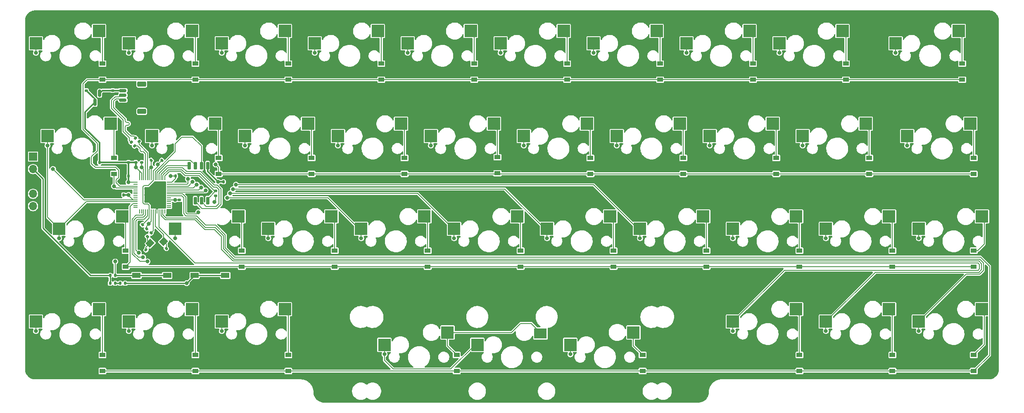
<source format=gbl>
%TF.GenerationSoftware,KiCad,Pcbnew,7.0.6*%
%TF.CreationDate,2023-07-31T23:10:21-04:00*%
%TF.ProjectId,cutiepie2040-hotswap,63757469-6570-4696-9532-3034302d686f,rev?*%
%TF.SameCoordinates,PX2d6b3a0PY6f46b48*%
%TF.FileFunction,Copper,L2,Bot*%
%TF.FilePolarity,Positive*%
%FSLAX46Y46*%
G04 Gerber Fmt 4.6, Leading zero omitted, Abs format (unit mm)*
G04 Created by KiCad (PCBNEW 7.0.6) date 2023-07-31 23:10:21*
%MOMM*%
%LPD*%
G01*
G04 APERTURE LIST*
G04 Aperture macros list*
%AMRoundRect*
0 Rectangle with rounded corners*
0 $1 Rounding radius*
0 $2 $3 $4 $5 $6 $7 $8 $9 X,Y pos of 4 corners*
0 Add a 4 corners polygon primitive as box body*
4,1,4,$2,$3,$4,$5,$6,$7,$8,$9,$2,$3,0*
0 Add four circle primitives for the rounded corners*
1,1,$1+$1,$2,$3*
1,1,$1+$1,$4,$5*
1,1,$1+$1,$6,$7*
1,1,$1+$1,$8,$9*
0 Add four rect primitives between the rounded corners*
20,1,$1+$1,$2,$3,$4,$5,0*
20,1,$1+$1,$4,$5,$6,$7,0*
20,1,$1+$1,$6,$7,$8,$9,0*
20,1,$1+$1,$8,$9,$2,$3,0*%
%AMRotRect*
0 Rectangle, with rotation*
0 The origin of the aperture is its center*
0 $1 length*
0 $2 width*
0 $3 Rotation angle, in degrees counterclockwise*
0 Add horizontal line*
21,1,$1,$2,0,0,$3*%
G04 Aperture macros list end*
%TA.AperFunction,SMDPad,CuDef*%
%ADD10R,2.550000X2.500000*%
%TD*%
%TA.AperFunction,SMDPad,CuDef*%
%ADD11RoundRect,0.140000X0.021213X-0.219203X0.219203X-0.021213X-0.021213X0.219203X-0.219203X0.021213X0*%
%TD*%
%TA.AperFunction,SMDPad,CuDef*%
%ADD12R,1.200000X0.900000*%
%TD*%
%TA.AperFunction,SMDPad,CuDef*%
%ADD13R,1.700000X1.000000*%
%TD*%
%TA.AperFunction,SMDPad,CuDef*%
%ADD14RoundRect,0.135000X0.035355X-0.226274X0.226274X-0.035355X-0.035355X0.226274X-0.226274X0.035355X0*%
%TD*%
%TA.AperFunction,SMDPad,CuDef*%
%ADD15RoundRect,0.135000X-0.135000X-0.185000X0.135000X-0.185000X0.135000X0.185000X-0.135000X0.185000X0*%
%TD*%
%TA.AperFunction,SMDPad,CuDef*%
%ADD16RoundRect,0.135000X0.185000X-0.135000X0.185000X0.135000X-0.185000X0.135000X-0.185000X-0.135000X0*%
%TD*%
%TA.AperFunction,SMDPad,CuDef*%
%ADD17RoundRect,0.140000X0.170000X-0.140000X0.170000X0.140000X-0.170000X0.140000X-0.170000X-0.140000X0*%
%TD*%
%TA.AperFunction,SMDPad,CuDef*%
%ADD18RoundRect,0.140000X-0.170000X0.140000X-0.170000X-0.140000X0.170000X-0.140000X0.170000X0.140000X0*%
%TD*%
%TA.AperFunction,SMDPad,CuDef*%
%ADD19RoundRect,0.140000X0.140000X0.170000X-0.140000X0.170000X-0.140000X-0.170000X0.140000X-0.170000X0*%
%TD*%
%TA.AperFunction,SMDPad,CuDef*%
%ADD20RoundRect,0.135000X-0.226274X-0.035355X-0.035355X-0.226274X0.226274X0.035355X0.035355X0.226274X0*%
%TD*%
%TA.AperFunction,SMDPad,CuDef*%
%ADD21R,2.550000X2.150000*%
%TD*%
%TA.AperFunction,SMDPad,CuDef*%
%ADD22RoundRect,0.140000X-0.021213X0.219203X-0.219203X0.021213X0.021213X-0.219203X0.219203X-0.021213X0*%
%TD*%
%TA.AperFunction,SMDPad,CuDef*%
%ADD23RoundRect,0.140000X-0.140000X-0.170000X0.140000X-0.170000X0.140000X0.170000X-0.140000X0.170000X0*%
%TD*%
%TA.AperFunction,SMDPad,CuDef*%
%ADD24RoundRect,0.150000X0.150000X-0.587500X0.150000X0.587500X-0.150000X0.587500X-0.150000X-0.587500X0*%
%TD*%
%TA.AperFunction,SMDPad,CuDef*%
%ADD25RoundRect,0.150000X0.150000X-0.650000X0.150000X0.650000X-0.150000X0.650000X-0.150000X-0.650000X0*%
%TD*%
%TA.AperFunction,SMDPad,CuDef*%
%ADD26RoundRect,0.050000X0.387500X0.050000X-0.387500X0.050000X-0.387500X-0.050000X0.387500X-0.050000X0*%
%TD*%
%TA.AperFunction,SMDPad,CuDef*%
%ADD27RoundRect,0.050000X0.050000X0.387500X-0.050000X0.387500X-0.050000X-0.387500X0.050000X-0.387500X0*%
%TD*%
%TA.AperFunction,ComponentPad*%
%ADD28C,0.650000*%
%TD*%
%TA.AperFunction,SMDPad,CuDef*%
%ADD29RoundRect,0.144000X1.456000X1.456000X-1.456000X1.456000X-1.456000X-1.456000X1.456000X-1.456000X0*%
%TD*%
%TA.AperFunction,ComponentPad*%
%ADD30R,1.700000X1.700000*%
%TD*%
%TA.AperFunction,ComponentPad*%
%ADD31O,1.700000X1.700000*%
%TD*%
%TA.AperFunction,SMDPad,CuDef*%
%ADD32RoundRect,0.140000X0.219203X0.021213X0.021213X0.219203X-0.219203X-0.021213X-0.021213X-0.219203X0*%
%TD*%
%TA.AperFunction,SMDPad,CuDef*%
%ADD33RoundRect,0.150000X-0.625000X0.150000X-0.625000X-0.150000X0.625000X-0.150000X0.625000X0.150000X0*%
%TD*%
%TA.AperFunction,SMDPad,CuDef*%
%ADD34RoundRect,0.229167X-0.670833X0.320833X-0.670833X-0.320833X0.670833X-0.320833X0.670833X0.320833X0*%
%TD*%
%TA.AperFunction,SMDPad,CuDef*%
%ADD35RotRect,1.400000X1.200000X45.000000*%
%TD*%
%TA.AperFunction,ViaPad*%
%ADD36C,0.800000*%
%TD*%
%TA.AperFunction,Conductor*%
%ADD37C,0.200000*%
%TD*%
%TA.AperFunction,Conductor*%
%ADD38C,0.300000*%
%TD*%
%TA.AperFunction,Conductor*%
%ADD39C,0.250000*%
%TD*%
G04 APERTURE END LIST*
D10*
%TO.P,MX35,1,COL*%
%TO.N,col9*%
X178652380Y73977794D03*
%TO.P,MX35,2,ROW*%
%TO.N,Net-(D35-A)*%
X191579380Y76517794D03*
%TD*%
D11*
%TO.P,C_1V-Decoup2,1*%
%TO.N,+1V1*%
X28235661Y49964622D03*
%TO.P,C_1V-Decoup2,2*%
%TO.N,GND*%
X28914483Y50643444D03*
%TD*%
D10*
%TO.P,MX4,1,COL*%
%TO.N,col0*%
X2439880Y16827794D03*
%TO.P,MX4,2,ROW*%
%TO.N,Net-(D4-A)*%
X15366880Y19367794D03*
%TD*%
%TO.P,MX1,1,COL*%
%TO.N,col0*%
X2439880Y73977794D03*
%TO.P,MX1,2,ROW*%
%TO.N,Net-(D1-A)*%
X15366880Y76517794D03*
%TD*%
D12*
%TO.P,D6,1,K*%
%TO.N,row1*%
X39885891Y47165862D03*
%TO.P,D6,2,A*%
%TO.N,Net-(D6-A)*%
X39885891Y50465862D03*
%TD*%
%TO.P,D14,1,K*%
%TO.N,row1*%
X77985923Y47165862D03*
%TO.P,D14,2,A*%
%TO.N,Net-(D14-A)*%
X77985923Y50465862D03*
%TD*%
D11*
%TO.P,C_Crystal1,1*%
%TO.N,GND*%
X28491564Y31170477D03*
%TO.P,C_Crystal1,2*%
%TO.N,XTAL_IN*%
X29170386Y31849299D03*
%TD*%
D13*
%TO.P,SW2,1,1*%
%TO.N,GND*%
X23043816Y22507874D03*
X29343816Y22507874D03*
%TO.P,SW2,2,2*%
%TO.N,RESET*%
X23043816Y26307874D03*
X29343816Y26307874D03*
%TD*%
D10*
%TO.P,MX22,1,COL*%
%TO.N,col5*%
X107214880Y35877794D03*
%TO.P,MX22,2,ROW*%
%TO.N,Net-(D22-A)*%
X120141880Y38417794D03*
%TD*%
D12*
%TO.P,D37,1,K*%
%TO.N,row2*%
X194667271Y28115846D03*
%TO.P,D37,2,A*%
%TO.N,Net-(D37-A)*%
X194667271Y31415846D03*
%TD*%
D14*
%TO.P,R_Crystal1,1*%
%TO.N,Net-(C_Crystal2-Pad2)*%
X25313221Y34306394D03*
%TO.P,R_Crystal1,2*%
%TO.N,XTAL_OUT*%
X26034469Y35027642D03*
%TD*%
D10*
%TO.P,MX17,1,COL*%
%TO.N,col4*%
X83402380Y54927794D03*
%TO.P,MX17,2,ROW*%
%TO.N,Net-(D17-A)*%
X96329380Y57467794D03*
%TD*%
%TO.P,MX2,1,COL*%
%TO.N,col0*%
X4821130Y54927794D03*
%TO.P,MX2,2,ROW*%
%TO.N,Net-(D2-A)*%
X17748130Y57467794D03*
%TD*%
%TO.P,MX11,1,COL*%
%TO.N,col2*%
X50064880Y35877794D03*
%TO.P,MX11,2,ROW*%
%TO.N,Net-(D11-A)*%
X62991880Y38417794D03*
%TD*%
D15*
%TO.P,R_Flash2,1*%
%TO.N,+3V3*%
X17647076Y24705531D03*
%TO.P,R_Flash2,2*%
%TO.N,Net-(R_Flash2-Pad2)*%
X18667076Y24705531D03*
%TD*%
D10*
%TO.P,MX10,1,COL*%
%TO.N,col2*%
X45302380Y54927794D03*
%TO.P,MX10,2,ROW*%
%TO.N,Net-(D10-A)*%
X58229380Y57467794D03*
%TD*%
%TO.P,MX18,1,COL*%
%TO.N,col4*%
X88164880Y35877794D03*
%TO.P,MX18,2,ROW*%
%TO.N,Net-(D18-A)*%
X101091880Y38417794D03*
%TD*%
D12*
%TO.P,D17,1,K*%
%TO.N,row1*%
X97035939Y47301801D03*
%TO.P,D17,2,A*%
%TO.N,Net-(D17-A)*%
X97035939Y50601801D03*
%TD*%
D10*
%TO.P,MX30,1,COL*%
%TO.N,col7*%
X145314880Y16827794D03*
%TO.P,MX30,2,ROW*%
%TO.N,Net-(D30-A)*%
X158241880Y19367794D03*
%TD*%
D16*
%TO.P,R_Flash1,1*%
%TO.N,Net-(R_Flash1-Pad1)*%
X39290724Y42650265D03*
%TO.P,R_Flash1,2*%
%TO.N,CS*%
X39290724Y43670265D03*
%TD*%
D13*
%TO.P,SW1,1,1*%
%TO.N,GND*%
X34950096Y22507874D03*
X41250096Y22507874D03*
%TO.P,SW1,2,2*%
%TO.N,Net-(R_Flash1-Pad1)*%
X34950096Y26307874D03*
X41250096Y26307874D03*
%TD*%
D15*
%TO.P,R_Flash3,1*%
%TO.N,Net-(R_Flash2-Pad2)*%
X19730676Y24705531D03*
%TO.P,R_Flash3,2*%
%TO.N,Net-(R_Flash1-Pad1)*%
X20750676Y24705531D03*
%TD*%
D12*
%TO.P,D8,1,K*%
%TO.N,row3*%
X35123387Y6684578D03*
%TO.P,D8,2,A*%
%TO.N,Net-(D8-A)*%
X35123387Y9984578D03*
%TD*%
%TO.P,D20,1,K*%
%TO.N,row0*%
X111323718Y66513453D03*
%TO.P,D20,2,A*%
%TO.N,Net-(D20-A)*%
X111323718Y69813453D03*
%TD*%
%TO.P,D15,1,K*%
%TO.N,row2*%
X82748427Y28115846D03*
%TO.P,D15,2,A*%
%TO.N,Net-(D15-A)*%
X82748427Y31415846D03*
%TD*%
%TO.P,D31,1,K*%
%TO.N,row0*%
X168473499Y66513453D03*
%TO.P,D31,2,A*%
%TO.N,Net-(D31-A)*%
X168473499Y69813453D03*
%TD*%
D17*
%TO.P,C_3V-Decoup2,1*%
%TO.N,+3V3*%
X21431304Y49526376D03*
%TO.P,C_3V-Decoup2,2*%
%TO.N,GND*%
X21431304Y50486376D03*
%TD*%
D10*
%TO.P,MX23,1,COL*%
%TO.N,col5*%
X111977380Y12065024D03*
%TO.P,MX23,2,ROW*%
%TO.N,Net-(D23-A)*%
X124904380Y14605024D03*
%TD*%
D12*
%TO.P,D13,1,K*%
%TO.N,row0*%
X73223622Y66513453D03*
%TO.P,D13,2,A*%
%TO.N,Net-(D13-A)*%
X73223622Y69813453D03*
%TD*%
%TO.P,D23,1,K*%
%TO.N,row3*%
X126801589Y6684578D03*
%TO.P,D23,2,A*%
%TO.N,Net-(D23-A)*%
X126801589Y9984578D03*
%TD*%
D10*
%TO.P,MX33,1,COL*%
%TO.N,col8*%
X164364880Y35877794D03*
%TO.P,MX33,2,ROW*%
%TO.N,Net-(D33-A)*%
X177291880Y38417794D03*
%TD*%
D17*
%TO.P,C_3V-Decoup7,1*%
%TO.N,+3V3*%
X22919589Y49526376D03*
%TO.P,C_3V-Decoup7,2*%
%TO.N,GND*%
X22919589Y50486376D03*
%TD*%
D12*
%TO.P,D32,1,K*%
%TO.N,row1*%
X173236003Y47165862D03*
%TO.P,D32,2,A*%
%TO.N,Net-(D32-A)*%
X173236003Y50465862D03*
%TD*%
%TO.P,D4,1,K*%
%TO.N,row3*%
X16073371Y6684578D03*
%TO.P,D4,2,A*%
%TO.N,Net-(D4-A)*%
X16073371Y9984578D03*
%TD*%
D10*
%TO.P,MX13,1,COL*%
%TO.N,col3*%
X59589880Y73977794D03*
%TO.P,MX13,2,ROW*%
%TO.N,Net-(D13-A)*%
X72516880Y76517794D03*
%TD*%
D18*
%TO.P,C_3V-Decoup9,1*%
%TO.N,+3V3*%
X31849299Y41854323D03*
%TO.P,C_3V-Decoup9,2*%
%TO.N,GND*%
X31849299Y40894323D03*
%TD*%
D19*
%TO.P,C_3V-Decoup4,1*%
%TO.N,+3V3*%
X20423019Y42862608D03*
%TO.P,C_3V-Decoup4,2*%
%TO.N,GND*%
X19463019Y42862608D03*
%TD*%
D12*
%TO.P,D26,1,K*%
%TO.N,row2*%
X139898475Y28115846D03*
%TO.P,D26,2,A*%
%TO.N,Net-(D26-A)*%
X139898475Y31415846D03*
%TD*%
D10*
%TO.P,MX29,1,COL*%
%TO.N,col7*%
X145314880Y35877794D03*
%TO.P,MX29,2,ROW*%
%TO.N,Net-(D29-A)*%
X158241880Y38417794D03*
%TD*%
D12*
%TO.P,D28,1,K*%
%TO.N,row1*%
X154185987Y47165862D03*
%TO.P,D28,2,A*%
%TO.N,Net-(D28-A)*%
X154185987Y50465862D03*
%TD*%
D10*
%TO.P,MX15,1,COL*%
%TO.N,col3*%
X69114880Y35877794D03*
%TO.P,MX15,2,ROW*%
%TO.N,Net-(D15-A)*%
X82041880Y38417794D03*
%TD*%
D20*
%TO.P,R_DATA1,1*%
%TO.N,D+*%
X22856622Y54534198D03*
%TO.P,R_DATA1,2*%
%TO.N,Net-(U1-USB_DP)*%
X23577870Y53812950D03*
%TD*%
D10*
%TO.P,MX39,1,COL*%
%TO.N,col4*%
X92927380Y12065024D03*
D21*
%TO.P,MX39,2,ROW*%
%TO.N,Net-(D19-A)*%
X105854380Y14430024D03*
%TD*%
D10*
%TO.P,MX14,1,COL*%
%TO.N,col3*%
X64352380Y54927794D03*
%TO.P,MX14,2,ROW*%
%TO.N,Net-(D14-A)*%
X77279380Y57467794D03*
%TD*%
%TO.P,MX16,1,COL*%
%TO.N,col4*%
X78639880Y73977794D03*
%TO.P,MX16,2,ROW*%
%TO.N,Net-(D16-A)*%
X91566880Y76517794D03*
%TD*%
%TO.P,MX5,1,COL*%
%TO.N,col1*%
X21489880Y73977794D03*
%TO.P,MX5,2,ROW*%
%TO.N,Net-(D5-A)*%
X34416880Y76517794D03*
%TD*%
D22*
%TO.P,C_3V-Decoup8,1*%
%TO.N,+3V3*%
X25120286Y35899399D03*
%TO.P,C_3V-Decoup8,2*%
%TO.N,GND*%
X24441464Y35220577D03*
%TD*%
D10*
%TO.P,MX24,1,COL*%
%TO.N,col6*%
X116739880Y73977794D03*
%TO.P,MX24,2,ROW*%
%TO.N,Net-(D24-A)*%
X129666880Y76517794D03*
%TD*%
D23*
%TO.P,C_Flash1,1*%
%TO.N,+3V3*%
X40894323Y45541521D03*
%TO.P,C_Flash1,2*%
%TO.N,GND*%
X41854323Y45541521D03*
%TD*%
D10*
%TO.P,MX21,1,COL*%
%TO.N,col5*%
X102452380Y54927794D03*
%TO.P,MX21,2,ROW*%
%TO.N,Net-(D21-A)*%
X115379380Y57467794D03*
%TD*%
%TO.P,MX32,1,COL*%
%TO.N,col8*%
X159602380Y54927794D03*
%TO.P,MX32,2,ROW*%
%TO.N,Net-(D32-A)*%
X172529380Y57467794D03*
%TD*%
%TO.P,MX38,1,COL*%
%TO.N,col9*%
X183414880Y16827794D03*
%TO.P,MX38,2,ROW*%
%TO.N,Net-(D38-A)*%
X196341880Y19367794D03*
%TD*%
D12*
%TO.P,D10,1,K*%
%TO.N,row1*%
X58935907Y47165862D03*
%TO.P,D10,2,A*%
%TO.N,Net-(D10-A)*%
X58935907Y50465862D03*
%TD*%
D10*
%TO.P,MX20,1,COL*%
%TO.N,col5*%
X97689880Y73977794D03*
%TO.P,MX20,2,ROW*%
%TO.N,Net-(D20-A)*%
X110616880Y76517794D03*
%TD*%
D12*
%TO.P,D35,1,K*%
%TO.N,row0*%
X192286019Y66513453D03*
%TO.P,D35,2,A*%
%TO.N,Net-(D35-A)*%
X192286019Y69813453D03*
%TD*%
D10*
%TO.P,MX6,1,COL*%
%TO.N,col1*%
X26252380Y54927794D03*
%TO.P,MX6,2,ROW*%
%TO.N,Net-(D6-A)*%
X39179380Y57467794D03*
%TD*%
D12*
%TO.P,D38,1,K*%
%TO.N,row3*%
X194667271Y6684578D03*
%TO.P,D38,2,A*%
%TO.N,Net-(D38-A)*%
X194667271Y9984578D03*
%TD*%
%TO.P,D19,1,K*%
%TO.N,row3*%
X88701557Y6684578D03*
%TO.P,D19,2,A*%
%TO.N,Net-(D19-A)*%
X88701557Y9984578D03*
%TD*%
D24*
%TO.P,U3,1,GND*%
%TO.N,GND*%
X16428164Y61868127D03*
%TO.P,U3,2,VO*%
%TO.N,+3V3*%
X14528164Y61868127D03*
%TO.P,U3,3,VI*%
%TO.N,+5V*%
X15478164Y63743127D03*
%TD*%
D10*
%TO.P,MX36,1,COL*%
%TO.N,col9*%
X181033630Y54927794D03*
%TO.P,MX36,2,ROW*%
%TO.N,Net-(D36-A)*%
X193960630Y57467794D03*
%TD*%
D12*
%TO.P,D25,1,K*%
%TO.N,row1*%
X135135971Y47165862D03*
%TO.P,D25,2,A*%
%TO.N,Net-(D25-A)*%
X135135971Y50465862D03*
%TD*%
D10*
%TO.P,MX37,1,COL*%
%TO.N,col9*%
X183414880Y35877794D03*
%TO.P,MX37,2,ROW*%
%TO.N,Net-(D37-A)*%
X196341880Y38417794D03*
%TD*%
%TO.P,MX8,1,COL*%
%TO.N,col1*%
X21489880Y16827794D03*
%TO.P,MX8,2,ROW*%
%TO.N,Net-(D8-A)*%
X34416880Y19367794D03*
%TD*%
D12*
%TO.P,D11,1,K*%
%TO.N,row2*%
X63698411Y28115846D03*
%TO.P,D11,2,A*%
%TO.N,Net-(D11-A)*%
X63698411Y31415846D03*
%TD*%
D22*
%TO.P,C_1V-Decoup3,1*%
%TO.N,+1V1*%
X24278385Y36741300D03*
%TO.P,C_1V-Decoup3,2*%
%TO.N,GND*%
X23599563Y36062478D03*
%TD*%
D10*
%TO.P,MX26,1,COL*%
%TO.N,col6*%
X126264880Y35877794D03*
%TO.P,MX26,2,ROW*%
%TO.N,Net-(D26-A)*%
X139191880Y38417794D03*
%TD*%
D12*
%TO.P,D18,1,K*%
%TO.N,row2*%
X101798443Y28115846D03*
%TO.P,D18,2,A*%
%TO.N,Net-(D18-A)*%
X101798443Y31415846D03*
%TD*%
D10*
%TO.P,MX9,1,COL*%
%TO.N,col2*%
X40539880Y73977794D03*
%TO.P,MX9,2,ROW*%
%TO.N,Net-(D9-A)*%
X53466880Y76517794D03*
%TD*%
D12*
%TO.P,D34,1,K*%
%TO.N,row3*%
X177998507Y6684578D03*
%TO.P,D34,2,A*%
%TO.N,Net-(D34-A)*%
X177998507Y9984578D03*
%TD*%
%TO.P,D2,1,K*%
%TO.N,row1*%
X18454623Y47165862D03*
%TO.P,D2,2,A*%
%TO.N,Net-(D2-A)*%
X18454623Y50465862D03*
%TD*%
%TO.P,D3,1,K*%
%TO.N,row2*%
X20835875Y28115846D03*
%TO.P,D3,2,A*%
%TO.N,Net-(D3-A)*%
X20835875Y31415846D03*
%TD*%
%TO.P,D29,1,K*%
%TO.N,row2*%
X158948491Y28115846D03*
%TO.P,D29,2,A*%
%TO.N,Net-(D29-A)*%
X158948491Y31415846D03*
%TD*%
%TO.P,D16,1,K*%
%TO.N,row0*%
X92273670Y66513453D03*
%TO.P,D16,2,A*%
%TO.N,Net-(D16-A)*%
X92273670Y69813453D03*
%TD*%
D23*
%TO.P,C_3V-Decoup6,1*%
%TO.N,+3V3*%
X31071642Y46732149D03*
%TO.P,C_3V-Decoup6,2*%
%TO.N,GND*%
X32031642Y46732149D03*
%TD*%
D12*
%TO.P,D30,1,K*%
%TO.N,row3*%
X158948491Y6684578D03*
%TO.P,D30,2,A*%
%TO.N,Net-(D30-A)*%
X158948491Y9984578D03*
%TD*%
%TO.P,D1,1,K*%
%TO.N,row0*%
X16073478Y66513453D03*
%TO.P,D1,2,A*%
%TO.N,Net-(D1-A)*%
X16073478Y69813453D03*
%TD*%
D19*
%TO.P,C_3V-Decoup1,1*%
%TO.N,+3V3*%
X15478164Y49526376D03*
%TO.P,C_3V-Decoup1,2*%
%TO.N,GND*%
X14518164Y49526376D03*
%TD*%
D17*
%TO.P,C_LD1,1*%
%TO.N,+5V*%
X18157077Y64305627D03*
%TO.P,C_LD1,2*%
%TO.N,GND*%
X18157077Y65265627D03*
%TD*%
D10*
%TO.P,MX7,1,COL*%
%TO.N,col1*%
X31014880Y35877794D03*
%TO.P,MX7,2,ROW*%
%TO.N,Net-(D7-A)*%
X43941880Y38417794D03*
%TD*%
D15*
%TO.P,R_RST1,1*%
%TO.N,+3V3*%
X17647077Y26307874D03*
%TO.P,R_RST1,2*%
%TO.N,RESET*%
X18667077Y26307874D03*
%TD*%
D10*
%TO.P,MX12,1,COL*%
%TO.N,col2*%
X40539880Y16827794D03*
%TO.P,MX12,2,ROW*%
%TO.N,Net-(D12-A)*%
X53466880Y19367794D03*
%TD*%
%TO.P,MX3,1,COL*%
%TO.N,col0*%
X7202380Y35877794D03*
%TO.P,MX3,2,ROW*%
%TO.N,Net-(D3-A)*%
X20129380Y38417794D03*
%TD*%
D25*
%TO.P,U2,1,~{CS}*%
%TO.N,CS*%
X37623700Y41643984D03*
%TO.P,U2,2,DO(IO1)*%
%TO.N,SD1*%
X36353700Y41643984D03*
%TO.P,U2,3,IO2*%
%TO.N,SD2*%
X35083700Y41643984D03*
%TO.P,U2,4,GND*%
%TO.N,GND*%
X33813700Y41643984D03*
%TO.P,U2,5,DI(IO0)*%
%TO.N,SD0*%
X33813700Y48843984D03*
%TO.P,U2,6,CLK*%
%TO.N,QSPI_CLK*%
X35083700Y48843984D03*
%TO.P,U2,7,IO3*%
%TO.N,SD3*%
X36353700Y48843984D03*
%TO.P,U2,8,VCC*%
%TO.N,+3V3*%
X37623700Y48843984D03*
%TD*%
D12*
%TO.P,D33,1,K*%
%TO.N,row2*%
X177998507Y28115846D03*
%TO.P,D33,2,A*%
%TO.N,Net-(D33-A)*%
X177998507Y31415846D03*
%TD*%
%TO.P,D36,1,K*%
%TO.N,row1*%
X194667271Y47165862D03*
%TO.P,D36,2,A*%
%TO.N,Net-(D36-A)*%
X194667271Y50465862D03*
%TD*%
%TO.P,D7,1,K*%
%TO.N,row2*%
X44648395Y28115846D03*
%TO.P,D7,2,A*%
%TO.N,Net-(D7-A)*%
X44648395Y31415846D03*
%TD*%
%TO.P,D12,1,K*%
%TO.N,row3*%
X54173403Y6684578D03*
%TO.P,D12,2,A*%
%TO.N,Net-(D12-A)*%
X54173403Y9984578D03*
%TD*%
D17*
%TO.P,C_1V-Decoup1,1*%
%TO.N,+1V1*%
X24110217Y49526376D03*
%TO.P,C_1V-Decoup1,2*%
%TO.N,GND*%
X24110217Y50486376D03*
%TD*%
D11*
%TO.P,C_3V-Decoup3,1*%
%TO.N,+3V3*%
X26078189Y49964622D03*
%TO.P,C_3V-Decoup3,2*%
%TO.N,GND*%
X26757011Y50643444D03*
%TD*%
D10*
%TO.P,MX27,1,COL*%
%TO.N,col7*%
X135789880Y73977794D03*
%TO.P,MX27,2,ROW*%
%TO.N,Net-(D27-A)*%
X148716880Y76517794D03*
%TD*%
D12*
%TO.P,D22,1,K*%
%TO.N,row2*%
X120848459Y28115846D03*
%TO.P,D22,2,A*%
%TO.N,Net-(D22-A)*%
X120848459Y31415846D03*
%TD*%
D26*
%TO.P,U1,1,IOVDD*%
%TO.N,+3V3*%
X29715688Y45462608D03*
%TO.P,U1,2,GPIO0*%
%TO.N,col6*%
X29715688Y45062608D03*
%TO.P,U1,3,GPIO1*%
%TO.N,col5*%
X29715688Y44662608D03*
%TO.P,U1,4,GPIO2*%
%TO.N,col4*%
X29715688Y44262608D03*
%TO.P,U1,5,GPIO3*%
%TO.N,col3*%
X29715688Y43862608D03*
%TO.P,U1,6,GPIO4*%
%TO.N,col2*%
X29715688Y43462608D03*
%TO.P,U1,7,GPIO5*%
%TO.N,col1*%
X29715688Y43062608D03*
%TO.P,U1,8,GPIO6*%
%TO.N,row3*%
X29715688Y42662608D03*
%TO.P,U1,9,GPIO7*%
%TO.N,unconnected-(U1-GPIO7-Pad9)*%
X29715688Y42262608D03*
%TO.P,U1,10,IOVDD*%
%TO.N,+3V3*%
X29715688Y41862608D03*
%TO.P,U1,11,GPIO8*%
%TO.N,unconnected-(U1-GPIO8-Pad11)*%
X29715688Y41462608D03*
%TO.P,U1,12,GPIO9*%
%TO.N,unconnected-(U1-GPIO9-Pad12)*%
X29715688Y41062608D03*
%TO.P,U1,13,GPIO10*%
%TO.N,unconnected-(U1-GPIO10-Pad13)*%
X29715688Y40662608D03*
%TO.P,U1,14,GPIO11*%
%TO.N,unconnected-(U1-GPIO11-Pad14)*%
X29715688Y40262608D03*
D27*
%TO.P,U1,15,GPIO12*%
%TO.N,unconnected-(U1-GPIO12-Pad15)*%
X28878188Y39425108D03*
%TO.P,U1,16,GPIO13*%
%TO.N,col9*%
X28478188Y39425108D03*
%TO.P,U1,17,GPIO14*%
%TO.N,col8*%
X28078188Y39425108D03*
%TO.P,U1,18,GPIO15*%
%TO.N,col7*%
X27678188Y39425108D03*
%TO.P,U1,19,TESTEN*%
%TO.N,GND*%
X27278188Y39425108D03*
%TO.P,U1,20,XIN*%
%TO.N,XTAL_IN*%
X26878188Y39425108D03*
%TO.P,U1,21,XOUT*%
%TO.N,XTAL_OUT*%
X26478188Y39425108D03*
%TO.P,U1,22,IOVDD*%
%TO.N,+3V3*%
X26078188Y39425108D03*
%TO.P,U1,23,DVDD*%
%TO.N,+1V1*%
X25678188Y39425108D03*
%TO.P,U1,24,SWCLK*%
%TO.N,SWCLK*%
X25278188Y39425108D03*
%TO.P,U1,25,SWD*%
%TO.N,SWDIO*%
X24878188Y39425108D03*
%TO.P,U1,26,RUN*%
%TO.N,RESET*%
X24478188Y39425108D03*
%TO.P,U1,27,GPIO16*%
%TO.N,unconnected-(U1-GPIO16-Pad27)*%
X24078188Y39425108D03*
%TO.P,U1,28,GPIO17*%
%TO.N,unconnected-(U1-GPIO17-Pad28)*%
X23678188Y39425108D03*
D26*
%TO.P,U1,29,GPIO18*%
%TO.N,unconnected-(U1-GPIO18-Pad29)*%
X22840688Y40262608D03*
%TO.P,U1,30,GPIO19*%
%TO.N,unconnected-(U1-GPIO19-Pad30)*%
X22840688Y40662608D03*
%TO.P,U1,31,GPIO20*%
%TO.N,row2*%
X22840688Y41062608D03*
%TO.P,U1,32,GPIO21*%
%TO.N,col0*%
X22840688Y41462608D03*
%TO.P,U1,33,IOVDD*%
%TO.N,+3V3*%
X22840688Y41862608D03*
%TO.P,U1,34,GPIO22*%
%TO.N,unconnected-(U1-GPIO22-Pad34)*%
X22840688Y42262608D03*
%TO.P,U1,35,GPIO23*%
%TO.N,unconnected-(U1-GPIO23-Pad35)*%
X22840688Y42662608D03*
%TO.P,U1,36,GPIO24*%
%TO.N,unconnected-(U1-GPIO24-Pad36)*%
X22840688Y43062608D03*
%TO.P,U1,37,GPIO25*%
%TO.N,unconnected-(U1-GPIO25-Pad37)*%
X22840688Y43462608D03*
%TO.P,U1,38,GPIO26_ADC0*%
%TO.N,unconnected-(U1-GPIO26_ADC0-Pad38)*%
X22840688Y43862608D03*
%TO.P,U1,39,GPIO27_ADC1*%
%TO.N,row1*%
X22840688Y44262608D03*
%TO.P,U1,40,GPIO28_ADC2*%
%TO.N,row0*%
X22840688Y44662608D03*
%TO.P,U1,41,GPIO29_ADC3*%
%TO.N,unconnected-(U1-GPIO29_ADC3-Pad41)*%
X22840688Y45062608D03*
%TO.P,U1,42,IOVDD*%
%TO.N,+3V3*%
X22840688Y45462608D03*
D27*
%TO.P,U1,43,ADC_AVDD*%
X23678188Y46300108D03*
%TO.P,U1,44,VREG_IN*%
X24078188Y46300108D03*
%TO.P,U1,45,VREG_VOUT*%
%TO.N,+1V1*%
X24478188Y46300108D03*
%TO.P,U1,46,USB_DM*%
%TO.N,Net-(U1-USB_DM)*%
X24878188Y46300108D03*
%TO.P,U1,47,USB_DP*%
%TO.N,Net-(U1-USB_DP)*%
X25278188Y46300108D03*
%TO.P,U1,48,USB_VDD*%
%TO.N,+3V3*%
X25678188Y46300108D03*
%TO.P,U1,49,IOVDD*%
X26078188Y46300108D03*
%TO.P,U1,50,DVDD*%
%TO.N,+1V1*%
X26478188Y46300108D03*
%TO.P,U1,51,QSPI_SD3*%
%TO.N,SD3*%
X26878188Y46300108D03*
%TO.P,U1,52,QSPI_SCLK*%
%TO.N,QSPI_CLK*%
X27278188Y46300108D03*
%TO.P,U1,53,QSPI_SD0*%
%TO.N,SD0*%
X27678188Y46300108D03*
%TO.P,U1,54,QSPI_SD2*%
%TO.N,SD2*%
X28078188Y46300108D03*
%TO.P,U1,55,QSPI_SD1*%
%TO.N,SD1*%
X28478188Y46300108D03*
%TO.P,U1,56,QSPI_SS*%
%TO.N,CS*%
X28878188Y46300108D03*
D28*
%TO.P,U1,57,GND*%
%TO.N,GND*%
X27553188Y41587608D03*
X27553188Y42862608D03*
X27553188Y44137608D03*
X26278188Y41587608D03*
X26278188Y42862608D03*
D29*
X26278188Y42862608D03*
D28*
X26278188Y44137608D03*
X25003188Y41587608D03*
X25003188Y42862608D03*
X25003188Y44137608D03*
%TD*%
D30*
%TO.P,J2,1,Pin_1*%
%TO.N,RESET*%
X1849880Y50712794D03*
D31*
%TO.P,J2,2,Pin_2*%
%TO.N,+3V3*%
X1849880Y48172794D03*
%TO.P,J2,3,Pin_3*%
%TO.N,GND*%
X1849880Y45632794D03*
%TO.P,J2,4,Pin_4*%
%TO.N,SWDIO*%
X1849880Y43092794D03*
%TO.P,J2,5,Pin_5*%
%TO.N,SWCLK*%
X1849880Y40552794D03*
%TD*%
D12*
%TO.P,D27,1,K*%
%TO.N,row0*%
X149423483Y66513453D03*
%TO.P,D27,2,A*%
%TO.N,Net-(D27-A)*%
X149423483Y69813453D03*
%TD*%
D32*
%TO.P,C_Crystal2,1*%
%TO.N,GND*%
X25673845Y30878463D03*
%TO.P,C_Crystal2,2*%
%TO.N,Net-(C_Crystal2-Pad2)*%
X24995023Y31557285D03*
%TD*%
D10*
%TO.P,MX28,1,COL*%
%TO.N,col7*%
X140552380Y54927794D03*
%TO.P,MX28,2,ROW*%
%TO.N,Net-(D28-A)*%
X153479380Y57467794D03*
%TD*%
%TO.P,MX25,1,COL*%
%TO.N,col6*%
X121502380Y54927794D03*
%TO.P,MX25,2,ROW*%
%TO.N,Net-(D25-A)*%
X134429380Y57467794D03*
%TD*%
D12*
%TO.P,D9,1,K*%
%TO.N,row0*%
X54173574Y66513453D03*
%TO.P,D9,2,A*%
%TO.N,Net-(D9-A)*%
X54173574Y69813453D03*
%TD*%
%TO.P,D24,1,K*%
%TO.N,row0*%
X130373467Y66513453D03*
%TO.P,D24,2,A*%
%TO.N,Net-(D24-A)*%
X130373467Y69813453D03*
%TD*%
D19*
%TO.P,C_3V-Decoup5,1*%
%TO.N,+3V3*%
X21431304Y46732149D03*
%TO.P,C_3V-Decoup5,2*%
%TO.N,GND*%
X20471304Y46732149D03*
%TD*%
D20*
%TO.P,R_DATA2,1*%
%TO.N,D-*%
X21963651Y53641227D03*
%TO.P,R_DATA2,2*%
%TO.N,Net-(U1-USB_DM)*%
X22684899Y52919979D03*
%TD*%
D10*
%TO.P,MX34,1,COL*%
%TO.N,col8*%
X164364880Y16827794D03*
%TO.P,MX34,2,ROW*%
%TO.N,Net-(D34-A)*%
X177291880Y19367794D03*
%TD*%
D17*
%TO.P,C_LD2,1*%
%TO.N,+3V3*%
X12799251Y64305627D03*
%TO.P,C_LD2,2*%
%TO.N,GND*%
X12799251Y65265627D03*
%TD*%
D33*
%TO.P,J1,1,Pin_1*%
%TO.N,+5V*%
X20249880Y64305627D03*
%TO.P,J1,2,Pin_2*%
%TO.N,D-*%
X20249880Y63305627D03*
%TO.P,J1,3,Pin_3*%
%TO.N,D+*%
X20249880Y62305627D03*
%TO.P,J1,4,Pin_4*%
%TO.N,GND*%
X20249880Y61305627D03*
D34*
%TO.P,J1,MP*%
%TO.N,N/C*%
X24124880Y65605627D03*
X24124880Y60005627D03*
%TD*%
D10*
%TO.P,MX19,1,COL*%
%TO.N,col4*%
X73877380Y12065294D03*
%TO.P,MX19,2,ROW*%
%TO.N,Net-(D19-A)*%
X86804380Y14605294D03*
%TD*%
D12*
%TO.P,D21,1,K*%
%TO.N,row1*%
X116085955Y47165862D03*
%TO.P,D21,2,A*%
%TO.N,Net-(D21-A)*%
X116085955Y50465862D03*
%TD*%
D35*
%TO.P,Y1,1,1*%
%TO.N,Net-(C_Crystal2-Pad2)*%
X25849854Y32935374D03*
%TO.P,Y1,2,2*%
%TO.N,GND*%
X27405489Y34491009D03*
%TO.P,Y1,3,3*%
%TO.N,XTAL_IN*%
X28607570Y33288928D03*
%TO.P,Y1,4,4*%
%TO.N,GND*%
X27051935Y31733293D03*
%TD*%
D12*
%TO.P,D5,1,K*%
%TO.N,row0*%
X35123526Y66513453D03*
%TO.P,D5,2,A*%
%TO.N,Net-(D5-A)*%
X35123526Y69813453D03*
%TD*%
D10*
%TO.P,MX31,1,COL*%
%TO.N,col8*%
X154839880Y73977794D03*
%TO.P,MX31,2,ROW*%
%TO.N,Net-(D31-A)*%
X167766880Y76517794D03*
%TD*%
D36*
%TO.N,+1V1*%
X24110217Y48518091D03*
X27384444Y49113405D03*
%TO.N,GND*%
X24110217Y33635241D03*
X31849299Y38993067D03*
X27384444Y34528212D03*
X16428164Y60126714D03*
X20471304Y47922777D03*
X27086787Y31849299D03*
X32031642Y45839178D03*
X14518164Y50304033D03*
X34230555Y39886038D03*
X22919589Y51792318D03*
%TO.N,+3V3*%
X39760232Y45541521D03*
X22919589Y48518091D03*
X5953140Y48172794D03*
X30956328Y41862608D03*
X30063357Y46732149D03*
X25598502Y36909468D03*
X26078189Y48518091D03*
X21431304Y45462608D03*
X21431304Y42862608D03*
%TO.N,row1*%
X18454734Y44648550D03*
X39290724Y49113405D03*
%TO.N,RESET*%
X18667077Y29170386D03*
X25300845Y29170386D03*
%TO.N,SWDIO*%
X24407874Y30063357D03*
%TO.N,SWCLK*%
X23514903Y30956328D03*
%TO.N,col0*%
X2439880Y14883037D03*
X7202380Y33933037D03*
X2439880Y72033037D03*
X4821130Y52983037D03*
%TO.N,col1*%
X31014880Y33933037D03*
X21489880Y72033037D03*
X35718840Y39290724D03*
X26252380Y52983037D03*
X21489880Y14883037D03*
%TO.N,col2*%
X40539880Y14883037D03*
X37207125Y43755579D03*
X45302380Y52983037D03*
X40539880Y72033037D03*
X50064880Y33933037D03*
%TO.N,col3*%
X36314154Y44350893D03*
X64352380Y52983037D03*
X41671980Y42267294D03*
X59589880Y72033037D03*
X69114880Y33933037D03*
%TO.N,col4*%
X35421183Y44946207D03*
X83402380Y52983037D03*
X78639880Y72033037D03*
X73877380Y10120537D03*
X88164880Y33933037D03*
X42267294Y43160265D03*
%TO.N,col5*%
X97689880Y72033037D03*
X34528212Y45541521D03*
X102452380Y52983037D03*
X42862608Y44053236D03*
X111977380Y10120537D03*
X107214880Y33933037D03*
%TO.N,col6*%
X121502380Y52983037D03*
X43457922Y44946207D03*
X116739880Y72033037D03*
X33635241Y46136835D03*
X126264880Y33933037D03*
%TO.N,col7*%
X135789880Y72033037D03*
X145314880Y14883037D03*
X145314880Y33933037D03*
X140552380Y52983037D03*
%TO.N,col8*%
X154839880Y72033037D03*
X164364880Y14883037D03*
X164364880Y33933037D03*
X159602380Y52983037D03*
%TO.N,col9*%
X178652380Y72033037D03*
X183414880Y33933037D03*
X181033630Y52983037D03*
X183415462Y14882785D03*
%TO.N,Net-(R_Flash1-Pad1)*%
X33337584Y24705531D03*
X38993067Y41374323D03*
%TD*%
D37*
%TO.N,+1V1*%
X24278385Y36741300D02*
X25678188Y38141103D01*
X24110217Y49526376D02*
X24110217Y48518091D01*
X27384444Y48667607D02*
X26478189Y47761352D01*
X24638277Y40962608D02*
X24378188Y41222697D01*
X24378188Y41222697D02*
X24378188Y44502519D01*
X24378188Y44502519D02*
X24638277Y44762608D01*
X26478188Y45767633D02*
X26478188Y46300108D01*
X24638277Y44762608D02*
X25473163Y44762608D01*
X25678188Y39425108D02*
X25678188Y40699323D01*
X25678188Y38141103D02*
X25678188Y39425108D01*
X24478188Y46300108D02*
X24478188Y48150120D01*
X24478188Y48150120D02*
X24110217Y48518091D01*
X26478189Y47761352D02*
X26478188Y46300108D01*
X25678188Y40699323D02*
X25414903Y40962608D01*
X25473163Y44762608D02*
X26478188Y45767633D01*
X28235661Y49964622D02*
X27384444Y49113405D01*
X27384444Y49113405D02*
X27384444Y48667607D01*
X25414903Y40962608D02*
X24638277Y40962608D01*
%TO.N,GND*%
X27278188Y39425108D02*
X27278188Y41862608D01*
%TO.N,+3V3*%
X24078188Y46300108D02*
X24078188Y47359492D01*
X25120286Y35899399D02*
X25120286Y36431252D01*
D38*
X22919589Y49526376D02*
X22919589Y48518091D01*
X14528164Y61868127D02*
X14528164Y62576714D01*
D37*
X22308213Y41862608D02*
X22840688Y41862608D01*
X26078188Y39425108D02*
X26078188Y37389154D01*
X31581642Y41862608D02*
X31581642Y41854323D01*
D38*
X21431304Y49526376D02*
X21431304Y45462608D01*
D37*
X29715688Y45462608D02*
X30282101Y45462608D01*
D38*
X21431304Y49526376D02*
X15478164Y49526376D01*
D39*
X17647077Y26307874D02*
X17647077Y24705532D01*
D37*
X5953140Y48172794D02*
X12263326Y41862608D01*
X26078188Y37389154D02*
X25598502Y36909468D01*
D38*
X15478164Y53578260D02*
X12542130Y56514294D01*
D39*
X1849880Y48172794D02*
X3869541Y46153133D01*
D37*
X23678188Y46300108D02*
X23678188Y47759492D01*
D39*
X3869541Y46153133D02*
X3869541Y36035633D01*
D37*
X25678188Y48118090D02*
X26078189Y48518091D01*
D39*
X13597300Y26307874D02*
X17647077Y26307874D01*
D38*
X15478164Y49526376D02*
X15478164Y53578260D01*
D37*
X21431304Y42739517D02*
X22308213Y41862608D01*
X29715688Y41862608D02*
X31581642Y41862608D01*
D38*
X12542130Y59882093D02*
X14528164Y61868127D01*
D37*
X23678188Y47759492D02*
X22919589Y48518091D01*
X26078189Y49964622D02*
X26078189Y48518091D01*
D38*
X21431304Y42862608D02*
X20423019Y42862608D01*
D37*
X25678188Y46300108D02*
X25678188Y48118090D01*
X22840688Y45462608D02*
X21431304Y45462608D01*
X30282101Y45462608D02*
X31071642Y46252149D01*
D38*
X21431304Y49526376D02*
X22919589Y49526376D01*
D37*
X26078188Y48518090D02*
X26078189Y48518091D01*
X30063357Y46732149D02*
X31071642Y46732149D01*
X12263326Y41862608D02*
X22840688Y41862608D01*
D38*
X39760232Y45541521D02*
X37623700Y47678053D01*
D37*
X26078188Y46300108D02*
X26078188Y48518090D01*
D38*
X12542130Y56514294D02*
X12542130Y59882093D01*
X40894323Y45541521D02*
X39760232Y45541521D01*
X14528164Y62576714D02*
X12799251Y64305627D01*
D37*
X25120286Y36431252D02*
X25598502Y36909468D01*
D38*
X37623700Y47678053D02*
X37623700Y48843984D01*
D37*
X24078188Y47359492D02*
X22919589Y48518091D01*
D39*
X3869541Y36035633D02*
X13597300Y26307874D01*
D37*
X31071642Y46252149D02*
X31071642Y46732149D01*
%TO.N,XTAL_IN*%
X29170386Y31849299D02*
X29170386Y32726112D01*
X26878188Y39425108D02*
X26878188Y36432526D01*
X28624728Y34685986D02*
X28624728Y33306086D01*
X26878188Y36432526D02*
X28624728Y34685986D01*
X29170386Y32726112D02*
X28607570Y33288928D01*
%TO.N,Net-(C_Crystal2-Pad2)*%
X25313221Y34306394D02*
X25313221Y33472007D01*
X24995023Y31557285D02*
X24995023Y32080543D01*
X24995023Y32080543D02*
X25849854Y32935374D01*
X25313221Y33472007D02*
X25849854Y32935374D01*
D38*
%TO.N,+5V*%
X20249880Y64305627D02*
X16040664Y64305627D01*
X16040664Y64305627D02*
X15478164Y63743127D01*
D37*
%TO.N,row0*%
X18854734Y45409550D02*
X19601676Y44662608D01*
X19354623Y46441410D02*
X18854734Y45941521D01*
X12092130Y65670390D02*
X12092130Y56327898D01*
X12935193Y66513453D02*
X12092130Y65670390D01*
X16073478Y66513453D02*
X192286019Y66513453D01*
X13818164Y50727633D02*
X13818164Y49294122D01*
X14594195Y48518091D02*
X18752394Y48518091D01*
X19601676Y44662608D02*
X22840688Y44662608D01*
X19354623Y47915862D02*
X19354623Y46441410D01*
X15028164Y53391864D02*
X15028164Y51937632D01*
X18752394Y48518091D02*
X19354623Y47915862D01*
X18854734Y45941521D02*
X18854734Y45409550D01*
X15028164Y51937632D02*
X13818164Y50727633D01*
X16073478Y66513453D02*
X12935193Y66513453D01*
X13818164Y49294122D02*
X14594195Y48518091D01*
X12092130Y56327898D02*
X15028164Y53391864D01*
%TO.N,row1*%
X39885891Y47165862D02*
X39885891Y48518238D01*
X39885891Y48518238D02*
X39290724Y49113405D01*
X18454623Y44648661D02*
X18454623Y47165862D01*
X18454734Y44648550D02*
X18840676Y44262608D01*
X18454734Y44648550D02*
X18454623Y44648661D01*
X18840676Y44262608D02*
X22840688Y44262608D01*
X194667271Y47165862D02*
X39885891Y47165862D01*
%TO.N,row2*%
X21735875Y29015846D02*
X20835875Y28115846D01*
X22308213Y41062608D02*
X21735875Y40490270D01*
X21735875Y40490270D02*
X21735875Y29015846D01*
X20835875Y28115846D02*
X194667271Y28115846D01*
X22840688Y41062608D02*
X22308213Y41062608D01*
%TO.N,row3*%
X29715688Y42662608D02*
X32346956Y42662608D01*
X197916880Y9934187D02*
X194667271Y6684578D01*
X43190036Y30072729D02*
X196057446Y30072728D01*
X33203543Y38531794D02*
X35389203Y38531794D01*
X41247780Y34654755D02*
X41247780Y32014985D01*
X32742270Y42267294D02*
X32742270Y38993067D01*
X196057446Y30072728D02*
X197916880Y28213294D01*
X16073371Y6684578D02*
X194667271Y6684578D01*
X37258156Y36662842D02*
X39239694Y36662842D01*
X32742270Y38993067D02*
X33203543Y38531794D01*
X41247780Y32014985D02*
X43190036Y30072729D01*
X32346956Y42662608D02*
X32742270Y42267294D01*
X197916880Y28213294D02*
X197916880Y9934187D01*
X39239694Y36662842D02*
X41247780Y34654755D01*
X35389203Y38531794D02*
X37258156Y36662842D01*
%TO.N,D-*%
X19499880Y63030627D02*
X18659191Y63030627D01*
X21580461Y54024417D02*
X21963651Y53641227D01*
X19774880Y63305627D02*
X19499880Y63030627D01*
X21123378Y55056274D02*
X21580461Y54599191D01*
X21123375Y55056274D02*
X21123378Y55056274D01*
X20313333Y55866316D02*
X21123375Y55056274D01*
X17932077Y60628828D02*
X20313333Y58247572D01*
X17932077Y62303513D02*
X17932077Y60628828D01*
X20313333Y58247572D02*
X20313333Y55866316D01*
X18659191Y63030627D02*
X17932077Y62303513D01*
X21580461Y54599191D02*
X21580461Y54024417D01*
%TO.N,D+*%
X19499880Y62580627D02*
X19774880Y62305627D01*
X20763333Y56052716D02*
X20763333Y56852487D01*
X22473432Y54917388D02*
X21898658Y54917388D01*
X21280129Y57752487D02*
X21063333Y57752487D01*
X21898658Y54917388D02*
X21441575Y55374471D01*
X22856622Y54534198D02*
X22473432Y54917388D01*
X21441575Y55374474D02*
X20763333Y56052716D01*
X20763333Y58433972D02*
X18382077Y60815228D01*
X21441575Y55374471D02*
X21441575Y55374474D01*
X18382077Y62117113D02*
X18845591Y62580627D01*
X20763333Y58052487D02*
X20763333Y58433972D01*
X21063333Y57152487D02*
X21280129Y57152487D01*
X18382077Y60815228D02*
X18382077Y62117113D01*
X18845591Y62580627D02*
X19499880Y62580627D01*
X20763423Y58052487D02*
G75*
G03*
X21063333Y57752487I299957J-43D01*
G01*
X21063333Y57152491D02*
G75*
G03*
X20763333Y56852487I47J-300047D01*
G01*
X21580123Y57452487D02*
G75*
G03*
X21280129Y57752487I-300043J-43D01*
G01*
X21280129Y57152395D02*
G75*
G03*
X21580129Y57452487I-49J300049D01*
G01*
%TO.N,RESET*%
X24478188Y39425108D02*
X24478188Y38892633D01*
D39*
X29343816Y26307874D02*
X23043816Y26307874D01*
D37*
X22140360Y30775235D02*
X23745209Y29170386D01*
X22971044Y38687608D02*
X22140360Y37856923D01*
D39*
X18667077Y26307874D02*
X23043816Y26307874D01*
D37*
X18667077Y29170386D02*
X18667077Y26307874D01*
X24478188Y38892633D02*
X24273163Y38687608D01*
X22140360Y37856923D02*
X22140360Y30775235D01*
X24273163Y38687608D02*
X22971044Y38687608D01*
X23745209Y29170386D02*
X25300845Y29170386D01*
%TO.N,SWDIO*%
X24878188Y39425108D02*
X24878188Y38726947D01*
X22540360Y37691238D02*
X22540360Y30940921D01*
X22540360Y30940921D02*
X23417924Y30063357D01*
X23136730Y38287609D02*
X22540360Y37691238D01*
X23417924Y30063357D02*
X24407874Y30063357D01*
X24878188Y38726947D02*
X24438848Y38287608D01*
X24438848Y38287608D02*
X23136730Y38287609D01*
%TO.N,SWCLK*%
X25278187Y38561261D02*
X24604535Y37887609D01*
X23302416Y37887609D02*
X22940360Y37525553D01*
X25278188Y39425108D02*
X25278187Y38561261D01*
X22940360Y37525553D02*
X22940360Y31530871D01*
X22940360Y31530871D02*
X23514903Y30956328D01*
X24604535Y37887609D02*
X23302416Y37887609D01*
%TO.N,col0*%
X2439880Y73977794D02*
X2439880Y72033037D01*
X22840688Y41462608D02*
X12787194Y41462608D01*
X12787194Y41462608D02*
X7202380Y35877794D01*
X4821130Y38259044D02*
X4821130Y54927794D01*
X2439880Y16827794D02*
X2439880Y14883037D01*
X4821130Y54927794D02*
X4821130Y52983037D01*
X7202380Y35877794D02*
X7202380Y33933037D01*
X4821130Y38259044D02*
X7202380Y35877794D01*
%TO.N,col1*%
X33142270Y39188381D02*
X33337584Y38993067D01*
X32512642Y43062608D02*
X33142270Y42432979D01*
X26252380Y54927794D02*
X26252380Y52983037D01*
X31014880Y35877794D02*
X31014880Y33933037D01*
X33337584Y38993067D02*
X33398857Y38931794D01*
X21489880Y16827794D02*
X21489880Y14883037D01*
X33398857Y38931794D02*
X35359910Y38931794D01*
X29715688Y43062608D02*
X32512642Y43062608D01*
X35359910Y38931794D02*
X35718840Y39290724D01*
X21489880Y73977794D02*
X21489880Y72033037D01*
X33142270Y42432979D02*
X33142270Y39188381D01*
%TO.N,col2*%
X40539880Y16827794D02*
X40539880Y14883037D01*
X29715688Y43462608D02*
X36914154Y43462608D01*
X40539880Y73977794D02*
X40539880Y72033037D01*
X50064880Y35877794D02*
X50064880Y33933037D01*
X36914154Y43462608D02*
X37207125Y43755579D01*
X45302380Y54927794D02*
X45302380Y52983037D01*
%TO.N,col3*%
X59589880Y73977794D02*
X59589880Y72033037D01*
X64352380Y54927794D02*
X64352380Y52983037D01*
X35825869Y43862608D02*
X29715688Y43862608D01*
X41671980Y42267294D02*
X62267380Y42267294D01*
X62267380Y42267294D02*
X68656880Y35877794D01*
X69114880Y35877794D02*
X69114880Y33933037D01*
X36314154Y44350893D02*
X35825869Y43862608D01*
%TO.N,col4*%
X78639880Y73977794D02*
X78639880Y72033037D01*
X73877380Y12065294D02*
X73877380Y8871243D01*
X29715688Y44262608D02*
X34737584Y44262608D01*
X34737584Y44262608D02*
X35421183Y44946207D01*
X73877380Y12065294D02*
X73877380Y10120537D01*
X83402380Y54927794D02*
X83402380Y52983037D01*
X42267294Y43160265D02*
X80664909Y43160265D01*
X75664045Y7084578D02*
X87451557Y7084578D01*
X87451557Y7084578D02*
X92432003Y12065024D01*
X88164880Y35877794D02*
X88164880Y33933037D01*
X80664909Y43160265D02*
X88106130Y35719044D01*
X73877380Y8871243D02*
X75664045Y7084578D01*
%TO.N,col5*%
X97689880Y73977794D02*
X97689880Y72033037D01*
X107214880Y35877794D02*
X107214880Y33933037D01*
X33649299Y44662608D02*
X34528212Y45541521D01*
X102452380Y54927794D02*
X102452380Y52983037D01*
X111977380Y12065024D02*
X111977380Y10120537D01*
X98581438Y44053236D02*
X106915630Y35719044D01*
X42862608Y44053236D02*
X98581438Y44053236D01*
X29715688Y44662608D02*
X33649299Y44662608D01*
%TO.N,col6*%
X126264880Y35877794D02*
X126264880Y33933037D01*
X29715688Y45062608D02*
X33453985Y45062608D01*
X33453985Y45062608D02*
X33635241Y45243864D01*
X116739880Y73977794D02*
X116739880Y72033037D01*
X116738467Y44946207D02*
X125806880Y35877794D01*
X43457922Y44946207D02*
X116738467Y44946207D01*
X121502380Y54927794D02*
X121502380Y52983037D01*
X33635241Y45243864D02*
X33635241Y46136835D01*
%TO.N,col7*%
X145314880Y16827794D02*
X155852932Y27365846D01*
X140552380Y54927794D02*
X140552380Y52983037D01*
X195542051Y27365846D02*
X195858306Y27682101D01*
X135789880Y73977794D02*
X135789880Y72033037D01*
X35003671Y28872729D02*
X195560388Y28872729D01*
X27678188Y36198212D02*
X35003671Y28872729D01*
X145314880Y35877794D02*
X145314880Y33933037D01*
X155852932Y27365846D02*
X195542051Y27365846D01*
X27678188Y39425108D02*
X27678188Y36198212D01*
X195858306Y28574811D02*
X195858306Y27682101D01*
X195560388Y28872729D02*
X195858306Y28574811D01*
X145314880Y16827794D02*
X145314880Y14883037D01*
%TO.N,col8*%
X35057832Y37731794D02*
X37047686Y35741940D01*
X164364880Y35877794D02*
X164364880Y33933037D01*
X195726074Y29272729D02*
X196258306Y28740496D01*
X28078188Y38626608D02*
X28973002Y37731794D01*
X28078188Y39425108D02*
X28078188Y38626608D01*
X39016167Y35741940D02*
X40447780Y34310326D01*
X174502932Y26965846D02*
X164364880Y16827794D01*
X196258306Y28740496D02*
X196258306Y27516415D01*
X37047686Y35741940D02*
X39016167Y35741940D01*
X40447780Y34310326D02*
X40447780Y31683613D01*
X195707737Y26965846D02*
X174502932Y26965846D01*
X159602380Y54927794D02*
X159602380Y52983037D01*
X40447780Y31683613D02*
X42858664Y29272729D01*
X28973002Y37731794D02*
X35057832Y37731794D01*
X42858664Y29272729D02*
X195726074Y29272729D01*
X196258306Y27516415D02*
X195707737Y26965846D01*
X154839880Y73977794D02*
X154839880Y72033037D01*
X164364880Y16827794D02*
X164364880Y14883037D01*
%TO.N,col9*%
X28478188Y38792294D02*
X29138688Y38131794D01*
X196658306Y28906181D02*
X196658306Y27350729D01*
X37181701Y36173611D02*
X39150181Y36173611D01*
X43024350Y29672729D02*
X195891760Y29672728D01*
X183414880Y16827794D02*
X183414880Y14883367D01*
X196658306Y27350729D02*
X195873422Y26565846D01*
X35223518Y38131794D02*
X37181701Y36173611D01*
X183414880Y14883367D02*
X183415462Y14882785D01*
X195873422Y26565846D02*
X193152932Y26565846D01*
X183414880Y35877794D02*
X183414880Y33933037D01*
X40847780Y31849299D02*
X43024350Y29672729D01*
X40847780Y34476011D02*
X40847780Y31849299D01*
X29138688Y38131794D02*
X35223518Y38131794D01*
X28478188Y39425108D02*
X28478188Y38792294D01*
X195891760Y29672728D02*
X196658306Y28906181D01*
X181033630Y54927794D02*
X181033630Y52983037D01*
X39150181Y36173611D02*
X40847780Y34476011D01*
X193152932Y26565846D02*
X183414880Y16827794D01*
X178652380Y73977794D02*
X178652380Y72033037D01*
%TO.N,XTAL_OUT*%
X26478188Y35471361D02*
X26478188Y39425108D01*
X26034469Y35027642D02*
X26478188Y35471361D01*
%TO.N,Net-(D1-A)*%
X16073478Y75811196D02*
X16073478Y69515878D01*
%TO.N,Net-(D2-A)*%
X18454623Y56761301D02*
X18454623Y50465862D01*
%TO.N,Net-(R_Flash1-Pad1)*%
X39290724Y42650265D02*
X39290724Y41671980D01*
X39290724Y41671980D02*
X38993067Y41374323D01*
D39*
X33347753Y24705531D02*
X34950096Y26307874D01*
X20750676Y24705531D02*
X33347753Y24705531D01*
X41250096Y26307874D02*
X34950096Y26307874D01*
D37*
%TO.N,CS*%
X33006212Y46836835D02*
X35874088Y46836835D01*
X28878188Y46767236D02*
X29754936Y47643984D01*
X28878188Y46300108D02*
X28878188Y46767236D01*
X29754936Y47643984D02*
X32199063Y47643984D01*
X32199063Y47643984D02*
X33006212Y46836835D01*
X39290724Y43670265D02*
X37623700Y42003241D01*
X35874088Y46836835D02*
X39040658Y43670265D01*
X39040658Y43670265D02*
X39290724Y43670265D01*
%TO.N,Net-(D3-A)*%
X20835875Y37711299D02*
X20835875Y31415846D01*
%TO.N,Net-(D4-A)*%
X16073371Y18661303D02*
X16073371Y9984578D01*
%TO.N,Net-(D5-A)*%
X35123526Y75811148D02*
X35123526Y69515878D01*
%TO.N,Net-(D6-A)*%
X39885891Y56761283D02*
X39885891Y50465862D01*
%TO.N,Net-(D7-A)*%
X44648395Y37711279D02*
X44648395Y31415846D01*
%TO.N,Net-(D8-A)*%
X35123387Y18661287D02*
X35123387Y9984578D01*
%TO.N,Net-(D9-A)*%
X54173403Y75811271D02*
X54173403Y69515878D01*
%TO.N,Net-(D10-A)*%
X58935907Y56761267D02*
X58935907Y50465862D01*
%TO.N,Net-(D11-A)*%
X63698411Y37711263D02*
X63698411Y31415846D01*
%TO.N,Net-(D12-A)*%
X54173403Y18661271D02*
X54173403Y9984578D01*
%TO.N,Net-(D13-A)*%
X73223419Y75811255D02*
X73223419Y69515878D01*
%TO.N,Net-(D14-A)*%
X77985923Y56761251D02*
X77985923Y50465862D01*
%TO.N,Net-(D15-A)*%
X82748427Y37711247D02*
X82748427Y31415846D01*
%TO.N,Net-(D16-A)*%
X92273435Y75811239D02*
X92273435Y69515878D01*
%TO.N,Net-(D17-A)*%
X97035939Y56761235D02*
X97035939Y50601801D01*
%TO.N,Net-(D18-A)*%
X101798443Y37711231D02*
X101798443Y31415846D01*
%TO.N,SD3*%
X36353700Y52943400D02*
X36353700Y48843984D01*
X30989480Y53360326D02*
X32364848Y54735694D01*
X26878188Y46300108D02*
X26878189Y47595666D01*
X34561406Y54735694D02*
X36353700Y52943400D01*
X30989480Y51706957D02*
X30989480Y53360326D01*
X26878189Y47595666D02*
X30989480Y51706957D01*
X32364848Y54735694D02*
X34561406Y54735694D01*
%TO.N,QSPI_CLK*%
X29792193Y49943984D02*
X34150096Y49943984D01*
X27278188Y46300108D02*
X27278189Y47429980D01*
X27278189Y47429980D02*
X29792193Y49943984D01*
X34150096Y49943984D02*
X35083700Y49010380D01*
%TO.N,SD0*%
X27678189Y47264294D02*
X29257879Y48843984D01*
X29257879Y48843984D02*
X33813700Y48843984D01*
X27678188Y46300108D02*
X27678189Y47264294D01*
%TO.N,SD2*%
X32530435Y48443984D02*
X33337584Y47636835D01*
X36479936Y40081352D02*
X35083700Y41477588D01*
X39620337Y44841521D02*
X40390724Y44071133D01*
X39000774Y44841521D02*
X39620337Y44841521D01*
X40390724Y40918687D02*
X39553388Y40081352D01*
X36205460Y47636835D02*
X39000774Y44841521D01*
X28078188Y46300108D02*
X28078188Y47098608D01*
X40390724Y44071133D02*
X40390724Y40918687D01*
X33337584Y47636835D02*
X36205460Y47636835D01*
X39553388Y40081352D02*
X36479936Y40081352D01*
X29423565Y48443984D02*
X32530435Y48443984D01*
X28078188Y47098608D02*
X29423565Y48443984D01*
%TO.N,SD1*%
X39387703Y40481352D02*
X37349936Y40481352D01*
X28478188Y46932922D02*
X29589250Y48043984D01*
X39454651Y44441521D02*
X39990724Y43905448D01*
X29589250Y48043984D02*
X32364749Y48043984D01*
X37349936Y40481352D02*
X36353700Y41477588D01*
X36039774Y47236835D02*
X38835089Y44441521D01*
X32364749Y48043984D02*
X33171898Y47236835D01*
X38835089Y44441521D02*
X39454651Y44441521D01*
X33171898Y47236835D02*
X36039774Y47236835D01*
X28478188Y46300108D02*
X28478188Y46932922D01*
X39990724Y43905448D02*
X39990724Y41084373D01*
X39990724Y41084373D02*
X39387703Y40481352D01*
%TO.N,Net-(D19-A)*%
X104000380Y16459024D02*
X105854380Y14605024D01*
X86804380Y14605294D02*
X86804380Y11881755D01*
X86804380Y14605294D02*
X99930158Y14605294D01*
X99930158Y14605294D02*
X101783888Y16459024D01*
X101783888Y16459024D02*
X104000380Y16459024D01*
X86804380Y11881755D02*
X88701557Y9984578D01*
%TO.N,Net-(D20-A)*%
X111323451Y75811223D02*
X111323451Y69515878D01*
X111323718Y75810956D02*
X111323718Y69515878D01*
%TO.N,Net-(D21-A)*%
X116085955Y56761219D02*
X116085955Y50465862D01*
%TO.N,Net-(D22-A)*%
X120848459Y37711215D02*
X120848459Y31415846D01*
%TO.N,Net-(D23-A)*%
X124904380Y14605294D02*
X124904380Y11881787D01*
X124904380Y11881787D02*
X126801589Y9984578D01*
%TO.N,Net-(D24-A)*%
X130373467Y75811207D02*
X130373467Y69515878D01*
%TO.N,Net-(D25-A)*%
X135135971Y56761203D02*
X135135971Y50465862D01*
%TO.N,Net-(D26-A)*%
X139898475Y37711199D02*
X139898475Y31415846D01*
%TO.N,Net-(D27-A)*%
X149423483Y75811191D02*
X149423483Y69515878D01*
%TO.N,Net-(D28-A)*%
X154185987Y56761187D02*
X154185987Y50465862D01*
%TO.N,Net-(D29-A)*%
X158948491Y37711183D02*
X158948491Y31415846D01*
%TO.N,Net-(D30-A)*%
X158948491Y18661183D02*
X158948491Y9984578D01*
%TO.N,Net-(D31-A)*%
X168473499Y75811175D02*
X168473499Y69515878D01*
%TO.N,Net-(D32-A)*%
X173236003Y56761171D02*
X173236003Y50465862D01*
%TO.N,Net-(D33-A)*%
X177998507Y37711167D02*
X177998507Y31415846D01*
%TO.N,Net-(D34-A)*%
X177998507Y18661167D02*
X177998507Y9984578D01*
%TO.N,Net-(D35-A)*%
X192286019Y75811155D02*
X192286019Y69515878D01*
%TO.N,Net-(D36-A)*%
X194667271Y56761153D02*
X194667271Y50465862D01*
%TO.N,Net-(D37-A)*%
X196808880Y37950794D02*
X196808880Y32757455D01*
X195467271Y31415846D02*
X194667271Y31415846D01*
X196808880Y32757455D02*
X195467271Y31415846D01*
%TO.N,Net-(D38-A)*%
X196808880Y12126187D02*
X194667271Y9984578D01*
X196808880Y18900794D02*
X196808880Y12126187D01*
%TO.N,Net-(U1-USB_DP)*%
X25278188Y46300108D02*
X25278188Y51517318D01*
X23577870Y53217636D02*
X23577870Y53812950D01*
X25278188Y51517318D02*
X23577870Y53217636D01*
%TO.N,Net-(U1-USB_DM)*%
X24236823Y51752741D02*
X24236824Y51752742D01*
X22684899Y52919979D02*
X23280213Y52919979D01*
X23280213Y52919979D02*
X23812560Y52387632D01*
X24447451Y51752742D02*
X24878188Y51322004D01*
X24878188Y51322004D02*
X24878188Y46300108D01*
X23812559Y52177005D02*
X23812560Y52177005D01*
X23812560Y51966378D02*
X24026196Y51752742D01*
X23812560Y51966379D02*
X23812560Y51966378D01*
X24447450Y51752742D02*
X24447451Y51752742D01*
X23812608Y52176957D02*
G75*
G03*
X23812560Y51966379I105272J-105313D01*
G01*
X24026166Y51752712D02*
G75*
G03*
X24236823Y51752741I105314J105332D01*
G01*
X24447450Y51752742D02*
G75*
G03*
X24236824Y51752742I-105313J-105313D01*
G01*
X23812534Y52177030D02*
G75*
G03*
X23812560Y52387632I-105254J105314D01*
G01*
D39*
%TO.N,Net-(R_Flash2-Pad2)*%
X18667076Y24705531D02*
X19730676Y24705531D01*
%TD*%
%TA.AperFunction,Conductor*%
%TO.N,GND*%
G36*
X24466898Y37567424D02*
G01*
X24512653Y37514620D01*
X24522597Y37445462D01*
X24493572Y37381906D01*
X24487539Y37375427D01*
X24443381Y37331270D01*
X24382058Y37297785D01*
X24328302Y37301417D01*
X24327897Y37299119D01*
X24317211Y37301003D01*
X24197133Y37301003D01*
X24197132Y37301003D01*
X24084294Y37259934D01*
X24084293Y37259933D01*
X24044620Y37229491D01*
X24044611Y37229483D01*
X23790200Y36975071D01*
X23790192Y36975062D01*
X23759754Y36935395D01*
X23759749Y36935386D01*
X23718682Y36822553D01*
X23718682Y36702474D01*
X23734123Y36660048D01*
X23759751Y36589636D01*
X23759753Y36589633D01*
X23759754Y36589632D01*
X23790191Y36549966D01*
X23790197Y36549959D01*
X23790198Y36549958D01*
X24087043Y36253114D01*
X24126721Y36222666D01*
X24239559Y36181597D01*
X24239561Y36181597D01*
X24359635Y36181597D01*
X24359637Y36181597D01*
X24425696Y36205641D01*
X24495421Y36210071D01*
X24556477Y36176101D01*
X24589474Y36114514D01*
X24584625Y36046709D01*
X24560583Y35980654D01*
X24560583Y35860573D01*
X24576024Y35818147D01*
X24601652Y35747735D01*
X24601654Y35747732D01*
X24601655Y35747731D01*
X24632092Y35708065D01*
X24632098Y35708058D01*
X24632099Y35708057D01*
X24928944Y35411213D01*
X24968622Y35380765D01*
X25081460Y35339696D01*
X25081462Y35339696D01*
X25201536Y35339696D01*
X25201538Y35339696D01*
X25314376Y35380765D01*
X25329529Y35392394D01*
X25394695Y35417589D01*
X25463141Y35403553D01*
X25513132Y35354741D01*
X25528798Y35286650D01*
X25516041Y35242384D01*
X25516406Y35242251D01*
X25514469Y35236932D01*
X25513736Y35234385D01*
X25513162Y35233340D01*
X25472695Y35122156D01*
X25472695Y34992992D01*
X25468702Y34992992D01*
X25463228Y34944049D01*
X25419154Y34889834D01*
X25352766Y34868053D01*
X25347871Y34868404D01*
X25347871Y34868168D01*
X25218707Y34868168D01*
X25107527Y34827703D01*
X25068424Y34797697D01*
X25068422Y34797695D01*
X24821920Y34551192D01*
X24821918Y34551191D01*
X24791912Y34512088D01*
X24751447Y34400908D01*
X24751447Y34282592D01*
X24791912Y34171412D01*
X24791913Y34171411D01*
X24821912Y34132316D01*
X24976403Y33977825D01*
X25009887Y33916503D01*
X25012721Y33890145D01*
X25012721Y33534849D01*
X25012126Y33526275D01*
X25010448Y33514244D01*
X25012655Y33466498D01*
X25012721Y33463635D01*
X25012721Y33444162D01*
X25013214Y33441525D01*
X25014203Y33432992D01*
X25015636Y33402016D01*
X25015637Y33402010D01*
X25018435Y33395673D01*
X25026885Y33368387D01*
X25028158Y33361578D01*
X25031311Y33353440D01*
X25037173Y33283817D01*
X25004463Y33222077D01*
X25003365Y33220965D01*
X24774878Y32992478D01*
X24774872Y32992470D01*
X24741749Y32942899D01*
X24741748Y32942896D01*
X24726188Y32864664D01*
X24741748Y32786431D01*
X24774877Y32736850D01*
X24912936Y32598791D01*
X24946421Y32537468D01*
X24941437Y32467776D01*
X24912936Y32423429D01*
X24826971Y32337463D01*
X24820487Y32331821D01*
X24810791Y32324499D01*
X24778582Y32289169D01*
X24776608Y32287101D01*
X24762850Y32273343D01*
X24762845Y32273337D01*
X24761329Y32271123D01*
X24755999Y32264395D01*
X24735106Y32241477D01*
X24735106Y32241476D01*
X24732601Y32235010D01*
X24719282Y32209741D01*
X24715368Y32204028D01*
X24715366Y32204022D01*
X24708267Y32173844D01*
X24705725Y32165636D01*
X24694523Y32136717D01*
X24694523Y32129792D01*
X24691229Y32101402D01*
X24689644Y32094666D01*
X24689644Y32094662D01*
X24693844Y32064551D01*
X24693928Y32063953D01*
X24694523Y32055377D01*
X24694523Y31987676D01*
X24674838Y31920637D01*
X24658208Y31900000D01*
X24599527Y31841317D01*
X24506832Y31748622D01*
X24476391Y31708953D01*
X24476387Y31708946D01*
X24435320Y31596112D01*
X24435320Y31596111D01*
X24435320Y31476033D01*
X24476389Y31363195D01*
X24477990Y31361109D01*
X24506832Y31323521D01*
X24506840Y31323512D01*
X24761252Y31069101D01*
X24761261Y31069093D01*
X24792750Y31044930D01*
X24800933Y31038651D01*
X24913771Y30997582D01*
X24913773Y30997582D01*
X25033847Y30997582D01*
X25033849Y30997582D01*
X25146687Y31038651D01*
X25186365Y31069098D01*
X25483209Y31365943D01*
X25513657Y31405621D01*
X25554726Y31518459D01*
X25554726Y31638537D01*
X25544270Y31667264D01*
X25539839Y31736987D01*
X25573809Y31798043D01*
X25635396Y31831041D01*
X25688372Y31826831D01*
X25688934Y31829651D01*
X25700910Y31827269D01*
X25700912Y31827268D01*
X25779143Y31811708D01*
X25857375Y31827268D01*
X25906954Y31860396D01*
X26924832Y32878274D01*
X26957960Y32927853D01*
X26973520Y33006085D01*
X26957960Y33084316D01*
X26924832Y33133896D01*
X26924830Y33133899D01*
X26048378Y34010351D01*
X25998795Y34043481D01*
X25967965Y34049613D01*
X25906054Y34081998D01*
X25871480Y34142713D01*
X25874600Y34200937D01*
X25873111Y34201199D01*
X25874993Y34211879D01*
X25874995Y34211881D01*
X25874995Y34330196D01*
X25874995Y34330197D01*
X25874995Y34341044D01*
X25878998Y34341044D01*
X25884423Y34389897D01*
X25928453Y34444147D01*
X25994824Y34465981D01*
X25999819Y34465624D01*
X25999819Y34465868D01*
X26128980Y34465868D01*
X26128982Y34465868D01*
X26240163Y34506334D01*
X26279258Y34536333D01*
X26525778Y34782853D01*
X26555777Y34821948D01*
X26596243Y34933129D01*
X26596243Y35051444D01*
X26593107Y35060058D01*
X26588674Y35129784D01*
X26621945Y35190149D01*
X26646247Y35214451D01*
X26652720Y35220082D01*
X26662412Y35227402D01*
X26662416Y35227403D01*
X26694647Y35262761D01*
X26696555Y35264759D01*
X26710362Y35278564D01*
X26711872Y35280769D01*
X26717211Y35287510D01*
X26719951Y35290517D01*
X26738104Y35310428D01*
X26740604Y35316883D01*
X26753937Y35342179D01*
X26757844Y35347880D01*
X26764945Y35378076D01*
X26767480Y35386260D01*
X26778688Y35415188D01*
X26778688Y35422113D01*
X26781983Y35450506D01*
X26783566Y35457238D01*
X26783567Y35457242D01*
X26779283Y35487953D01*
X26778688Y35496528D01*
X26778688Y35807693D01*
X26798373Y35874732D01*
X26851177Y35920487D01*
X26920335Y35930431D01*
X26983891Y35901406D01*
X26990369Y35895374D01*
X28287909Y34597834D01*
X28321394Y34536511D01*
X28324228Y34510153D01*
X28324228Y34189027D01*
X28304543Y34121988D01*
X28287909Y34101346D01*
X27532594Y33346032D01*
X27532588Y33346024D01*
X27499465Y33296453D01*
X27499464Y33296450D01*
X27483904Y33218218D01*
X27499464Y33139985D01*
X27532593Y33090404D01*
X28409045Y32213952D01*
X28409048Y32213950D01*
X28458628Y32180822D01*
X28536859Y32165262D01*
X28536860Y32165263D01*
X28543589Y32163924D01*
X28605501Y32131540D01*
X28640076Y32070824D01*
X28636337Y32001055D01*
X28635922Y31999897D01*
X28610683Y31930554D01*
X28610683Y31810473D01*
X28647632Y31708953D01*
X28651752Y31697635D01*
X28651754Y31697632D01*
X28651755Y31697631D01*
X28682192Y31657965D01*
X28682198Y31657958D01*
X28682199Y31657957D01*
X28979044Y31361113D01*
X29018722Y31330665D01*
X29131560Y31289596D01*
X29131562Y31289596D01*
X29251636Y31289596D01*
X29251638Y31289596D01*
X29364476Y31330665D01*
X29404155Y31361112D01*
X29658572Y31615530D01*
X29689020Y31655209D01*
X29730089Y31768047D01*
X29730089Y31888125D01*
X29689020Y32000963D01*
X29681779Y32010399D01*
X29658579Y32040634D01*
X29658571Y32040643D01*
X29507205Y32192009D01*
X29473720Y32253332D01*
X29470886Y32279690D01*
X29470886Y32663274D01*
X29471481Y32671850D01*
X29473157Y32683873D01*
X29473159Y32683877D01*
X29470952Y32731622D01*
X29470886Y32734485D01*
X29470886Y32753953D01*
X29470885Y32753959D01*
X29470395Y32756579D01*
X29469402Y32765132D01*
X29468793Y32778312D01*
X29467971Y32796104D01*
X29465174Y32802437D01*
X29456718Y32829744D01*
X29455447Y32836545D01*
X29442837Y32856911D01*
X29424284Y32924270D01*
X29445092Y32990969D01*
X29460579Y33009861D01*
X29682548Y33231828D01*
X29715676Y33281407D01*
X29731236Y33359639D01*
X29721457Y33408804D01*
X29727686Y33478394D01*
X29770549Y33533570D01*
X29836439Y33556814D01*
X29904436Y33540745D01*
X29930756Y33520673D01*
X34746749Y28704680D01*
X34752392Y28698196D01*
X34759712Y28688503D01*
X34759713Y28688501D01*
X34784330Y28666060D01*
X34795046Y28656290D01*
X34797094Y28654335D01*
X34805579Y28645850D01*
X34810875Y28640554D01*
X34815287Y28636890D01*
X34813892Y28635212D01*
X34852008Y28588512D01*
X34859910Y28519090D01*
X34829025Y28456417D01*
X34769159Y28420391D01*
X34737745Y28416346D01*
X25668948Y28416346D01*
X25601909Y28436031D01*
X25556154Y28488835D01*
X25546210Y28557993D01*
X25575235Y28621549D01*
X25597794Y28640176D01*
X25597237Y28640902D01*
X25603684Y28645850D01*
X25603686Y28645850D01*
X25729127Y28742104D01*
X25825381Y28867545D01*
X25885889Y29013624D01*
X25906527Y29170386D01*
X25885889Y29327148D01*
X25825381Y29473227D01*
X25729127Y29598668D01*
X25603686Y29694922D01*
X25457607Y29755430D01*
X25457605Y29755431D01*
X25300846Y29776068D01*
X25300844Y29776068D01*
X25223739Y29765917D01*
X25144083Y29755430D01*
X25144082Y29755430D01*
X25136025Y29754369D01*
X25135822Y29755905D01*
X25075186Y29757352D01*
X25017325Y29796518D01*
X24989825Y29860748D01*
X24992524Y29898450D01*
X24991857Y29898537D01*
X25013556Y30063356D01*
X25013556Y30063359D01*
X24992918Y30220118D01*
X24992918Y30220119D01*
X24932410Y30366198D01*
X24836156Y30491639D01*
X24710715Y30587893D01*
X24564636Y30648401D01*
X24564634Y30648402D01*
X24407875Y30669039D01*
X24407873Y30669039D01*
X24330768Y30658888D01*
X24251112Y30648401D01*
X24251111Y30648401D01*
X24243054Y30647340D01*
X24242851Y30648876D01*
X24182215Y30650323D01*
X24124354Y30689489D01*
X24096854Y30753719D01*
X24099553Y30791421D01*
X24098886Y30791508D01*
X24102808Y30821294D01*
X24120585Y30956328D01*
X24099947Y31113090D01*
X24039439Y31259169D01*
X23943185Y31384610D01*
X23817744Y31480864D01*
X23811264Y31483548D01*
X23671665Y31541372D01*
X23671663Y31541373D01*
X23514904Y31562010D01*
X23514902Y31562010D01*
X23415841Y31548969D01*
X23346805Y31559735D01*
X23311975Y31584227D01*
X23277179Y31619023D01*
X23243694Y31680346D01*
X23240860Y31706704D01*
X23240860Y37349720D01*
X23260545Y37416759D01*
X23277174Y37437396D01*
X23390570Y37550792D01*
X23451892Y37584275D01*
X23478250Y37587109D01*
X24399859Y37587109D01*
X24466898Y37567424D01*
G37*
%TD.AperFunction*%
%TA.AperFunction,Conductor*%
G36*
X32361100Y41472075D02*
G01*
X32417034Y41430205D01*
X32441453Y41364741D01*
X32441769Y41355892D01*
X32441769Y39055904D01*
X32441174Y39047333D01*
X32439497Y39035305D01*
X32441704Y38987558D01*
X32441770Y38984695D01*
X32441770Y38965222D01*
X32442263Y38962585D01*
X32443252Y38954052D01*
X32444685Y38923076D01*
X32444686Y38923070D01*
X32447484Y38916733D01*
X32455934Y38889447D01*
X32457207Y38882638D01*
X32457208Y38882636D01*
X32457208Y38882635D01*
X32457209Y38882634D01*
X32473535Y38856265D01*
X32477535Y38848675D01*
X32490064Y38820302D01*
X32494959Y38815407D01*
X32512703Y38793007D01*
X32516352Y38787114D01*
X32541096Y38768428D01*
X32547574Y38762792D01*
X32607159Y38703207D01*
X32666391Y38643975D01*
X32699876Y38582652D01*
X32694892Y38512960D01*
X32653020Y38457027D01*
X32587556Y38432610D01*
X32578710Y38432294D01*
X29314521Y38432294D01*
X29247482Y38451979D01*
X29226840Y38468613D01*
X29053569Y38641884D01*
X29020084Y38703207D01*
X29025068Y38772899D01*
X29066940Y38828832D01*
X29072310Y38832634D01*
X29108789Y38857007D01*
X29164154Y38939868D01*
X29178688Y39012934D01*
X29178688Y39837282D01*
X29178688Y39837283D01*
X29178688Y39838108D01*
X29198373Y39905147D01*
X29251177Y39950902D01*
X29302688Y39962108D01*
X30127864Y39962108D01*
X30127865Y39962109D01*
X30200928Y39976642D01*
X30283789Y40032007D01*
X30339154Y40114868D01*
X30353688Y40187934D01*
X30353688Y40337282D01*
X30353688Y40337283D01*
X30353688Y40337285D01*
X30353687Y40337287D01*
X30339155Y40410344D01*
X30339154Y40410345D01*
X30339154Y40410348D01*
X30339152Y40410351D01*
X30337164Y40415151D01*
X30329692Y40484620D01*
X30337166Y40510072D01*
X30339150Y40514863D01*
X30339154Y40514868D01*
X30344058Y40539519D01*
X30353687Y40587930D01*
X30353688Y40587932D01*
X30353688Y40737285D01*
X30353687Y40737287D01*
X30339155Y40810344D01*
X30339154Y40810345D01*
X30339154Y40810348D01*
X30339152Y40810351D01*
X30337164Y40815151D01*
X30329692Y40884620D01*
X30337166Y40910072D01*
X30339150Y40914863D01*
X30339154Y40914868D01*
X30348276Y40960724D01*
X30353687Y40987930D01*
X30353688Y40987932D01*
X30353688Y41137285D01*
X30353687Y41137287D01*
X30339155Y41210344D01*
X30339154Y41210345D01*
X30339154Y41210348D01*
X30339152Y41210351D01*
X30337164Y41215151D01*
X30329692Y41284620D01*
X30337166Y41310072D01*
X30339149Y41314862D01*
X30339154Y41314868D01*
X30345879Y41348681D01*
X30378264Y41410591D01*
X30438979Y41445165D01*
X30508749Y41441426D01*
X30542978Y41422869D01*
X30653487Y41338072D01*
X30799566Y41277564D01*
X30872311Y41267987D01*
X30956327Y41256926D01*
X30956328Y41256926D01*
X30956329Y41256926D01*
X31017155Y41264934D01*
X31113090Y41277564D01*
X31259169Y41338072D01*
X31358727Y41414466D01*
X31423895Y41439660D01*
X31486615Y41428473D01*
X31589812Y41380351D01*
X31639398Y41373823D01*
X32059199Y41373824D01*
X32108786Y41380351D01*
X32217615Y41431099D01*
X32230088Y41443573D01*
X32291408Y41477058D01*
X32361100Y41472075D01*
G37*
%TD.AperFunction*%
%TA.AperFunction,Conductor*%
G36*
X35765294Y46516650D02*
G01*
X35785936Y46500016D01*
X38653038Y43632914D01*
X38686523Y43571591D01*
X38681539Y43501899D01*
X38653038Y43457552D01*
X37876290Y42680803D01*
X37814967Y42647318D01*
X37788609Y42644484D01*
X37440439Y42644484D01*
X37372308Y42634558D01*
X37267214Y42583181D01*
X37184503Y42500470D01*
X37133126Y42395376D01*
X37123200Y42327245D01*
X37123200Y41432422D01*
X37103515Y41365383D01*
X37050711Y41319628D01*
X36981553Y41309684D01*
X36917997Y41338709D01*
X36911519Y41344741D01*
X36890519Y41365741D01*
X36857034Y41427064D01*
X36854200Y41453422D01*
X36854200Y42327245D01*
X36849120Y42362108D01*
X36844273Y42395377D01*
X36792898Y42500467D01*
X36792896Y42500469D01*
X36792896Y42500470D01*
X36710185Y42583181D01*
X36605091Y42634558D01*
X36536961Y42644484D01*
X36536960Y42644484D01*
X36170440Y42644484D01*
X36170439Y42644484D01*
X36102308Y42634558D01*
X35997214Y42583181D01*
X35914503Y42500470D01*
X35863126Y42395376D01*
X35853200Y42327245D01*
X35853200Y41432422D01*
X35833515Y41365383D01*
X35780711Y41319628D01*
X35711553Y41309684D01*
X35647997Y41338709D01*
X35641521Y41344739D01*
X35620521Y41365738D01*
X35587034Y41427060D01*
X35584200Y41453421D01*
X35584200Y42327245D01*
X35579120Y42362108D01*
X35574273Y42395377D01*
X35522898Y42500467D01*
X35522896Y42500469D01*
X35522896Y42500470D01*
X35440185Y42583181D01*
X35335091Y42634558D01*
X35266961Y42644484D01*
X35266960Y42644484D01*
X34900440Y42644484D01*
X34900439Y42644484D01*
X34832308Y42634558D01*
X34727214Y42583181D01*
X34644503Y42500470D01*
X34593126Y42395376D01*
X34583200Y42327245D01*
X34583200Y40960724D01*
X34593126Y40892593D01*
X34644503Y40787499D01*
X34727214Y40704788D01*
X34727215Y40704788D01*
X34727217Y40704786D01*
X34832307Y40653411D01*
X34853611Y40650307D01*
X34900439Y40643484D01*
X34900440Y40643484D01*
X35266955Y40643484D01*
X35266960Y40643484D01*
X35335093Y40653411D01*
X35354832Y40663062D01*
X35423705Y40674821D01*
X35488002Y40647478D01*
X35496975Y40639342D01*
X36091945Y40044372D01*
X36125430Y39983049D01*
X36120446Y39913357D01*
X36078574Y39857424D01*
X36013110Y39833007D01*
X35956811Y39842130D01*
X35931937Y39852433D01*
X35875602Y39875768D01*
X35875600Y39875769D01*
X35718841Y39896406D01*
X35718839Y39896406D01*
X35562079Y39875769D01*
X35562077Y39875768D01*
X35416000Y39815261D01*
X35290558Y39719006D01*
X35194303Y39593564D01*
X35133796Y39447487D01*
X35133796Y39447485D01*
X35119659Y39340108D01*
X35091392Y39276212D01*
X35033067Y39237741D01*
X34996720Y39232294D01*
X33574691Y39232294D01*
X33507652Y39251979D01*
X33487004Y39268618D01*
X33479083Y39276540D01*
X33445602Y39337866D01*
X33442770Y39364216D01*
X33442770Y42370140D01*
X33443365Y42378716D01*
X33445041Y42390739D01*
X33445043Y42390743D01*
X33442836Y42438488D01*
X33442770Y42441351D01*
X33442770Y42460820D01*
X33442769Y42460826D01*
X33442279Y42463446D01*
X33441286Y42471999D01*
X33439855Y42502970D01*
X33437058Y42509303D01*
X33428602Y42536609D01*
X33427331Y42543412D01*
X33411008Y42569774D01*
X33407001Y42577377D01*
X33394477Y42605742D01*
X33394476Y42605743D01*
X33394476Y42605744D01*
X33389579Y42610641D01*
X33371833Y42633045D01*
X33370896Y42634558D01*
X33368189Y42638931D01*
X33343441Y42657620D01*
X33336957Y42663263D01*
X33049794Y42950427D01*
X33016309Y43011750D01*
X33021293Y43081442D01*
X33063165Y43137375D01*
X33128629Y43161792D01*
X33137475Y43162108D01*
X36851313Y43162108D01*
X36859887Y43161513D01*
X36871915Y43159836D01*
X36871915Y43159837D01*
X36871919Y43159835D01*
X36915074Y43161830D01*
X36919664Y43162042D01*
X36922527Y43162108D01*
X36941997Y43162108D01*
X36941998Y43162108D01*
X36944622Y43162599D01*
X36953175Y43163592D01*
X36954399Y43163649D01*
X36984146Y43165023D01*
X36984151Y43165026D01*
X36995335Y43167655D01*
X36996043Y43164645D01*
X37043440Y43171447D01*
X37050361Y43170536D01*
X37050363Y43170535D01*
X37207125Y43149897D01*
X37207126Y43149897D01*
X37282612Y43159835D01*
X37363887Y43170535D01*
X37509966Y43231043D01*
X37635407Y43327297D01*
X37731661Y43452738D01*
X37792169Y43598817D01*
X37812807Y43755579D01*
X37812621Y43756989D01*
X37792169Y43912340D01*
X37792169Y43912341D01*
X37731661Y44058420D01*
X37635407Y44183861D01*
X37509966Y44280115D01*
X37503370Y44282847D01*
X37363887Y44340623D01*
X37363885Y44340624D01*
X37207126Y44361261D01*
X37207124Y44361261D01*
X37046327Y44340092D01*
X36977292Y44350858D01*
X36925036Y44397238D01*
X36907203Y44446847D01*
X36905493Y44459835D01*
X36899198Y44507655D01*
X36838690Y44653734D01*
X36742436Y44779175D01*
X36616995Y44875429D01*
X36610399Y44878161D01*
X36470916Y44935937D01*
X36470914Y44935938D01*
X36314155Y44956575D01*
X36314153Y44956575D01*
X36153356Y44935406D01*
X36084321Y44946172D01*
X36032065Y44992552D01*
X36014232Y45042161D01*
X36012991Y45051585D01*
X36006227Y45102969D01*
X35945719Y45249048D01*
X35849465Y45374489D01*
X35724024Y45470743D01*
X35717428Y45473475D01*
X35577945Y45531251D01*
X35577943Y45531252D01*
X35421184Y45551889D01*
X35421182Y45551889D01*
X35260385Y45530720D01*
X35191350Y45541486D01*
X35139094Y45587866D01*
X35121261Y45637475D01*
X35121096Y45638725D01*
X35113256Y45698283D01*
X35052748Y45844362D01*
X34956494Y45969803D01*
X34831053Y46066057D01*
X34824457Y46068789D01*
X34684974Y46126565D01*
X34684972Y46126566D01*
X34528213Y46147203D01*
X34528211Y46147203D01*
X34367414Y46126034D01*
X34298379Y46136800D01*
X34246123Y46183180D01*
X34228290Y46232789D01*
X34228018Y46234853D01*
X34220285Y46293597D01*
X34204985Y46330534D01*
X34190758Y46364883D01*
X34183289Y46434352D01*
X34214565Y46496831D01*
X34274654Y46532483D01*
X34305319Y46536335D01*
X35698255Y46536335D01*
X35765294Y46516650D01*
G37*
%TD.AperFunction*%
%TA.AperFunction,Conductor*%
G36*
X28725645Y45678632D02*
G01*
X28730445Y45676644D01*
X28730448Y45676642D01*
X28730451Y45676642D01*
X28730452Y45676641D01*
X28803509Y45662109D01*
X28803512Y45662108D01*
X28953688Y45662108D01*
X29020727Y45642423D01*
X29066482Y45589619D01*
X29077688Y45538108D01*
X29077688Y45387930D01*
X29092220Y45314870D01*
X29094214Y45310057D01*
X29101680Y45240587D01*
X29094215Y45215162D01*
X29092221Y45210350D01*
X29077688Y45137285D01*
X29077688Y44987930D01*
X29092220Y44914870D01*
X29094214Y44910057D01*
X29101680Y44840587D01*
X29094215Y44815162D01*
X29092221Y44810350D01*
X29077688Y44737285D01*
X29077688Y44587930D01*
X29092220Y44514870D01*
X29094214Y44510057D01*
X29101680Y44440587D01*
X29094215Y44415162D01*
X29092221Y44410350D01*
X29077688Y44337285D01*
X29077688Y44187930D01*
X29092220Y44114870D01*
X29094214Y44110057D01*
X29101680Y44040587D01*
X29094215Y44015162D01*
X29092221Y44010350D01*
X29077688Y43937285D01*
X29077688Y43787930D01*
X29092220Y43714870D01*
X29094214Y43710057D01*
X29101680Y43640587D01*
X29094215Y43615162D01*
X29092221Y43610350D01*
X29077688Y43537285D01*
X29077688Y43387930D01*
X29092220Y43314870D01*
X29094214Y43310057D01*
X29101680Y43240587D01*
X29094215Y43215162D01*
X29092221Y43210350D01*
X29077688Y43137285D01*
X29077688Y42987930D01*
X29092220Y42914870D01*
X29094214Y42910057D01*
X29101680Y42840587D01*
X29094215Y42815162D01*
X29092221Y42810350D01*
X29077688Y42737285D01*
X29077688Y42587930D01*
X29092220Y42514870D01*
X29094214Y42510057D01*
X29101680Y42440587D01*
X29094215Y42415162D01*
X29092221Y42410350D01*
X29077688Y42337285D01*
X29077688Y42187930D01*
X29092220Y42114870D01*
X29094214Y42110057D01*
X29101680Y42040587D01*
X29094215Y42015162D01*
X29092221Y42010350D01*
X29077688Y41937285D01*
X29077688Y41787930D01*
X29092220Y41714870D01*
X29094214Y41710057D01*
X29101680Y41640587D01*
X29094215Y41615162D01*
X29092221Y41610350D01*
X29077688Y41537285D01*
X29077688Y41387930D01*
X29092220Y41314870D01*
X29094214Y41310057D01*
X29101680Y41240587D01*
X29094215Y41215162D01*
X29092221Y41210350D01*
X29077688Y41137285D01*
X29077688Y40987930D01*
X29092220Y40914870D01*
X29094214Y40910057D01*
X29101680Y40840587D01*
X29094215Y40815162D01*
X29092221Y40810350D01*
X29077688Y40737285D01*
X29077688Y40587930D01*
X29092220Y40514870D01*
X29094214Y40510057D01*
X29101680Y40440587D01*
X29094215Y40415162D01*
X29092221Y40410350D01*
X29077688Y40337285D01*
X29077688Y40187108D01*
X29058003Y40120069D01*
X29005199Y40074314D01*
X28953688Y40063108D01*
X28803512Y40063108D01*
X28730447Y40048575D01*
X28725640Y40046583D01*
X28656171Y40039114D01*
X28630736Y40046583D01*
X28625928Y40048575D01*
X28552864Y40063108D01*
X28552862Y40063108D01*
X28403514Y40063108D01*
X28403512Y40063108D01*
X28330447Y40048575D01*
X28325640Y40046583D01*
X28256171Y40039114D01*
X28230736Y40046583D01*
X28225928Y40048575D01*
X28152864Y40063108D01*
X28152862Y40063108D01*
X28003514Y40063108D01*
X28003512Y40063108D01*
X27930447Y40048575D01*
X27925640Y40046583D01*
X27856171Y40039114D01*
X27830736Y40046583D01*
X27825928Y40048575D01*
X27752864Y40063108D01*
X27752862Y40063108D01*
X27603514Y40063108D01*
X27603511Y40063108D01*
X27530452Y40048576D01*
X27530448Y40048575D01*
X27462206Y40002977D01*
X27447587Y39993209D01*
X27402183Y39925255D01*
X27385437Y39900193D01*
X27384204Y39901017D01*
X27348907Y39857217D01*
X27282612Y39835153D01*
X27214913Y39852433D01*
X27167303Y39903571D01*
X27164325Y39910092D01*
X27162143Y39913357D01*
X27108789Y39993209D01*
X27025928Y40048574D01*
X27025927Y40048575D01*
X27025923Y40048576D01*
X26952865Y40063108D01*
X26952862Y40063108D01*
X26803514Y40063108D01*
X26803512Y40063108D01*
X26730447Y40048575D01*
X26725640Y40046583D01*
X26656171Y40039114D01*
X26630736Y40046583D01*
X26625928Y40048575D01*
X26552864Y40063108D01*
X26552862Y40063108D01*
X26403514Y40063108D01*
X26403512Y40063108D01*
X26330447Y40048575D01*
X26325640Y40046583D01*
X26256171Y40039114D01*
X26230736Y40046583D01*
X26225928Y40048575D01*
X26152864Y40063108D01*
X26152862Y40063108D01*
X26102688Y40063108D01*
X26035649Y40082793D01*
X25989894Y40135597D01*
X25978688Y40187108D01*
X25978688Y40636485D01*
X25979283Y40645061D01*
X25980959Y40657084D01*
X25980961Y40657088D01*
X25978754Y40704833D01*
X25978688Y40707696D01*
X25978688Y40727164D01*
X25978687Y40727170D01*
X25978515Y40728087D01*
X25978196Y40729796D01*
X25977204Y40738343D01*
X25976934Y40744192D01*
X25975773Y40769315D01*
X25972976Y40775648D01*
X25964520Y40802955D01*
X25963249Y40809756D01*
X25946924Y40836121D01*
X25942923Y40843711D01*
X25930394Y40872088D01*
X25925497Y40876985D01*
X25907751Y40899389D01*
X25904544Y40904568D01*
X25904107Y40905275D01*
X25879359Y40923964D01*
X25872882Y40929600D01*
X25671825Y41130657D01*
X25666181Y41137143D01*
X25658859Y41146838D01*
X25623527Y41179048D01*
X25621476Y41181006D01*
X25607700Y41194782D01*
X25605489Y41196297D01*
X25598756Y41201630D01*
X25575836Y41222524D01*
X25569373Y41225028D01*
X25544095Y41238352D01*
X25538384Y41242264D01*
X25538381Y41242265D01*
X25538382Y41242265D01*
X25508205Y41249364D01*
X25499997Y41251905D01*
X25471076Y41263108D01*
X25464152Y41263108D01*
X25435761Y41266402D01*
X25429022Y41267987D01*
X25398312Y41263703D01*
X25389737Y41263108D01*
X24814111Y41263108D01*
X24747072Y41282793D01*
X24726430Y41299427D01*
X24715007Y41310850D01*
X24681522Y41372173D01*
X24678688Y41398531D01*
X24678688Y44326686D01*
X24698373Y44393725D01*
X24715007Y44414367D01*
X24726429Y44425789D01*
X24787752Y44459274D01*
X24814110Y44462108D01*
X25410322Y44462108D01*
X25418896Y44461513D01*
X25430924Y44459836D01*
X25430924Y44459837D01*
X25430928Y44459835D01*
X25474083Y44461830D01*
X25478673Y44462042D01*
X25481536Y44462108D01*
X25501006Y44462108D01*
X25501007Y44462108D01*
X25503631Y44462599D01*
X25512184Y44463592D01*
X25513408Y44463649D01*
X25543155Y44465023D01*
X25549485Y44467819D01*
X25576792Y44476276D01*
X25583596Y44477547D01*
X25609960Y44493872D01*
X25617555Y44497875D01*
X25645928Y44510402D01*
X25650824Y44515299D01*
X25673232Y44533047D01*
X25679115Y44536689D01*
X25697812Y44561450D01*
X25703429Y44567905D01*
X26646247Y45510723D01*
X26652720Y45516354D01*
X26662412Y45523674D01*
X26662416Y45523675D01*
X26694647Y45559033D01*
X26696555Y45561031D01*
X26710362Y45574836D01*
X26711872Y45577041D01*
X26717211Y45583782D01*
X26722532Y45589619D01*
X26738104Y45606700D01*
X26738104Y45606701D01*
X26745846Y45615193D01*
X26747521Y45613666D01*
X26788083Y45650022D01*
X26841479Y45662108D01*
X26952864Y45662108D01*
X26952865Y45662109D01*
X26992457Y45669984D01*
X27025920Y45676640D01*
X27025921Y45676641D01*
X27025928Y45676642D01*
X27025933Y45676646D01*
X27030724Y45678630D01*
X27100192Y45686105D01*
X27125645Y45678632D01*
X27130445Y45676644D01*
X27130448Y45676642D01*
X27130451Y45676642D01*
X27130452Y45676641D01*
X27203509Y45662109D01*
X27203512Y45662108D01*
X27203514Y45662108D01*
X27352864Y45662108D01*
X27352865Y45662109D01*
X27392457Y45669984D01*
X27425920Y45676640D01*
X27425921Y45676641D01*
X27425928Y45676642D01*
X27425933Y45676646D01*
X27430724Y45678630D01*
X27500192Y45686105D01*
X27525645Y45678632D01*
X27530445Y45676644D01*
X27530448Y45676642D01*
X27530451Y45676642D01*
X27530452Y45676641D01*
X27603509Y45662109D01*
X27603512Y45662108D01*
X27603514Y45662108D01*
X27752864Y45662108D01*
X27752865Y45662109D01*
X27792457Y45669984D01*
X27825920Y45676640D01*
X27825921Y45676641D01*
X27825928Y45676642D01*
X27825933Y45676646D01*
X27830724Y45678630D01*
X27900192Y45686105D01*
X27925645Y45678632D01*
X27930445Y45676644D01*
X27930448Y45676642D01*
X27930451Y45676642D01*
X27930452Y45676641D01*
X28003509Y45662109D01*
X28003512Y45662108D01*
X28003514Y45662108D01*
X28152864Y45662108D01*
X28152865Y45662109D01*
X28192457Y45669984D01*
X28225920Y45676640D01*
X28225921Y45676641D01*
X28225928Y45676642D01*
X28225933Y45676646D01*
X28230724Y45678630D01*
X28300192Y45686105D01*
X28325645Y45678632D01*
X28330445Y45676644D01*
X28330448Y45676642D01*
X28330451Y45676642D01*
X28330452Y45676641D01*
X28403509Y45662109D01*
X28403512Y45662108D01*
X28403514Y45662108D01*
X28552864Y45662108D01*
X28552865Y45662109D01*
X28592457Y45669984D01*
X28625920Y45676640D01*
X28625921Y45676641D01*
X28625928Y45676642D01*
X28625933Y45676646D01*
X28630724Y45678630D01*
X28700192Y45686105D01*
X28725645Y45678632D01*
G37*
%TD.AperFunction*%
%TA.AperFunction,Conductor*%
G36*
X21005941Y49156191D02*
G01*
X21026575Y49139565D01*
X21044485Y49121655D01*
X21077969Y49060336D01*
X21080804Y49033975D01*
X21080804Y47224551D01*
X21061119Y47157512D01*
X21044485Y47136870D01*
X21008080Y47100466D01*
X20957331Y46991635D01*
X20950804Y46942051D01*
X20950804Y46522255D01*
X20951753Y46515046D01*
X20957332Y46472662D01*
X20957333Y46472660D01*
X20957333Y46472659D01*
X21008080Y46363833D01*
X21044485Y46327428D01*
X21077970Y46266105D01*
X21080804Y46239747D01*
X21080804Y46011725D01*
X21061119Y45944686D01*
X21032291Y45913350D01*
X21003025Y45890894D01*
X20906767Y45765448D01*
X20846260Y45619371D01*
X20846259Y45619369D01*
X20825622Y45462610D01*
X20825622Y45462607D01*
X20846259Y45305848D01*
X20846260Y45305846D01*
X20900868Y45174010D01*
X20906769Y45159765D01*
X20910832Y45152727D01*
X20908855Y45151586D01*
X20929793Y45097415D01*
X20915749Y45028971D01*
X20866931Y44978985D01*
X20806222Y44963108D01*
X19777509Y44963108D01*
X19710470Y44982793D01*
X19689828Y44999427D01*
X19191553Y45497702D01*
X19158068Y45559025D01*
X19155234Y45585383D01*
X19155234Y45765689D01*
X19174919Y45832728D01*
X19191549Y45853366D01*
X19522682Y46184500D01*
X19529155Y46190131D01*
X19538847Y46197451D01*
X19538851Y46197452D01*
X19571082Y46232810D01*
X19572990Y46234808D01*
X19586797Y46248613D01*
X19588307Y46250818D01*
X19593646Y46257559D01*
X19597701Y46262007D01*
X19614539Y46280477D01*
X19617040Y46286934D01*
X19630373Y46312226D01*
X19634280Y46317929D01*
X19641380Y46348116D01*
X19643919Y46356318D01*
X19655123Y46385237D01*
X19655123Y46392162D01*
X19658417Y46420554D01*
X19660002Y46427291D01*
X19655718Y46458002D01*
X19655123Y46466577D01*
X19655123Y47853024D01*
X19655718Y47861600D01*
X19657394Y47873623D01*
X19657396Y47873627D01*
X19655189Y47921372D01*
X19655123Y47924235D01*
X19655123Y47943703D01*
X19655122Y47943709D01*
X19654632Y47946329D01*
X19653639Y47954882D01*
X19653092Y47966720D01*
X19652208Y47985854D01*
X19649409Y47992192D01*
X19640956Y48019489D01*
X19639684Y48026295D01*
X19638584Y48028071D01*
X19623366Y48052649D01*
X19619357Y48060254D01*
X19606829Y48088628D01*
X19601932Y48093525D01*
X19584184Y48115931D01*
X19580541Y48121815D01*
X19555799Y48140500D01*
X19549321Y48146136D01*
X19009309Y48686147D01*
X19003672Y48692626D01*
X18996350Y48702321D01*
X18961018Y48734531D01*
X18958967Y48736489D01*
X18945191Y48750265D01*
X18942980Y48751780D01*
X18936247Y48757113D01*
X18913327Y48778007D01*
X18906864Y48780511D01*
X18881586Y48793835D01*
X18875875Y48797747D01*
X18875872Y48797748D01*
X18875873Y48797748D01*
X18845696Y48804847D01*
X18837488Y48807388D01*
X18808567Y48818591D01*
X18801643Y48818591D01*
X18773252Y48821885D01*
X18766513Y48823470D01*
X18735803Y48819186D01*
X18727228Y48818591D01*
X15829900Y48818591D01*
X15762861Y48838276D01*
X15717106Y48891080D01*
X15707162Y48960238D01*
X15736187Y49023794D01*
X15777495Y49054973D01*
X15778726Y49055547D01*
X15816480Y49073152D01*
X15882885Y49139558D01*
X15944208Y49173042D01*
X15970566Y49175876D01*
X20938902Y49175876D01*
X21005941Y49156191D01*
G37*
%TD.AperFunction*%
%TA.AperFunction,Conductor*%
G36*
X32090269Y47323799D02*
G01*
X32110911Y47307165D01*
X32749290Y46668786D01*
X32754933Y46662302D01*
X32762253Y46652609D01*
X32762254Y46652607D01*
X32778680Y46637633D01*
X32797587Y46620396D01*
X32799635Y46618441D01*
X32813415Y46604661D01*
X32815625Y46603147D01*
X32822355Y46597817D01*
X32829390Y46591404D01*
X32845276Y46576921D01*
X32845277Y46576921D01*
X32845279Y46576919D01*
X32851742Y46574416D01*
X32877019Y46561092D01*
X32882731Y46557179D01*
X32912914Y46550081D01*
X32921115Y46547541D01*
X32950039Y46536335D01*
X32956963Y46536335D01*
X32985344Y46533044D01*
X32992093Y46531456D01*
X32992094Y46531457D01*
X32992819Y46531286D01*
X33053572Y46496778D01*
X33086026Y46434903D01*
X33079875Y46365305D01*
X33078996Y46363126D01*
X33050198Y46293601D01*
X33050196Y46293596D01*
X33029559Y46136837D01*
X33029559Y46136834D01*
X33050196Y45980075D01*
X33050197Y45980073D01*
X33085495Y45894855D01*
X33110705Y45833994D01*
X33206959Y45708553D01*
X33283238Y45650022D01*
X33286227Y45647729D01*
X33327430Y45591301D01*
X33334741Y45549353D01*
X33334741Y45487108D01*
X33315056Y45420069D01*
X33262252Y45374314D01*
X33210741Y45363108D01*
X30906934Y45363108D01*
X30839895Y45382793D01*
X30794140Y45435597D01*
X30784196Y45504755D01*
X30813221Y45568311D01*
X30819253Y45574789D01*
X30923096Y45678632D01*
X31239705Y45995242D01*
X31246178Y46000873D01*
X31255866Y46008190D01*
X31255870Y46008191D01*
X31288091Y46043538D01*
X31289999Y46045536D01*
X31303817Y46059352D01*
X31305334Y46061568D01*
X31310659Y46068293D01*
X31331558Y46091216D01*
X31334057Y46097669D01*
X31347391Y46122965D01*
X31351299Y46128669D01*
X31358399Y46158858D01*
X31360933Y46167043D01*
X31372142Y46195976D01*
X31372142Y46195980D01*
X31374254Y46207272D01*
X31377130Y46206735D01*
X31391827Y46256786D01*
X31408461Y46277428D01*
X31448962Y46317929D01*
X31494866Y46363833D01*
X31545614Y46472662D01*
X31552142Y46522248D01*
X31552141Y46942049D01*
X31545614Y46991636D01*
X31494866Y47100465D01*
X31463528Y47131803D01*
X31430043Y47193126D01*
X31435027Y47262818D01*
X31476899Y47318751D01*
X31542363Y47343168D01*
X31551209Y47343484D01*
X32023230Y47343484D01*
X32090269Y47323799D01*
G37*
%TD.AperFunction*%
%TA.AperFunction,Conductor*%
G36*
X15046997Y51428982D02*
G01*
X15102930Y51387110D01*
X15127347Y51321646D01*
X15127663Y51312800D01*
X15127663Y50018779D01*
X15107978Y49951740D01*
X15091346Y49931100D01*
X15054940Y49894694D01*
X15004191Y49785862D01*
X14997664Y49736278D01*
X14997664Y49316482D01*
X14997665Y49316476D01*
X15004192Y49266889D01*
X15004193Y49266887D01*
X15004193Y49266886D01*
X15042989Y49183689D01*
X15054940Y49158060D01*
X15139848Y49073152D01*
X15159818Y49063840D01*
X15178833Y49054973D01*
X15231272Y49008800D01*
X15250424Y48941607D01*
X15230208Y48874726D01*
X15177043Y48829391D01*
X15126428Y48818591D01*
X14770028Y48818591D01*
X14702989Y48838276D01*
X14682347Y48854910D01*
X14154983Y49382274D01*
X14121498Y49443597D01*
X14118664Y49469955D01*
X14118664Y50551801D01*
X14138349Y50618840D01*
X14154978Y50639477D01*
X14915984Y51400483D01*
X14977305Y51433966D01*
X15046997Y51428982D01*
G37*
%TD.AperFunction*%
%TA.AperFunction,Conductor*%
G36*
X19428832Y58706656D02*
G01*
X19435310Y58700624D01*
X19976514Y58159420D01*
X20009999Y58098097D01*
X20012833Y58071739D01*
X20012833Y55929158D01*
X20012238Y55920584D01*
X20010560Y55908553D01*
X20012767Y55860807D01*
X20012833Y55857944D01*
X20012833Y55838471D01*
X20013326Y55835834D01*
X20014315Y55827301D01*
X20015748Y55796325D01*
X20015749Y55796319D01*
X20018547Y55789982D01*
X20026997Y55762696D01*
X20028270Y55755887D01*
X20028270Y55755886D01*
X20028272Y55755883D01*
X20038932Y55738665D01*
X20044593Y55729523D01*
X20048596Y55721930D01*
X20061127Y55693551D01*
X20061128Y55693550D01*
X20061129Y55693548D01*
X20066022Y55688655D01*
X20083768Y55666251D01*
X20087410Y55660368D01*
X20087413Y55660365D01*
X20112159Y55641677D01*
X20118644Y55636034D01*
X20866453Y54888225D01*
X20872096Y54881741D01*
X20879416Y54872048D01*
X20879417Y54872046D01*
X20904034Y54849605D01*
X20914750Y54839835D01*
X20916799Y54837879D01*
X20930578Y54824100D01*
X20932714Y54821964D01*
X20932745Y54821936D01*
X21243642Y54511039D01*
X21277127Y54449716D01*
X21279961Y54423358D01*
X21279961Y54087259D01*
X21279366Y54078685D01*
X21277688Y54066654D01*
X21279895Y54018908D01*
X21279961Y54016045D01*
X21279961Y53996572D01*
X21280454Y53993935D01*
X21281443Y53985402D01*
X21282876Y53954426D01*
X21282877Y53954420D01*
X21285675Y53948083D01*
X21294125Y53920797D01*
X21295398Y53913988D01*
X21295398Y53913987D01*
X21311721Y53887624D01*
X21315724Y53880031D01*
X21328255Y53851652D01*
X21328256Y53851651D01*
X21328257Y53851649D01*
X21333150Y53846756D01*
X21350896Y53824352D01*
X21354538Y53818469D01*
X21354540Y53818467D01*
X21354541Y53818466D01*
X21354542Y53818465D01*
X21362333Y53812582D01*
X21403969Y53756473D01*
X21408660Y53686761D01*
X21404131Y53671226D01*
X21401878Y53665035D01*
X21401877Y53665029D01*
X21401877Y53546714D01*
X21442342Y53435534D01*
X21442343Y53435533D01*
X21472342Y53396438D01*
X21472344Y53396436D01*
X21472348Y53396431D01*
X21718854Y53149925D01*
X21718858Y53149922D01*
X21718862Y53149918D01*
X21757957Y53119919D01*
X21869138Y53079453D01*
X21869140Y53079453D01*
X21998301Y53079453D01*
X21998301Y53075447D01*
X22047133Y53070033D01*
X22101391Y53026012D01*
X22123236Y52959645D01*
X22122880Y52954629D01*
X22123125Y52954629D01*
X22123125Y52825466D01*
X22163590Y52714286D01*
X22163591Y52714285D01*
X22193590Y52675190D01*
X22193592Y52675188D01*
X22193596Y52675183D01*
X22440102Y52428677D01*
X22440106Y52428674D01*
X22440110Y52428670D01*
X22479205Y52398671D01*
X22590386Y52358205D01*
X22590388Y52358205D01*
X22708699Y52358205D01*
X22708701Y52358205D01*
X22819882Y52398671D01*
X22858977Y52428670D01*
X23013468Y52583162D01*
X23074790Y52616645D01*
X23101148Y52619479D01*
X23104380Y52619479D01*
X23171419Y52599794D01*
X23192061Y52583160D01*
X23455033Y52320188D01*
X23488518Y52258865D01*
X23487120Y52200387D01*
X23468487Y52130910D01*
X23468487Y52130908D01*
X23468459Y52012584D01*
X23468460Y52012579D01*
X23499055Y51898288D01*
X23499058Y51898281D01*
X23558193Y51795796D01*
X23558264Y51795704D01*
X23560353Y51793615D01*
X23560354Y51793613D01*
X23565250Y51788717D01*
X23582994Y51766315D01*
X23586641Y51760426D01*
X23611355Y51741763D01*
X23617840Y51736119D01*
X23633664Y51720286D01*
X23633665Y51720286D01*
X23640654Y51713293D01*
X23640788Y51713179D01*
X23773652Y51580315D01*
X23773704Y51580255D01*
X23777382Y51576577D01*
X23777452Y51576448D01*
X23813699Y51540209D01*
X23813699Y51540208D01*
X23855546Y51498370D01*
X23895893Y51475081D01*
X23958042Y51439207D01*
X23958046Y51439205D01*
X24072367Y51408588D01*
X24190710Y51408604D01*
X24190718Y51408604D01*
X24190719Y51408604D01*
X24254107Y51425600D01*
X24260264Y51427251D01*
X24330114Y51425600D01*
X24380056Y51395166D01*
X24541371Y51233851D01*
X24574854Y51172531D01*
X24577688Y51146173D01*
X24577688Y50098005D01*
X24558003Y50030966D01*
X24505199Y49985211D01*
X24436041Y49975267D01*
X24401285Y49985622D01*
X24369702Y50000349D01*
X24369703Y50000349D01*
X24320118Y50006876D01*
X23900322Y50006876D01*
X23884603Y50004807D01*
X23850730Y50000348D01*
X23850728Y50000347D01*
X23850726Y50000347D01*
X23741900Y49949600D01*
X23656993Y49864693D01*
X23627285Y49800983D01*
X23581112Y49748544D01*
X23513919Y49729392D01*
X23447038Y49749608D01*
X23402521Y49800983D01*
X23395816Y49815362D01*
X23372813Y49864692D01*
X23287905Y49949600D01*
X23179076Y50000348D01*
X23179074Y50000349D01*
X23179075Y50000349D01*
X23129490Y50006876D01*
X22709694Y50006876D01*
X22693975Y50004807D01*
X22660102Y50000348D01*
X22660100Y50000347D01*
X22660098Y50000347D01*
X22551272Y49949600D01*
X22514868Y49913195D01*
X22453545Y49879710D01*
X22427187Y49876876D01*
X21923706Y49876876D01*
X21856667Y49896561D01*
X21836025Y49913195D01*
X21799620Y49949600D01*
X21771025Y49962934D01*
X21690791Y50000348D01*
X21690789Y50000349D01*
X21690790Y50000349D01*
X21641205Y50006876D01*
X21221409Y50006876D01*
X21205690Y50004807D01*
X21171817Y50000348D01*
X21171815Y50000347D01*
X21171813Y50000347D01*
X21062987Y49949600D01*
X21026583Y49913195D01*
X20965260Y49879710D01*
X20938902Y49876876D01*
X19379123Y49876876D01*
X19312084Y49896561D01*
X19266329Y49949365D01*
X19255123Y50000876D01*
X19255123Y50935613D01*
X19255122Y50935615D01*
X19243491Y50994092D01*
X19243490Y50994093D01*
X19199175Y51060415D01*
X19132853Y51104730D01*
X19132852Y51104731D01*
X19074375Y51116362D01*
X19074371Y51116362D01*
X18879123Y51116362D01*
X18812084Y51136047D01*
X18766329Y51188851D01*
X18755123Y51240362D01*
X18755123Y55893294D01*
X18774808Y55960333D01*
X18827612Y56006088D01*
X18879123Y56017294D01*
X19042880Y56017294D01*
X19042881Y56017295D01*
X19057698Y56020242D01*
X19101359Y56028926D01*
X19101359Y56028927D01*
X19101361Y56028927D01*
X19167682Y56073242D01*
X19211997Y56139563D01*
X19211997Y56139565D01*
X19211998Y56139565D01*
X19223629Y56198042D01*
X19223630Y56198046D01*
X19223630Y58612947D01*
X19243314Y58679982D01*
X19296117Y58725737D01*
X19365276Y58735681D01*
X19428832Y58706656D01*
G37*
%TD.AperFunction*%
%TA.AperFunction,Conductor*%
G36*
X2396595Y80762224D02*
G01*
X2410155Y80761582D01*
X2430223Y80760630D01*
X2430229Y80760633D01*
X2432158Y80760921D01*
X2450562Y80762294D01*
X197927621Y80762294D01*
X197946556Y80760840D01*
X198190224Y80723191D01*
X198197942Y80721488D01*
X198445227Y80650152D01*
X198452663Y80647484D01*
X198688879Y80545266D01*
X198695907Y80541676D01*
X198917191Y80410246D01*
X198923722Y80405781D01*
X199126491Y80247267D01*
X199132400Y80242007D01*
X199313352Y80058994D01*
X199318532Y80053040D01*
X199400904Y79945176D01*
X199474741Y79848487D01*
X199479132Y79841906D01*
X199608044Y79619156D01*
X199611562Y79612070D01*
X199628156Y79572501D01*
X199711095Y79374723D01*
X199713681Y79367254D01*
X199782212Y79119178D01*
X199783829Y79111434D01*
X199820245Y78856662D01*
X199820863Y78848776D01*
X199824380Y78604972D01*
X199824380Y78584059D01*
X199824305Y78581022D01*
X199822927Y78553111D01*
X199822657Y78547640D01*
X199823043Y78545036D01*
X199824380Y78526873D01*
X199824380Y6897478D01*
X199822999Y6879021D01*
X199785615Y6630658D01*
X199783941Y6622926D01*
X199712464Y6371473D01*
X199709820Y6364016D01*
X199694023Y6327117D01*
X199609050Y6128639D01*
X199606941Y6123714D01*
X199603370Y6116655D01*
X199470750Y5891381D01*
X199466310Y5884833D01*
X199306113Y5678266D01*
X199300876Y5672336D01*
X199115700Y5487822D01*
X199109750Y5482606D01*
X198902603Y5323151D01*
X198896040Y5318734D01*
X198703038Y5206044D01*
X198670503Y5187047D01*
X198670297Y5186927D01*
X198663224Y5183382D01*
X198422548Y5081364D01*
X198415082Y5078747D01*
X198163373Y5008173D01*
X198155640Y5006529D01*
X198000193Y4983703D01*
X197897005Y4968550D01*
X197889121Y4967902D01*
X197636512Y4963294D01*
X197620635Y4963294D01*
X197617842Y4963358D01*
X197603950Y4963991D01*
X197583954Y4964903D01*
X197582637Y4964702D01*
X197564003Y4963294D01*
X142925587Y4963294D01*
X142907406Y4964634D01*
X142904856Y4965012D01*
X142871462Y4963369D01*
X142868419Y4963294D01*
X142852290Y4963294D01*
X142852289Y4963294D01*
X142845375Y4962515D01*
X142845334Y4962873D01*
X142836734Y4961690D01*
X142717664Y4955829D01*
X142574026Y4932443D01*
X142426425Y4908412D01*
X142426417Y4908410D01*
X142426418Y4908410D01*
X142142329Y4828687D01*
X141868936Y4717647D01*
X141609719Y4576707D01*
X141609714Y4576705D01*
X141609711Y4576702D01*
X141454438Y4468130D01*
X141367884Y4407609D01*
X141146526Y4212517D01*
X141146524Y4212515D01*
X140948394Y3993855D01*
X140948393Y3993852D01*
X140775997Y3754389D01*
X140775994Y3754384D01*
X140631491Y3497120D01*
X140516701Y3225285D01*
X140506747Y3191605D01*
X140433071Y2942314D01*
X140401680Y2764934D01*
X140381649Y2651745D01*
X140363088Y2357272D01*
X140369155Y2234168D01*
X140368501Y2213970D01*
X140341338Y1976526D01*
X140340038Y1969146D01*
X140281454Y1724178D01*
X140279274Y1717008D01*
X140191586Y1480878D01*
X140188558Y1474023D01*
X140073050Y1250191D01*
X140069218Y1243751D01*
X139927573Y1035474D01*
X139922992Y1029543D01*
X139757275Y839860D01*
X139752012Y834525D01*
X139564631Y666192D01*
X139558764Y661529D01*
X139352474Y517022D01*
X139346088Y513101D01*
X139123866Y394502D01*
X139117060Y391383D01*
X138982438Y339260D01*
X138882173Y300440D01*
X138875034Y298161D01*
X138679230Y248462D01*
X138630892Y236193D01*
X138623533Y234792D01*
X138373699Y202704D01*
X138366222Y202200D01*
X138128495Y200558D01*
X138123998Y200794D01*
X138122470Y200794D01*
X138106912Y200794D01*
X138103596Y200883D01*
X138070774Y202641D01*
X138066719Y202057D01*
X138049068Y200794D01*
X61661497Y200794D01*
X61653063Y201370D01*
X61642436Y202828D01*
X61615557Y201210D01*
X61610502Y200906D01*
X61606784Y200794D01*
X61590924Y200794D01*
X61585853Y200524D01*
X61497506Y200998D01*
X61327536Y201911D01*
X61319438Y202485D01*
X61050909Y239304D01*
X61042955Y240930D01*
X60781542Y312481D01*
X60773869Y315131D01*
X60589316Y392737D01*
X60524026Y420192D01*
X60516768Y423820D01*
X60282775Y560592D01*
X60276049Y565138D01*
X60061907Y731284D01*
X60055832Y736669D01*
X59956539Y837030D01*
X59865211Y929341D01*
X59859898Y935465D01*
X59696049Y1151377D01*
X59691579Y1158147D01*
X59557320Y1393586D01*
X59553769Y1400886D01*
X59451384Y1651846D01*
X59448817Y1659541D01*
X59380065Y1921719D01*
X59378527Y1929675D01*
X59346396Y2184207D01*
X59345608Y2206525D01*
X59352270Y2327740D01*
X59347722Y2407009D01*
X67245880Y2407009D01*
X67266498Y2270220D01*
X67285609Y2143431D01*
X67285610Y2143429D01*
X67285611Y2143423D01*
X67364180Y1888710D01*
X67479830Y1648560D01*
X67479831Y1648558D01*
X67479832Y1648557D01*
X67479835Y1648551D01*
X67596551Y1477360D01*
X67629994Y1428308D01*
X67811296Y1232910D01*
X67811300Y1232907D01*
X67811301Y1232906D01*
X68019706Y1066708D01*
X68250554Y933428D01*
X68498688Y836042D01*
X68758565Y776727D01*
X68808382Y772994D01*
X68957827Y761794D01*
X68957833Y761794D01*
X69090933Y761794D01*
X69223772Y771750D01*
X69290195Y776727D01*
X69550072Y836042D01*
X69798206Y933428D01*
X70029054Y1066708D01*
X70153397Y1165870D01*
X70218083Y1192278D01*
X70286778Y1179523D01*
X70308021Y1165872D01*
X70432706Y1066438D01*
X70663554Y933158D01*
X70911688Y835772D01*
X71171565Y776457D01*
X71221381Y772724D01*
X71370827Y761524D01*
X71370833Y761524D01*
X71503933Y761524D01*
X71636772Y771480D01*
X71703195Y776457D01*
X71963072Y835772D01*
X72211206Y933158D01*
X72442054Y1066438D01*
X72650459Y1232636D01*
X72650714Y1232910D01*
X72691060Y1276395D01*
X72831766Y1428038D01*
X72981925Y1648280D01*
X72982059Y1648557D01*
X73006190Y1698669D01*
X73097581Y1888443D01*
X73176151Y2143161D01*
X73215880Y2406744D01*
X73215880Y2407009D01*
X91121880Y2407009D01*
X91142498Y2270220D01*
X91161609Y2143431D01*
X91161610Y2143429D01*
X91161611Y2143423D01*
X91240180Y1888710D01*
X91355830Y1648560D01*
X91355831Y1648558D01*
X91355832Y1648557D01*
X91355835Y1648551D01*
X91472551Y1477360D01*
X91505994Y1428308D01*
X91687296Y1232910D01*
X91687300Y1232907D01*
X91687301Y1232906D01*
X91895706Y1066708D01*
X92126554Y933428D01*
X92374688Y836042D01*
X92634565Y776727D01*
X92684381Y772994D01*
X92833827Y761794D01*
X92833833Y761794D01*
X92966933Y761794D01*
X93099772Y771750D01*
X93166195Y776727D01*
X93426072Y836042D01*
X93674206Y933428D01*
X93905054Y1066708D01*
X94113459Y1232906D01*
X94294766Y1428308D01*
X94444925Y1648550D01*
X94448324Y1655607D01*
X94469190Y1698939D01*
X94560581Y1888713D01*
X94639151Y2143431D01*
X94678839Y2406739D01*
X105345880Y2406739D01*
X105353337Y2357268D01*
X105385609Y2143161D01*
X105385610Y2143159D01*
X105385611Y2143153D01*
X105464180Y1888440D01*
X105579830Y1648290D01*
X105579831Y1648288D01*
X105579832Y1648287D01*
X105579835Y1648281D01*
X105696367Y1477360D01*
X105729994Y1428038D01*
X105911296Y1232640D01*
X105911300Y1232637D01*
X105911301Y1232636D01*
X106119706Y1066438D01*
X106350554Y933158D01*
X106598688Y835772D01*
X106858565Y776457D01*
X106908381Y772724D01*
X107057827Y761524D01*
X107057833Y761524D01*
X107190933Y761524D01*
X107323772Y771480D01*
X107390195Y776457D01*
X107650072Y835772D01*
X107898206Y933158D01*
X108129054Y1066438D01*
X108337459Y1232636D01*
X108337714Y1232910D01*
X108378060Y1276395D01*
X108518766Y1428038D01*
X108668925Y1648280D01*
X108669059Y1648557D01*
X108693190Y1698669D01*
X108784581Y1888443D01*
X108863151Y2143161D01*
X108902879Y2406739D01*
X126808880Y2406739D01*
X126816337Y2357268D01*
X126848609Y2143161D01*
X126848610Y2143159D01*
X126848611Y2143153D01*
X126927180Y1888440D01*
X127042830Y1648290D01*
X127042831Y1648288D01*
X127042832Y1648287D01*
X127042835Y1648281D01*
X127159367Y1477360D01*
X127192994Y1428038D01*
X127374296Y1232640D01*
X127374300Y1232637D01*
X127374301Y1232636D01*
X127582706Y1066438D01*
X127813554Y933158D01*
X128061688Y835772D01*
X128321565Y776457D01*
X128371381Y772724D01*
X128520827Y761524D01*
X128520833Y761524D01*
X128653933Y761524D01*
X128786772Y771480D01*
X128853195Y776457D01*
X129113072Y835772D01*
X129361206Y933158D01*
X129592054Y1066438D01*
X129716568Y1165736D01*
X129781253Y1192143D01*
X129849949Y1179388D01*
X129871189Y1165738D01*
X129995706Y1066438D01*
X130226554Y933158D01*
X130474688Y835772D01*
X130734565Y776457D01*
X130784382Y772724D01*
X130933827Y761524D01*
X130933833Y761524D01*
X131066933Y761524D01*
X131199772Y771480D01*
X131266195Y776457D01*
X131526072Y835772D01*
X131774206Y933158D01*
X132005054Y1066438D01*
X132213459Y1232636D01*
X132213714Y1232910D01*
X132254060Y1276395D01*
X132394766Y1428038D01*
X132544925Y1648280D01*
X132545059Y1648557D01*
X132569190Y1698669D01*
X132660581Y1888443D01*
X132739151Y2143161D01*
X132778880Y2406744D01*
X132778880Y2673304D01*
X132739151Y2936887D01*
X132660581Y3191605D01*
X132544925Y3431767D01*
X132394766Y3652010D01*
X132317473Y3735312D01*
X132213463Y3847409D01*
X132162512Y3888041D01*
X132005054Y4013610D01*
X131774206Y4146890D01*
X131526072Y4244276D01*
X131526063Y4244278D01*
X131526060Y4244279D01*
X131266192Y4303592D01*
X131066933Y4318524D01*
X131066927Y4318524D01*
X130933833Y4318524D01*
X130933827Y4318524D01*
X130734567Y4303592D01*
X130474699Y4244279D01*
X130474691Y4244277D01*
X130474688Y4244276D01*
X130474685Y4244276D01*
X130474682Y4244274D01*
X130226553Y4146890D01*
X129995706Y4013611D01*
X129871191Y3914314D01*
X129806504Y3887906D01*
X129737809Y3900663D01*
X129716566Y3914315D01*
X129664014Y3956223D01*
X129592054Y4013610D01*
X129361206Y4146890D01*
X129113072Y4244276D01*
X129113063Y4244278D01*
X129113060Y4244279D01*
X128853192Y4303592D01*
X128653933Y4318524D01*
X128653927Y4318524D01*
X128520833Y4318524D01*
X128520827Y4318524D01*
X128321567Y4303592D01*
X128061699Y4244279D01*
X128061691Y4244277D01*
X128061688Y4244276D01*
X128061685Y4244276D01*
X128061682Y4244274D01*
X127813553Y4146890D01*
X127582706Y4013610D01*
X127374296Y3847409D01*
X127192994Y3652011D01*
X127042831Y3431762D01*
X127042830Y3431761D01*
X126927180Y3191609D01*
X126848611Y2936896D01*
X126848610Y2936891D01*
X126848609Y2936887D01*
X126845548Y2916577D01*
X126808880Y2673310D01*
X126808880Y2406739D01*
X108902879Y2406739D01*
X108902880Y2406744D01*
X108902880Y2673304D01*
X108863151Y2936887D01*
X108784581Y3191605D01*
X108668925Y3431767D01*
X108518766Y3652010D01*
X108441473Y3735312D01*
X108337463Y3847409D01*
X108286512Y3888041D01*
X108129054Y4013610D01*
X107898206Y4146890D01*
X107650072Y4244276D01*
X107650063Y4244278D01*
X107650060Y4244279D01*
X107390192Y4303592D01*
X107190933Y4318524D01*
X107190927Y4318524D01*
X107057833Y4318524D01*
X107057827Y4318524D01*
X106858567Y4303592D01*
X106598699Y4244279D01*
X106598691Y4244277D01*
X106598688Y4244276D01*
X106598685Y4244276D01*
X106598682Y4244274D01*
X106350553Y4146890D01*
X106119706Y4013610D01*
X105911296Y3847409D01*
X105729994Y3652011D01*
X105579831Y3431762D01*
X105579830Y3431761D01*
X105464180Y3191609D01*
X105385611Y2936896D01*
X105385610Y2936891D01*
X105385609Y2936887D01*
X105382548Y2916577D01*
X105345880Y2673310D01*
X105345880Y2406739D01*
X94678839Y2406739D01*
X94678880Y2407014D01*
X94678880Y2673574D01*
X94639151Y2937157D01*
X94560581Y3191875D01*
X94445058Y3431761D01*
X94444929Y3432029D01*
X94444928Y3432031D01*
X94444927Y3432032D01*
X94444925Y3432037D01*
X94294766Y3652280D01*
X94284615Y3663220D01*
X94113463Y3847679D01*
X94029735Y3914450D01*
X93905054Y4013880D01*
X93674206Y4147160D01*
X93426072Y4244546D01*
X93426063Y4244548D01*
X93426060Y4244549D01*
X93166192Y4303862D01*
X92966933Y4318794D01*
X92966927Y4318794D01*
X92833833Y4318794D01*
X92833827Y4318794D01*
X92634567Y4303862D01*
X92374699Y4244549D01*
X92374691Y4244547D01*
X92374688Y4244546D01*
X92374685Y4244546D01*
X92374682Y4244544D01*
X92126553Y4147160D01*
X91895706Y4013880D01*
X91687296Y3847679D01*
X91505994Y3652281D01*
X91355831Y3432032D01*
X91355830Y3432031D01*
X91240180Y3191879D01*
X91161611Y2937166D01*
X91161610Y2937161D01*
X91161609Y2937157D01*
X91158507Y2916577D01*
X91121880Y2673580D01*
X91121880Y2407009D01*
X73215880Y2407009D01*
X73215880Y2673304D01*
X73176151Y2936887D01*
X73097581Y3191605D01*
X72981925Y3431767D01*
X72831766Y3652010D01*
X72754473Y3735312D01*
X72650463Y3847409D01*
X72599512Y3888041D01*
X72442054Y4013610D01*
X72211206Y4146890D01*
X71963072Y4244276D01*
X71963063Y4244278D01*
X71963060Y4244279D01*
X71703192Y4303592D01*
X71503933Y4318524D01*
X71503927Y4318524D01*
X71370833Y4318524D01*
X71370827Y4318524D01*
X71171567Y4303592D01*
X70911699Y4244279D01*
X70911691Y4244277D01*
X70911688Y4244276D01*
X70911685Y4244276D01*
X70911682Y4244274D01*
X70663553Y4146890D01*
X70432706Y4013611D01*
X70308361Y3914449D01*
X70243674Y3888041D01*
X70174979Y3900798D01*
X70153737Y3914450D01*
X70029057Y4013878D01*
X69798206Y4147160D01*
X69550077Y4244544D01*
X69550072Y4244546D01*
X69550063Y4244548D01*
X69550060Y4244549D01*
X69290192Y4303862D01*
X69090933Y4318794D01*
X69090927Y4318794D01*
X68957833Y4318794D01*
X68957827Y4318794D01*
X68758567Y4303862D01*
X68498699Y4244549D01*
X68498691Y4244547D01*
X68498688Y4244546D01*
X68498685Y4244546D01*
X68498682Y4244544D01*
X68250553Y4147160D01*
X68019706Y4013880D01*
X67811296Y3847679D01*
X67629994Y3652281D01*
X67479831Y3432032D01*
X67479830Y3432031D01*
X67364180Y3191879D01*
X67285611Y2937166D01*
X67285610Y2937161D01*
X67285609Y2937157D01*
X67282507Y2916577D01*
X67245880Y2673580D01*
X67245880Y2407009D01*
X59347722Y2407009D01*
X59335271Y2624043D01*
X59285204Y2916580D01*
X59202698Y3201671D01*
X59088790Y3475733D01*
X59068640Y3512088D01*
X58944917Y3735312D01*
X58944913Y3735319D01*
X58817584Y3914314D01*
X58772878Y3977161D01*
X58665915Y4096563D01*
X58574851Y4198218D01*
X58574848Y4198220D01*
X58522885Y4244544D01*
X58353308Y4395720D01*
X58250995Y4468130D01*
X58111056Y4567169D01*
X58111043Y4567177D01*
X57851120Y4710422D01*
X57851107Y4710428D01*
X57576786Y4823669D01*
X57576785Y4823670D01*
X57291499Y4905487D01*
X57291500Y4905487D01*
X57291496Y4905488D01*
X57196265Y4921551D01*
X56998851Y4954849D01*
X56998833Y4954851D01*
X56878192Y4961480D01*
X56869199Y4962742D01*
X56869174Y4962515D01*
X56862257Y4963294D01*
X56862256Y4963294D01*
X56846868Y4963294D01*
X56843490Y4963387D01*
X56810845Y4965180D01*
X56801959Y4963914D01*
X56793206Y4963294D01*
X2122522Y4963294D01*
X2103328Y4964789D01*
X1855819Y5003568D01*
X1848096Y5005289D01*
X1596866Y5078346D01*
X1589425Y5081035D01*
X1349526Y5185467D01*
X1342490Y5189079D01*
X1125287Y5318734D01*
X1117829Y5323186D01*
X1111317Y5327659D01*
X905537Y5489267D01*
X899644Y5494536D01*
X721885Y5675131D01*
X716099Y5681010D01*
X710928Y5686981D01*
X552605Y5895290D01*
X548230Y5901879D01*
X417698Y6128639D01*
X414201Y6135722D01*
X313576Y6377260D01*
X311012Y6384723D01*
X241933Y6637112D01*
X240344Y6644823D01*
X203940Y6903945D01*
X203342Y6911826D01*
X202463Y6985078D01*
X200380Y7158801D01*
X200380Y7180991D01*
X200463Y7184201D01*
X200599Y7186839D01*
X202176Y7217242D01*
X202174Y7217246D01*
X201673Y7220699D01*
X200380Y7238559D01*
X200380Y15558042D01*
X964380Y15558042D01*
X976011Y15499565D01*
X976012Y15499564D01*
X1020327Y15433242D01*
X1086649Y15388927D01*
X1086650Y15388926D01*
X1145127Y15377295D01*
X1145130Y15377294D01*
X1145132Y15377294D01*
X1811084Y15377294D01*
X1878123Y15357609D01*
X1923878Y15304805D01*
X1933822Y15235647D01*
X1918471Y15191293D01*
X1915342Y15185875D01*
X1854836Y15039800D01*
X1854835Y15039798D01*
X1834198Y14883039D01*
X1834198Y14883036D01*
X1854835Y14726277D01*
X1854836Y14726275D01*
X1882744Y14658898D01*
X1915344Y14580196D01*
X2011598Y14454755D01*
X2137039Y14358501D01*
X2283118Y14297993D01*
X2361498Y14287675D01*
X2439879Y14277355D01*
X2439880Y14277355D01*
X2439881Y14277355D01*
X2492133Y14284235D01*
X2596642Y14297993D01*
X2742721Y14358501D01*
X2868162Y14454755D01*
X2964416Y14580196D01*
X3024924Y14726275D01*
X3043832Y14869893D01*
X3045562Y14883036D01*
X3045562Y14883039D01*
X3026106Y15030820D01*
X3024924Y15039799D01*
X2964416Y15185878D01*
X2964413Y15185882D01*
X2961289Y15191293D01*
X2944816Y15259193D01*
X2967668Y15325220D01*
X3022589Y15368411D01*
X3068676Y15377294D01*
X3644817Y15377294D01*
X3711856Y15357609D01*
X3757611Y15304805D01*
X3767555Y15235647D01*
X3738530Y15172091D01*
X3721469Y15155824D01*
X3661892Y15108973D01*
X3661889Y15108969D01*
X3520635Y14945954D01*
X3520626Y14945943D01*
X3412777Y14759142D01*
X3342227Y14555301D01*
X3342226Y14555296D01*
X3342226Y14555295D01*
X3311527Y14341782D01*
X3321791Y14126318D01*
X3372636Y13916733D01*
X3372647Y13916687D01*
X3423748Y13804793D01*
X3462255Y13720475D01*
X3587378Y13544764D01*
X3743493Y13395908D01*
X3924959Y13279288D01*
X4125216Y13199117D01*
X4231120Y13178706D01*
X4337025Y13158294D01*
X4337026Y13158294D01*
X4498682Y13158294D01*
X4498689Y13158294D01*
X4659612Y13173660D01*
X4866582Y13234432D01*
X5058312Y13333276D01*
X5061194Y13335542D01*
X5137955Y13395908D01*
X5227870Y13466618D01*
X5369129Y13629639D01*
X5476983Y13816448D01*
X5547534Y14020293D01*
X5575168Y14212492D01*
X7272706Y14212492D01*
X7302837Y13912985D01*
X7302838Y13912978D01*
X7372619Y13620165D01*
X7372622Y13620153D01*
X7480809Y13339253D01*
X7480812Y13339246D01*
X7625480Y13075262D01*
X7625482Y13075259D01*
X7625484Y13075256D01*
X7721654Y12944734D01*
X7804042Y12832916D01*
X8005945Y12624148D01*
X8013311Y12616532D01*
X8013318Y12616526D01*
X8215922Y12456532D01*
X8249557Y12429971D01*
X8508559Y12276563D01*
X8785698Y12159046D01*
X8785701Y12159046D01*
X8785704Y12159044D01*
X9076018Y12079519D01*
X9076023Y12079519D01*
X9076028Y12079517D01*
X9374367Y12039394D01*
X9374372Y12039394D01*
X9600058Y12039394D01*
X9763819Y12050357D01*
X9825233Y12054468D01*
X10120226Y12114428D01*
X10404596Y12213172D01*
X10673266Y12348938D01*
X10921444Y12519302D01*
X11144700Y12721225D01*
X11339051Y12951104D01*
X11501027Y13204836D01*
X11627739Y13477893D01*
X11716926Y13765403D01*
X11766995Y14062235D01*
X11777054Y14363092D01*
X11746922Y14662606D01*
X11677139Y14955431D01*
X11568948Y15236342D01*
X11424280Y15500326D01*
X11401219Y15531624D01*
X11332802Y15624481D01*
X11245718Y15742672D01*
X11036448Y15959057D01*
X11036441Y15959063D01*
X10800206Y16145615D01*
X10778411Y16158524D01*
X10541201Y16299025D01*
X10541197Y16299027D01*
X10264055Y16416545D01*
X9973741Y16496070D01*
X9902639Y16505633D01*
X9675393Y16536194D01*
X9449710Y16536194D01*
X9449702Y16536194D01*
X9224529Y16521121D01*
X9224520Y16521119D01*
X8929531Y16461160D01*
X8645166Y16362417D01*
X8376495Y16226651D01*
X8376493Y16226650D01*
X8128314Y16056285D01*
X7905061Y15854365D01*
X7710706Y15624481D01*
X7548732Y15370752D01*
X7548731Y15370750D01*
X7422025Y15097704D01*
X7422021Y15097695D01*
X7332834Y14810186D01*
X7282764Y14513354D01*
X7282765Y14513353D01*
X7273419Y14233806D01*
X7272706Y14212492D01*
X5575168Y14212492D01*
X5578233Y14233806D01*
X5567969Y14449270D01*
X5517114Y14658898D01*
X5427505Y14855113D01*
X5407800Y14882785D01*
X5404222Y14887810D01*
X5381369Y14953837D01*
X5397842Y15021737D01*
X5448409Y15069953D01*
X5514496Y15083390D01*
X5649220Y15073294D01*
X5649226Y15073294D01*
X5780540Y15073294D01*
X5977098Y15088024D01*
X5977100Y15088025D01*
X5977108Y15088025D01*
X6233478Y15146540D01*
X6478264Y15242611D01*
X6705997Y15374093D01*
X6911590Y15538048D01*
X7090450Y15730814D01*
X7238582Y15948084D01*
X7352678Y16185006D01*
X7430188Y16436286D01*
X7431251Y16443334D01*
X7469379Y16696305D01*
X7469380Y16696314D01*
X7469380Y16959275D01*
X7469379Y16959284D01*
X7430189Y17219298D01*
X7430187Y17219304D01*
X7372843Y17405208D01*
X7352678Y17470582D01*
X7238582Y17707504D01*
X7090450Y17924774D01*
X6911590Y18117540D01*
X6705997Y18281495D01*
X6478264Y18412977D01*
X6233478Y18509048D01*
X6233473Y18509050D01*
X6233464Y18509052D01*
X6015381Y18558828D01*
X5977108Y18567563D01*
X5977107Y18567564D01*
X5977103Y18567564D01*
X5977098Y18567565D01*
X5780540Y18582294D01*
X5780534Y18582294D01*
X5649226Y18582294D01*
X5649220Y18582294D01*
X5452661Y18567565D01*
X5452656Y18567564D01*
X5196295Y18509052D01*
X5196276Y18509046D01*
X4951495Y18412977D01*
X4723763Y18281495D01*
X4518170Y18117540D01*
X4518168Y18117538D01*
X4339310Y17924775D01*
X4191175Y17707500D01*
X4151100Y17624282D01*
X4104277Y17572423D01*
X4036850Y17554110D01*
X3970226Y17575158D01*
X3925558Y17628885D01*
X3915380Y17678084D01*
X3915380Y18097545D01*
X3915379Y18097547D01*
X3903748Y18156024D01*
X3903747Y18156025D01*
X3859432Y18222347D01*
X3793110Y18266662D01*
X3793109Y18266663D01*
X3734632Y18278294D01*
X3734628Y18278294D01*
X1145132Y18278294D01*
X1145127Y18278294D01*
X1086650Y18266663D01*
X1086649Y18266662D01*
X1020327Y18222347D01*
X976012Y18156025D01*
X976011Y18156024D01*
X964380Y18097547D01*
X964380Y15558042D01*
X200380Y15558042D01*
X200380Y19236305D01*
X10310380Y19236305D01*
X10349570Y18976291D01*
X10349572Y18976285D01*
X10427082Y18725006D01*
X10541175Y18488089D01*
X10541177Y18488087D01*
X10541178Y18488084D01*
X10689310Y18270814D01*
X10868170Y18078048D01*
X11073763Y17914093D01*
X11301496Y17782611D01*
X11546282Y17686540D01*
X11802652Y17628025D01*
X11802658Y17628025D01*
X11802661Y17628024D01*
X11999220Y17613294D01*
X11999226Y17613294D01*
X12130540Y17613294D01*
X12327098Y17628024D01*
X12327100Y17628025D01*
X12327108Y17628025D01*
X12583478Y17686540D01*
X12828264Y17782611D01*
X13055997Y17914093D01*
X13261590Y18078048D01*
X13440450Y18270814D01*
X13588582Y18488084D01*
X13655660Y18627374D01*
X13702482Y18679233D01*
X13769909Y18697546D01*
X13836533Y18676498D01*
X13881202Y18622772D01*
X13891380Y18573572D01*
X13891380Y18098042D01*
X13903011Y18039565D01*
X13903012Y18039564D01*
X13947327Y17973242D01*
X14013649Y17928927D01*
X14013650Y17928926D01*
X14072127Y17917295D01*
X14072130Y17917294D01*
X14072132Y17917294D01*
X15648871Y17917294D01*
X15715910Y17897609D01*
X15761665Y17844805D01*
X15772871Y17793294D01*
X15772871Y14982709D01*
X15753186Y14915670D01*
X15700382Y14869915D01*
X15631224Y14859971D01*
X15567668Y14888996D01*
X15547864Y14910782D01*
X15462386Y15030820D01*
X15462380Y15030826D01*
X15417841Y15073294D01*
X15306267Y15179680D01*
X15124801Y15296300D01*
X15087915Y15311067D01*
X14924542Y15376472D01*
X14712735Y15417294D01*
X14712734Y15417294D01*
X14551071Y15417294D01*
X14390148Y15401928D01*
X14390144Y15401927D01*
X14183181Y15341158D01*
X13991443Y15242310D01*
X13821892Y15108973D01*
X13821889Y15108969D01*
X13680635Y14945954D01*
X13680626Y14945943D01*
X13572777Y14759142D01*
X13502227Y14555301D01*
X13502226Y14555296D01*
X13502226Y14555295D01*
X13471527Y14341782D01*
X13481791Y14126318D01*
X13532636Y13916733D01*
X13532647Y13916687D01*
X13583748Y13804793D01*
X13622255Y13720475D01*
X13747378Y13544764D01*
X13903493Y13395908D01*
X14084959Y13279288D01*
X14285216Y13199117D01*
X14391120Y13178706D01*
X14497025Y13158294D01*
X14497026Y13158294D01*
X14658682Y13158294D01*
X14658689Y13158294D01*
X14819612Y13173660D01*
X15026582Y13234432D01*
X15218312Y13333276D01*
X15221194Y13335542D01*
X15297955Y13395908D01*
X15387870Y13466618D01*
X15529129Y13629639D01*
X15541484Y13651040D01*
X15592050Y13699254D01*
X15660656Y13712478D01*
X15725521Y13686511D01*
X15766051Y13629597D01*
X15772871Y13589039D01*
X15772871Y10759078D01*
X15753186Y10692039D01*
X15700382Y10646284D01*
X15648871Y10635078D01*
X15453618Y10635078D01*
X15395141Y10623447D01*
X15395140Y10623446D01*
X15328818Y10579131D01*
X15284503Y10512809D01*
X15284502Y10512808D01*
X15272871Y10454331D01*
X15272871Y9514826D01*
X15284502Y9456349D01*
X15284503Y9456348D01*
X15328818Y9390026D01*
X15395140Y9345711D01*
X15395141Y9345710D01*
X15453618Y9334079D01*
X15453621Y9334078D01*
X15453623Y9334078D01*
X16693121Y9334078D01*
X16693122Y9334079D01*
X16707939Y9337026D01*
X16751600Y9345710D01*
X16751600Y9345711D01*
X16751602Y9345711D01*
X16817923Y9390026D01*
X16862238Y9456347D01*
X16862238Y9456349D01*
X16862239Y9456349D01*
X16873870Y9514826D01*
X16873871Y9514828D01*
X16873871Y10454329D01*
X16873870Y10454331D01*
X16862239Y10512808D01*
X16862238Y10512809D01*
X16817923Y10579131D01*
X16751601Y10623446D01*
X16751600Y10623447D01*
X16693123Y10635078D01*
X16693119Y10635078D01*
X16497871Y10635078D01*
X16430832Y10654763D01*
X16385077Y10707567D01*
X16373871Y10759078D01*
X16373871Y15558042D01*
X20014380Y15558042D01*
X20026011Y15499565D01*
X20026012Y15499564D01*
X20070327Y15433242D01*
X20136649Y15388927D01*
X20136650Y15388926D01*
X20195127Y15377295D01*
X20195130Y15377294D01*
X20195132Y15377294D01*
X20861084Y15377294D01*
X20928123Y15357609D01*
X20973878Y15304805D01*
X20983822Y15235647D01*
X20968471Y15191293D01*
X20965342Y15185875D01*
X20904836Y15039800D01*
X20904835Y15039798D01*
X20884198Y14883039D01*
X20884198Y14883036D01*
X20904835Y14726277D01*
X20904836Y14726275D01*
X20932744Y14658898D01*
X20965344Y14580196D01*
X21061598Y14454755D01*
X21187039Y14358501D01*
X21333118Y14297993D01*
X21411499Y14287675D01*
X21489879Y14277355D01*
X21489880Y14277355D01*
X21489881Y14277355D01*
X21542134Y14284235D01*
X21646642Y14297993D01*
X21792721Y14358501D01*
X21918162Y14454755D01*
X22014416Y14580196D01*
X22074924Y14726275D01*
X22093832Y14869893D01*
X22095562Y14883036D01*
X22095562Y14883039D01*
X22076106Y15030820D01*
X22074924Y15039799D01*
X22014416Y15185878D01*
X22014413Y15185882D01*
X22011289Y15191293D01*
X21994816Y15259193D01*
X22017668Y15325220D01*
X22072589Y15368411D01*
X22118676Y15377294D01*
X22694817Y15377294D01*
X22761856Y15357609D01*
X22807611Y15304805D01*
X22817555Y15235647D01*
X22788530Y15172091D01*
X22771469Y15155824D01*
X22711892Y15108973D01*
X22711889Y15108969D01*
X22570635Y14945954D01*
X22570626Y14945943D01*
X22462777Y14759142D01*
X22392227Y14555301D01*
X22392226Y14555296D01*
X22392226Y14555295D01*
X22361527Y14341782D01*
X22371791Y14126318D01*
X22422636Y13916733D01*
X22422647Y13916687D01*
X22473748Y13804793D01*
X22512255Y13720475D01*
X22637378Y13544764D01*
X22793493Y13395908D01*
X22974959Y13279288D01*
X23175216Y13199117D01*
X23281121Y13178706D01*
X23387025Y13158294D01*
X23387026Y13158294D01*
X23548682Y13158294D01*
X23548689Y13158294D01*
X23709612Y13173660D01*
X23916582Y13234432D01*
X24108312Y13333276D01*
X24111194Y13335542D01*
X24187955Y13395908D01*
X24277870Y13466618D01*
X24419129Y13629639D01*
X24526983Y13816448D01*
X24597534Y14020293D01*
X24625168Y14212492D01*
X26322706Y14212492D01*
X26352837Y13912985D01*
X26352838Y13912978D01*
X26422619Y13620165D01*
X26422622Y13620153D01*
X26530809Y13339253D01*
X26530812Y13339246D01*
X26675480Y13075262D01*
X26675482Y13075259D01*
X26675484Y13075256D01*
X26771654Y12944734D01*
X26854042Y12832916D01*
X27055945Y12624148D01*
X27063311Y12616532D01*
X27063318Y12616526D01*
X27265922Y12456532D01*
X27299557Y12429971D01*
X27558559Y12276563D01*
X27835698Y12159046D01*
X27835701Y12159046D01*
X27835704Y12159044D01*
X28126018Y12079519D01*
X28126023Y12079519D01*
X28126028Y12079517D01*
X28424367Y12039394D01*
X28424372Y12039394D01*
X28650058Y12039394D01*
X28813819Y12050357D01*
X28875233Y12054468D01*
X29170226Y12114428D01*
X29454596Y12213172D01*
X29723266Y12348938D01*
X29971444Y12519302D01*
X30194700Y12721225D01*
X30389051Y12951104D01*
X30551027Y13204836D01*
X30677739Y13477893D01*
X30766926Y13765403D01*
X30816995Y14062235D01*
X30827054Y14363092D01*
X30796922Y14662606D01*
X30727139Y14955431D01*
X30618948Y15236342D01*
X30474280Y15500326D01*
X30451219Y15531624D01*
X30382802Y15624481D01*
X30295718Y15742672D01*
X30086448Y15959057D01*
X30086441Y15959063D01*
X29850206Y16145615D01*
X29828411Y16158524D01*
X29591201Y16299025D01*
X29591197Y16299027D01*
X29314055Y16416545D01*
X29023741Y16496070D01*
X28952639Y16505633D01*
X28725393Y16536194D01*
X28499710Y16536194D01*
X28499702Y16536194D01*
X28274529Y16521121D01*
X28274520Y16521119D01*
X27979531Y16461160D01*
X27695166Y16362417D01*
X27426495Y16226651D01*
X27426493Y16226650D01*
X27178314Y16056285D01*
X26955061Y15854365D01*
X26760706Y15624481D01*
X26598732Y15370752D01*
X26598731Y15370750D01*
X26472025Y15097704D01*
X26472021Y15097695D01*
X26382834Y14810186D01*
X26332765Y14513354D01*
X26332765Y14513353D01*
X26323419Y14233806D01*
X26322706Y14212492D01*
X24625168Y14212492D01*
X24628233Y14233806D01*
X24617969Y14449270D01*
X24567114Y14658898D01*
X24477505Y14855113D01*
X24457800Y14882785D01*
X24454222Y14887810D01*
X24431369Y14953837D01*
X24447842Y15021737D01*
X24498409Y15069953D01*
X24564496Y15083390D01*
X24699220Y15073294D01*
X24699226Y15073294D01*
X24830540Y15073294D01*
X25027098Y15088024D01*
X25027100Y15088025D01*
X25027108Y15088025D01*
X25283478Y15146540D01*
X25528264Y15242611D01*
X25755997Y15374093D01*
X25961590Y15538048D01*
X26140450Y15730814D01*
X26288582Y15948084D01*
X26402678Y16185006D01*
X26480188Y16436286D01*
X26481251Y16443334D01*
X26519379Y16696305D01*
X26519380Y16696314D01*
X26519380Y16959275D01*
X26519379Y16959284D01*
X26480189Y17219298D01*
X26480187Y17219304D01*
X26422843Y17405208D01*
X26402678Y17470582D01*
X26288582Y17707504D01*
X26140450Y17924774D01*
X25961590Y18117540D01*
X25755997Y18281495D01*
X25528264Y18412977D01*
X25283478Y18509048D01*
X25283473Y18509050D01*
X25283464Y18509052D01*
X25065381Y18558828D01*
X25027108Y18567563D01*
X25027107Y18567564D01*
X25027103Y18567564D01*
X25027098Y18567565D01*
X24830540Y18582294D01*
X24830534Y18582294D01*
X24699226Y18582294D01*
X24699220Y18582294D01*
X24502661Y18567565D01*
X24502656Y18567564D01*
X24246295Y18509052D01*
X24246276Y18509046D01*
X24001495Y18412977D01*
X23773763Y18281495D01*
X23568170Y18117540D01*
X23568168Y18117538D01*
X23389310Y17924775D01*
X23241175Y17707500D01*
X23201100Y17624282D01*
X23154277Y17572423D01*
X23086850Y17554110D01*
X23020226Y17575158D01*
X22975558Y17628885D01*
X22965380Y17678084D01*
X22965380Y18097545D01*
X22965379Y18097547D01*
X22953748Y18156024D01*
X22953747Y18156025D01*
X22909432Y18222347D01*
X22843110Y18266662D01*
X22843109Y18266663D01*
X22784632Y18278294D01*
X22784628Y18278294D01*
X20195132Y18278294D01*
X20195127Y18278294D01*
X20136650Y18266663D01*
X20136649Y18266662D01*
X20070327Y18222347D01*
X20026012Y18156025D01*
X20026011Y18156024D01*
X20014380Y18097547D01*
X20014380Y15558042D01*
X16373871Y15558042D01*
X16373871Y17793294D01*
X16393556Y17860333D01*
X16446360Y17906088D01*
X16497871Y17917294D01*
X16661630Y17917294D01*
X16661631Y17917295D01*
X16676448Y17920242D01*
X16720109Y17928926D01*
X16720109Y17928927D01*
X16720111Y17928927D01*
X16786432Y17973242D01*
X16830747Y18039563D01*
X16830747Y18039565D01*
X16830748Y18039565D01*
X16842379Y18098042D01*
X16842380Y18098044D01*
X16842380Y19236305D01*
X29360380Y19236305D01*
X29399570Y18976291D01*
X29399572Y18976285D01*
X29477082Y18725006D01*
X29591175Y18488089D01*
X29591177Y18488087D01*
X29591178Y18488084D01*
X29739310Y18270814D01*
X29918170Y18078048D01*
X30123763Y17914093D01*
X30351496Y17782611D01*
X30596282Y17686540D01*
X30852652Y17628025D01*
X30852658Y17628025D01*
X30852661Y17628024D01*
X31049220Y17613294D01*
X31049226Y17613294D01*
X31180540Y17613294D01*
X31377098Y17628024D01*
X31377100Y17628025D01*
X31377108Y17628025D01*
X31633478Y17686540D01*
X31878264Y17782611D01*
X32105997Y17914093D01*
X32311590Y18078048D01*
X32490450Y18270814D01*
X32638582Y18488084D01*
X32705660Y18627374D01*
X32752482Y18679233D01*
X32819909Y18697546D01*
X32886533Y18676498D01*
X32931202Y18622772D01*
X32941380Y18573572D01*
X32941380Y18098042D01*
X32953011Y18039565D01*
X32953012Y18039564D01*
X32997327Y17973242D01*
X33063649Y17928927D01*
X33063650Y17928926D01*
X33122127Y17917295D01*
X33122130Y17917294D01*
X33122132Y17917294D01*
X34698887Y17917294D01*
X34765926Y17897609D01*
X34811681Y17844805D01*
X34822887Y17793294D01*
X34822887Y14982687D01*
X34803202Y14915648D01*
X34750398Y14869893D01*
X34681240Y14859949D01*
X34617684Y14888974D01*
X34597880Y14910760D01*
X34512386Y15030820D01*
X34512380Y15030826D01*
X34467841Y15073294D01*
X34356267Y15179680D01*
X34174801Y15296300D01*
X34137915Y15311067D01*
X33974542Y15376472D01*
X33762735Y15417294D01*
X33762734Y15417294D01*
X33601071Y15417294D01*
X33440147Y15401928D01*
X33440148Y15401928D01*
X33440144Y15401927D01*
X33233181Y15341158D01*
X33041443Y15242310D01*
X32871892Y15108973D01*
X32871889Y15108969D01*
X32730635Y14945954D01*
X32730626Y14945943D01*
X32622777Y14759142D01*
X32552227Y14555301D01*
X32552226Y14555296D01*
X32552226Y14555295D01*
X32521527Y14341782D01*
X32531791Y14126318D01*
X32582636Y13916733D01*
X32582647Y13916687D01*
X32633748Y13804793D01*
X32672255Y13720475D01*
X32797378Y13544764D01*
X32953493Y13395908D01*
X33134959Y13279288D01*
X33335216Y13199117D01*
X33441120Y13178706D01*
X33547025Y13158294D01*
X33547026Y13158294D01*
X33708682Y13158294D01*
X33708689Y13158294D01*
X33869612Y13173660D01*
X34076582Y13234432D01*
X34268312Y13333276D01*
X34271194Y13335542D01*
X34347955Y13395908D01*
X34437870Y13466618D01*
X34579129Y13629639D01*
X34591499Y13651066D01*
X34642067Y13699282D01*
X34710674Y13712505D01*
X34775539Y13686537D01*
X34816067Y13629623D01*
X34822887Y13589066D01*
X34822887Y10759078D01*
X34803202Y10692039D01*
X34750398Y10646284D01*
X34698887Y10635078D01*
X34503634Y10635078D01*
X34445157Y10623447D01*
X34445156Y10623446D01*
X34378834Y10579131D01*
X34334519Y10512809D01*
X34334518Y10512808D01*
X34322887Y10454331D01*
X34322887Y9514826D01*
X34334518Y9456349D01*
X34334519Y9456348D01*
X34378834Y9390026D01*
X34445156Y9345711D01*
X34445157Y9345710D01*
X34503634Y9334079D01*
X34503637Y9334078D01*
X34503639Y9334078D01*
X35743137Y9334078D01*
X35743138Y9334079D01*
X35757955Y9337026D01*
X35801616Y9345710D01*
X35801616Y9345711D01*
X35801618Y9345711D01*
X35867939Y9390026D01*
X35912254Y9456347D01*
X35912254Y9456349D01*
X35912255Y9456349D01*
X35923886Y9514826D01*
X35923887Y9514828D01*
X35923887Y10454329D01*
X35923886Y10454331D01*
X35912255Y10512808D01*
X35912254Y10512809D01*
X35867939Y10579131D01*
X35801617Y10623446D01*
X35801616Y10623447D01*
X35743139Y10635078D01*
X35743135Y10635078D01*
X35547887Y10635078D01*
X35480848Y10654763D01*
X35435093Y10707567D01*
X35423887Y10759078D01*
X35423887Y15558042D01*
X39064380Y15558042D01*
X39076011Y15499565D01*
X39076012Y15499564D01*
X39120327Y15433242D01*
X39186649Y15388927D01*
X39186650Y15388926D01*
X39245127Y15377295D01*
X39245130Y15377294D01*
X39245132Y15377294D01*
X39911084Y15377294D01*
X39978123Y15357609D01*
X40023878Y15304805D01*
X40033822Y15235647D01*
X40018471Y15191293D01*
X40015342Y15185875D01*
X39954836Y15039800D01*
X39954835Y15039798D01*
X39934198Y14883039D01*
X39934198Y14883036D01*
X39954835Y14726277D01*
X39954836Y14726275D01*
X39982744Y14658898D01*
X40015344Y14580196D01*
X40111598Y14454755D01*
X40237039Y14358501D01*
X40383118Y14297993D01*
X40461499Y14287675D01*
X40539879Y14277355D01*
X40539880Y14277355D01*
X40539881Y14277355D01*
X40592133Y14284235D01*
X40696642Y14297993D01*
X40842721Y14358501D01*
X40968162Y14454755D01*
X41064416Y14580196D01*
X41124924Y14726275D01*
X41143832Y14869893D01*
X41145562Y14883036D01*
X41145562Y14883039D01*
X41126106Y15030820D01*
X41124924Y15039799D01*
X41064416Y15185878D01*
X41064413Y15185882D01*
X41061289Y15191293D01*
X41044816Y15259193D01*
X41067668Y15325220D01*
X41122589Y15368411D01*
X41168676Y15377294D01*
X41744817Y15377294D01*
X41811856Y15357609D01*
X41857611Y15304805D01*
X41867555Y15235647D01*
X41838530Y15172091D01*
X41821469Y15155824D01*
X41761892Y15108973D01*
X41761889Y15108969D01*
X41620635Y14945954D01*
X41620626Y14945943D01*
X41512777Y14759142D01*
X41442227Y14555301D01*
X41442226Y14555296D01*
X41442226Y14555295D01*
X41411527Y14341782D01*
X41421791Y14126318D01*
X41472636Y13916733D01*
X41472647Y13916687D01*
X41523748Y13804793D01*
X41562255Y13720475D01*
X41687378Y13544764D01*
X41843493Y13395908D01*
X42024959Y13279288D01*
X42225216Y13199117D01*
X42331120Y13178706D01*
X42437025Y13158294D01*
X42437026Y13158294D01*
X42598682Y13158294D01*
X42598689Y13158294D01*
X42759612Y13173660D01*
X42966582Y13234432D01*
X43158312Y13333276D01*
X43161194Y13335542D01*
X43237955Y13395908D01*
X43327870Y13466618D01*
X43469129Y13629639D01*
X43576983Y13816448D01*
X43647534Y14020293D01*
X43675168Y14212492D01*
X45372706Y14212492D01*
X45402837Y13912985D01*
X45402838Y13912978D01*
X45472619Y13620165D01*
X45472622Y13620153D01*
X45580809Y13339253D01*
X45580812Y13339246D01*
X45725480Y13075262D01*
X45725482Y13075259D01*
X45725484Y13075256D01*
X45821654Y12944734D01*
X45904042Y12832916D01*
X46105945Y12624148D01*
X46113311Y12616532D01*
X46113318Y12616526D01*
X46315922Y12456532D01*
X46349557Y12429971D01*
X46608559Y12276563D01*
X46885698Y12159046D01*
X46885701Y12159046D01*
X46885704Y12159044D01*
X47176018Y12079519D01*
X47176023Y12079519D01*
X47176028Y12079517D01*
X47474367Y12039394D01*
X47474372Y12039394D01*
X47700058Y12039394D01*
X47863819Y12050357D01*
X47925233Y12054468D01*
X48220226Y12114428D01*
X48504596Y12213172D01*
X48773266Y12348938D01*
X49021444Y12519302D01*
X49244700Y12721225D01*
X49439051Y12951104D01*
X49601027Y13204836D01*
X49727739Y13477893D01*
X49816926Y13765403D01*
X49866995Y14062235D01*
X49877054Y14363092D01*
X49846922Y14662606D01*
X49777139Y14955431D01*
X49668948Y15236342D01*
X49524280Y15500326D01*
X49501219Y15531624D01*
X49432802Y15624481D01*
X49345718Y15742672D01*
X49136448Y15959057D01*
X49136441Y15959063D01*
X48900206Y16145615D01*
X48878411Y16158524D01*
X48641201Y16299025D01*
X48641197Y16299027D01*
X48364055Y16416545D01*
X48073741Y16496070D01*
X48002639Y16505633D01*
X47775393Y16536194D01*
X47549710Y16536194D01*
X47549702Y16536194D01*
X47324529Y16521121D01*
X47324520Y16521119D01*
X47029531Y16461160D01*
X46745166Y16362417D01*
X46476495Y16226651D01*
X46476493Y16226650D01*
X46228314Y16056285D01*
X46005061Y15854365D01*
X45810706Y15624481D01*
X45648732Y15370752D01*
X45648731Y15370750D01*
X45522025Y15097704D01*
X45522021Y15097695D01*
X45432834Y14810186D01*
X45382765Y14513353D01*
X45373419Y14233806D01*
X45372706Y14212492D01*
X43675168Y14212492D01*
X43678233Y14233806D01*
X43667969Y14449270D01*
X43617114Y14658898D01*
X43527505Y14855113D01*
X43507800Y14882785D01*
X43504222Y14887810D01*
X43481369Y14953837D01*
X43497842Y15021737D01*
X43548409Y15069953D01*
X43614496Y15083390D01*
X43749220Y15073294D01*
X43749226Y15073294D01*
X43880540Y15073294D01*
X44077098Y15088024D01*
X44077100Y15088025D01*
X44077108Y15088025D01*
X44333478Y15146540D01*
X44578264Y15242611D01*
X44805997Y15374093D01*
X45011590Y15538048D01*
X45190450Y15730814D01*
X45338582Y15948084D01*
X45452678Y16185006D01*
X45530188Y16436286D01*
X45531251Y16443334D01*
X45569379Y16696305D01*
X45569380Y16696314D01*
X45569380Y16959275D01*
X45569379Y16959284D01*
X45530189Y17219298D01*
X45530187Y17219304D01*
X45472843Y17405208D01*
X45452678Y17470582D01*
X45338582Y17707504D01*
X45190450Y17924774D01*
X45011590Y18117540D01*
X44805997Y18281495D01*
X44578264Y18412977D01*
X44333478Y18509048D01*
X44333473Y18509050D01*
X44333464Y18509052D01*
X44115381Y18558828D01*
X44077108Y18567563D01*
X44077107Y18567564D01*
X44077103Y18567564D01*
X44077098Y18567565D01*
X43880540Y18582294D01*
X43880534Y18582294D01*
X43749226Y18582294D01*
X43749220Y18582294D01*
X43552661Y18567565D01*
X43552656Y18567564D01*
X43296295Y18509052D01*
X43296276Y18509046D01*
X43051495Y18412977D01*
X42823763Y18281495D01*
X42618170Y18117540D01*
X42618168Y18117538D01*
X42439310Y17924775D01*
X42291175Y17707500D01*
X42251100Y17624282D01*
X42204277Y17572423D01*
X42136850Y17554110D01*
X42070226Y17575158D01*
X42025558Y17628885D01*
X42015380Y17678084D01*
X42015380Y18097545D01*
X42015379Y18097547D01*
X42003748Y18156024D01*
X42003747Y18156025D01*
X41959432Y18222347D01*
X41893110Y18266662D01*
X41893109Y18266663D01*
X41834632Y18278294D01*
X41834628Y18278294D01*
X39245132Y18278294D01*
X39245127Y18278294D01*
X39186650Y18266663D01*
X39186649Y18266662D01*
X39120327Y18222347D01*
X39076012Y18156025D01*
X39076011Y18156024D01*
X39064380Y18097547D01*
X39064380Y15558042D01*
X35423887Y15558042D01*
X35423887Y17793294D01*
X35443572Y17860333D01*
X35496376Y17906088D01*
X35547887Y17917294D01*
X35711630Y17917294D01*
X35711631Y17917295D01*
X35726448Y17920242D01*
X35770109Y17928926D01*
X35770109Y17928927D01*
X35770111Y17928927D01*
X35836432Y17973242D01*
X35880747Y18039563D01*
X35880747Y18039565D01*
X35880748Y18039565D01*
X35892379Y18098042D01*
X35892380Y18098044D01*
X35892380Y19236305D01*
X48410380Y19236305D01*
X48449570Y18976291D01*
X48449572Y18976285D01*
X48527082Y18725006D01*
X48641175Y18488089D01*
X48641177Y18488087D01*
X48641178Y18488084D01*
X48789310Y18270814D01*
X48968170Y18078048D01*
X49173763Y17914093D01*
X49401496Y17782611D01*
X49646282Y17686540D01*
X49902652Y17628025D01*
X49902658Y17628025D01*
X49902661Y17628024D01*
X50099220Y17613294D01*
X50099226Y17613294D01*
X50230540Y17613294D01*
X50427098Y17628024D01*
X50427100Y17628025D01*
X50427108Y17628025D01*
X50683478Y17686540D01*
X50928264Y17782611D01*
X51155997Y17914093D01*
X51361590Y18078048D01*
X51540450Y18270814D01*
X51688582Y18488084D01*
X51755660Y18627374D01*
X51802482Y18679233D01*
X51869909Y18697546D01*
X51936533Y18676498D01*
X51981202Y18622772D01*
X51991380Y18573572D01*
X51991380Y18098042D01*
X52003011Y18039565D01*
X52003012Y18039564D01*
X52047327Y17973242D01*
X52113649Y17928927D01*
X52113650Y17928926D01*
X52172127Y17917295D01*
X52172130Y17917294D01*
X52172132Y17917294D01*
X53748903Y17917294D01*
X53815942Y17897609D01*
X53861697Y17844805D01*
X53872903Y17793294D01*
X53872903Y14982664D01*
X53853218Y14915625D01*
X53800414Y14869870D01*
X53731256Y14859926D01*
X53667700Y14888951D01*
X53647896Y14910737D01*
X53562385Y15030820D01*
X53562380Y15030826D01*
X53517841Y15073294D01*
X53406267Y15179680D01*
X53224801Y15296300D01*
X53187915Y15311067D01*
X53024542Y15376472D01*
X52812735Y15417294D01*
X52812734Y15417294D01*
X52651071Y15417294D01*
X52490148Y15401928D01*
X52490144Y15401927D01*
X52283181Y15341158D01*
X52091443Y15242310D01*
X51921892Y15108973D01*
X51921889Y15108969D01*
X51780635Y14945954D01*
X51780626Y14945943D01*
X51672777Y14759142D01*
X51602227Y14555301D01*
X51602226Y14555296D01*
X51602226Y14555295D01*
X51571527Y14341782D01*
X51581791Y14126318D01*
X51632636Y13916733D01*
X51632647Y13916687D01*
X51683748Y13804793D01*
X51722255Y13720475D01*
X51847378Y13544764D01*
X52003493Y13395908D01*
X52184959Y13279288D01*
X52385216Y13199117D01*
X52491121Y13178706D01*
X52597025Y13158294D01*
X52597026Y13158294D01*
X52758682Y13158294D01*
X52758689Y13158294D01*
X52919612Y13173660D01*
X53126582Y13234432D01*
X53318312Y13333276D01*
X53321194Y13335542D01*
X53397955Y13395908D01*
X53487870Y13466618D01*
X53629129Y13629639D01*
X53629133Y13629647D01*
X53629137Y13629651D01*
X53641516Y13651093D01*
X53692082Y13699309D01*
X53760689Y13712533D01*
X53825554Y13686565D01*
X53866083Y13629651D01*
X53872903Y13589094D01*
X53872903Y10759078D01*
X53853218Y10692039D01*
X53800414Y10646284D01*
X53748903Y10635078D01*
X53553650Y10635078D01*
X53495173Y10623447D01*
X53495172Y10623446D01*
X53428850Y10579131D01*
X53384535Y10512809D01*
X53384534Y10512808D01*
X53372903Y10454331D01*
X53372903Y9514826D01*
X53384534Y9456349D01*
X53384535Y9456348D01*
X53428850Y9390026D01*
X53495172Y9345711D01*
X53495173Y9345710D01*
X53553650Y9334079D01*
X53553653Y9334078D01*
X53553655Y9334078D01*
X54793153Y9334078D01*
X54793154Y9334079D01*
X54807971Y9337026D01*
X54851632Y9345710D01*
X54851632Y9345711D01*
X54851634Y9345711D01*
X54917955Y9390026D01*
X54962270Y9456347D01*
X54962270Y9456349D01*
X54962271Y9456349D01*
X54973902Y9514826D01*
X54973903Y9514828D01*
X54973903Y10454329D01*
X54973902Y10454331D01*
X54962271Y10512808D01*
X54962270Y10512809D01*
X54917955Y10579131D01*
X54851633Y10623446D01*
X54851632Y10623447D01*
X54793155Y10635078D01*
X54793151Y10635078D01*
X54597903Y10635078D01*
X54530864Y10654763D01*
X54485109Y10707567D01*
X54473903Y10759078D01*
X54473903Y17704992D01*
X66772206Y17704992D01*
X66802337Y17405485D01*
X66802338Y17405478D01*
X66872119Y17112665D01*
X66872122Y17112653D01*
X66931195Y16959275D01*
X66980312Y16831746D01*
X67124980Y16567762D01*
X67303542Y16325416D01*
X67466962Y16156440D01*
X67512811Y16109032D01*
X67512818Y16109026D01*
X67729928Y15937577D01*
X67749057Y15922471D01*
X68008059Y15769063D01*
X68285198Y15651546D01*
X68285201Y15651546D01*
X68285204Y15651544D01*
X68575518Y15572019D01*
X68575523Y15572019D01*
X68575528Y15572017D01*
X68873867Y15531894D01*
X68873872Y15531894D01*
X69099558Y15531894D01*
X69263319Y15542857D01*
X69324733Y15546968D01*
X69619726Y15606928D01*
X69904096Y15705672D01*
X70172766Y15841438D01*
X70172767Y15841440D01*
X70176466Y15843308D01*
X70176937Y15842375D01*
X70240108Y15858447D01*
X70298780Y15841219D01*
X70298866Y15841168D01*
X70421059Y15768793D01*
X70698198Y15651276D01*
X70698201Y15651276D01*
X70698204Y15651274D01*
X70988518Y15571749D01*
X70988523Y15571749D01*
X70988528Y15571747D01*
X71286867Y15531624D01*
X71286872Y15531624D01*
X71512558Y15531624D01*
X71676319Y15542587D01*
X71737733Y15546698D01*
X72032726Y15606658D01*
X72317096Y15705402D01*
X72585766Y15841168D01*
X72833944Y16011532D01*
X73057200Y16213455D01*
X73251551Y16443334D01*
X73413527Y16697066D01*
X73540239Y16970123D01*
X73629426Y17257633D01*
X73679495Y17554465D01*
X73684528Y17704992D01*
X90648206Y17704992D01*
X90678337Y17405485D01*
X90678338Y17405478D01*
X90748119Y17112665D01*
X90748122Y17112653D01*
X90807195Y16959275D01*
X90856312Y16831746D01*
X91000980Y16567762D01*
X91179542Y16325416D01*
X91342962Y16156440D01*
X91388811Y16109032D01*
X91388818Y16109026D01*
X91605928Y15937577D01*
X91625057Y15922471D01*
X91884059Y15769063D01*
X92161198Y15651546D01*
X92161201Y15651546D01*
X92161204Y15651544D01*
X92451518Y15572019D01*
X92451523Y15572019D01*
X92451528Y15572017D01*
X92749867Y15531894D01*
X92749872Y15531894D01*
X92975558Y15531894D01*
X93139319Y15542857D01*
X93200733Y15546968D01*
X93495726Y15606928D01*
X93780096Y15705672D01*
X94048766Y15841438D01*
X94296944Y16011802D01*
X94520200Y16213725D01*
X94714551Y16443604D01*
X94876527Y16697336D01*
X95003239Y16970393D01*
X95092426Y17257903D01*
X95142495Y17554735D01*
X95152554Y17855592D01*
X95122422Y18155106D01*
X95052639Y18447931D01*
X94944448Y18728842D01*
X94799780Y18992826D01*
X94621218Y19235172D01*
X94411948Y19451557D01*
X94411941Y19451563D01*
X94175706Y19638115D01*
X94107040Y19678786D01*
X93916701Y19791525D01*
X93916697Y19791527D01*
X93639555Y19909045D01*
X93349241Y19988570D01*
X93278139Y19998133D01*
X93050893Y20028694D01*
X92825210Y20028694D01*
X92825202Y20028694D01*
X92600029Y20013621D01*
X92600020Y20013619D01*
X92305031Y19953660D01*
X92020666Y19854917D01*
X91751995Y19719151D01*
X91751993Y19719150D01*
X91503814Y19548785D01*
X91280561Y19346865D01*
X91086206Y19116981D01*
X90924232Y18863252D01*
X90924231Y18863250D01*
X90797525Y18590204D01*
X90797521Y18590195D01*
X90708334Y18302686D01*
X90683441Y18155106D01*
X90658265Y18005853D01*
X90652881Y17844805D01*
X90648206Y17704992D01*
X73684528Y17704992D01*
X73689554Y17855322D01*
X73659422Y18154836D01*
X73659356Y18155111D01*
X73632773Y18266662D01*
X73589639Y18447661D01*
X73481448Y18728572D01*
X73336780Y18992556D01*
X73158218Y19234902D01*
X72948948Y19451287D01*
X72948941Y19451293D01*
X72712706Y19637845D01*
X72712250Y19638115D01*
X72453701Y19791255D01*
X72453697Y19791257D01*
X72176555Y19908775D01*
X71886241Y19988300D01*
X71815139Y19997863D01*
X71587893Y20028424D01*
X71362210Y20028424D01*
X71362202Y20028424D01*
X71137029Y20013351D01*
X71137020Y20013349D01*
X70842031Y19953390D01*
X70557665Y19854647D01*
X70557660Y19854645D01*
X70285294Y19717011D01*
X70284825Y19717938D01*
X70221617Y19701874D01*
X70162979Y19719100D01*
X70040709Y19791521D01*
X70040704Y19791524D01*
X70040701Y19791525D01*
X69763562Y19909042D01*
X69763555Y19909045D01*
X69473241Y19988570D01*
X69402139Y19998133D01*
X69174893Y20028694D01*
X68949210Y20028694D01*
X68949202Y20028694D01*
X68724029Y20013621D01*
X68724020Y20013619D01*
X68429031Y19953660D01*
X68144666Y19854917D01*
X67875995Y19719151D01*
X67875993Y19719150D01*
X67627814Y19548785D01*
X67404561Y19346865D01*
X67210206Y19116981D01*
X67048232Y18863252D01*
X67048231Y18863250D01*
X66921525Y18590204D01*
X66921521Y18590195D01*
X66832334Y18302686D01*
X66807441Y18155106D01*
X66782265Y18005853D01*
X66776881Y17844805D01*
X66772206Y17704992D01*
X54473903Y17704992D01*
X54473903Y17793294D01*
X54493588Y17860333D01*
X54546392Y17906088D01*
X54597903Y17917294D01*
X54761630Y17917294D01*
X54761631Y17917295D01*
X54776448Y17920242D01*
X54820109Y17928926D01*
X54820109Y17928927D01*
X54820111Y17928927D01*
X54886432Y17973242D01*
X54930747Y18039563D01*
X54930747Y18039565D01*
X54930748Y18039565D01*
X54942379Y18098042D01*
X54942380Y18098044D01*
X54942380Y20637545D01*
X54942379Y20637547D01*
X54930748Y20696024D01*
X54930747Y20696025D01*
X54886432Y20762347D01*
X54820110Y20806662D01*
X54820109Y20806663D01*
X54761632Y20818294D01*
X54761628Y20818294D01*
X52172132Y20818294D01*
X52172127Y20818294D01*
X52113650Y20806663D01*
X52113649Y20806662D01*
X52047327Y20762347D01*
X52003012Y20696025D01*
X52003011Y20696024D01*
X51991380Y20637547D01*
X51991380Y20162017D01*
X51971695Y20094978D01*
X51918891Y20049223D01*
X51849733Y20039279D01*
X51786177Y20068304D01*
X51755660Y20108215D01*
X51729750Y20162017D01*
X51688582Y20247504D01*
X51540450Y20464774D01*
X51361590Y20657540D01*
X51155997Y20821495D01*
X50928264Y20952977D01*
X50683478Y21049048D01*
X50683473Y21049050D01*
X50683464Y21049052D01*
X50465381Y21098828D01*
X50427108Y21107563D01*
X50427107Y21107564D01*
X50427103Y21107564D01*
X50427098Y21107565D01*
X50230540Y21122294D01*
X50230534Y21122294D01*
X50099226Y21122294D01*
X50099220Y21122294D01*
X49902661Y21107565D01*
X49902656Y21107564D01*
X49646295Y21049052D01*
X49646276Y21049046D01*
X49401495Y20952977D01*
X49173763Y20821495D01*
X48968170Y20657540D01*
X48968168Y20657538D01*
X48789310Y20464775D01*
X48641175Y20247500D01*
X48527082Y20010583D01*
X48449572Y19759304D01*
X48449570Y19759298D01*
X48410380Y19499284D01*
X48410380Y19236305D01*
X35892380Y19236305D01*
X35892380Y20637545D01*
X35892379Y20637547D01*
X35880748Y20696024D01*
X35880747Y20696025D01*
X35836432Y20762347D01*
X35770110Y20806662D01*
X35770109Y20806663D01*
X35711632Y20818294D01*
X35711628Y20818294D01*
X33122132Y20818294D01*
X33122127Y20818294D01*
X33063650Y20806663D01*
X33063649Y20806662D01*
X32997327Y20762347D01*
X32953012Y20696025D01*
X32953011Y20696024D01*
X32941380Y20637547D01*
X32941380Y20162017D01*
X32921695Y20094978D01*
X32868891Y20049223D01*
X32799733Y20039279D01*
X32736177Y20068304D01*
X32705660Y20108215D01*
X32679750Y20162017D01*
X32638582Y20247504D01*
X32490450Y20464774D01*
X32311590Y20657540D01*
X32105997Y20821495D01*
X31878264Y20952977D01*
X31633478Y21049048D01*
X31633473Y21049050D01*
X31633464Y21049052D01*
X31415381Y21098828D01*
X31377108Y21107563D01*
X31377107Y21107564D01*
X31377103Y21107564D01*
X31377098Y21107565D01*
X31180540Y21122294D01*
X31180534Y21122294D01*
X31049226Y21122294D01*
X31049220Y21122294D01*
X30852661Y21107565D01*
X30852656Y21107564D01*
X30596295Y21049052D01*
X30596276Y21049046D01*
X30351495Y20952977D01*
X30123763Y20821495D01*
X29918170Y20657540D01*
X29918168Y20657538D01*
X29739310Y20464775D01*
X29591175Y20247500D01*
X29477082Y20010583D01*
X29399572Y19759304D01*
X29399570Y19759298D01*
X29360380Y19499284D01*
X29360380Y19236305D01*
X16842380Y19236305D01*
X16842380Y20637545D01*
X16842379Y20637547D01*
X16830748Y20696024D01*
X16830747Y20696025D01*
X16786432Y20762347D01*
X16720110Y20806662D01*
X16720109Y20806663D01*
X16661632Y20818294D01*
X16661628Y20818294D01*
X14072132Y20818294D01*
X14072127Y20818294D01*
X14013650Y20806663D01*
X14013649Y20806662D01*
X13947327Y20762347D01*
X13903012Y20696025D01*
X13903011Y20696024D01*
X13891380Y20637547D01*
X13891380Y20162017D01*
X13871695Y20094978D01*
X13818891Y20049223D01*
X13749733Y20039279D01*
X13686177Y20068304D01*
X13655660Y20108215D01*
X13629750Y20162017D01*
X13588582Y20247504D01*
X13440450Y20464774D01*
X13261590Y20657540D01*
X13055997Y20821495D01*
X12828264Y20952977D01*
X12583478Y21049048D01*
X12583473Y21049050D01*
X12583464Y21049052D01*
X12365381Y21098828D01*
X12327108Y21107563D01*
X12327107Y21107564D01*
X12327103Y21107564D01*
X12327098Y21107565D01*
X12130540Y21122294D01*
X12130534Y21122294D01*
X11999226Y21122294D01*
X11999220Y21122294D01*
X11802661Y21107565D01*
X11802656Y21107564D01*
X11546295Y21049052D01*
X11546276Y21049046D01*
X11301495Y20952977D01*
X11073763Y20821495D01*
X10868170Y20657540D01*
X10868168Y20657538D01*
X10689310Y20464775D01*
X10541175Y20247500D01*
X10427082Y20010583D01*
X10349572Y19759304D01*
X10349570Y19759298D01*
X10310380Y19499284D01*
X10310380Y19236305D01*
X200380Y19236305D01*
X200380Y40552794D01*
X794297Y40552794D01*
X796512Y40530297D01*
X814579Y40346862D01*
X817485Y40337282D01*
X874648Y40148840D01*
X972195Y39966344D01*
X984868Y39950902D01*
X1103469Y39806384D01*
X1140526Y39775973D01*
X1263430Y39675109D01*
X1445926Y39577562D01*
X1643946Y39517494D01*
X1643945Y39517494D01*
X1664228Y39515497D01*
X1849880Y39497211D01*
X2055814Y39517494D01*
X2253834Y39577562D01*
X2436330Y39675109D01*
X2596290Y39806384D01*
X2727565Y39966344D01*
X2825112Y40148840D01*
X2885180Y40346860D01*
X2905463Y40552794D01*
X2885180Y40758728D01*
X2825112Y40956748D01*
X2727565Y41139244D01*
X2664768Y41215763D01*
X2596290Y41299205D01*
X2455843Y41414465D01*
X2436330Y41430479D01*
X2253834Y41528026D01*
X2055814Y41588094D01*
X2055812Y41588095D01*
X2055814Y41588095D01*
X1849880Y41608377D01*
X1643947Y41588095D01*
X1445923Y41528025D01*
X1369230Y41487031D01*
X1263430Y41430479D01*
X1263428Y41430478D01*
X1263427Y41430477D01*
X1103469Y41299205D01*
X972197Y41139247D01*
X972195Y41139244D01*
X957774Y41112264D01*
X874649Y40956751D01*
X814579Y40758727D01*
X794297Y40552795D01*
X794297Y40552794D01*
X200380Y40552794D01*
X200380Y43092794D01*
X794297Y43092794D01*
X814579Y42886862D01*
X828770Y42840080D01*
X874648Y42688840D01*
X972195Y42506344D01*
X997139Y42475949D01*
X1103469Y42346384D01*
X1199840Y42267296D01*
X1263430Y42215109D01*
X1445926Y42117562D01*
X1643946Y42057494D01*
X1643945Y42057494D01*
X1662409Y42055676D01*
X1849880Y42037211D01*
X2055814Y42057494D01*
X2253834Y42117562D01*
X2436330Y42215109D01*
X2596290Y42346384D01*
X2727565Y42506344D01*
X2825112Y42688840D01*
X2885180Y42886860D01*
X2905463Y43092794D01*
X2885180Y43298728D01*
X2825112Y43496748D01*
X2727565Y43679244D01*
X2656410Y43765947D01*
X2596290Y43839205D01*
X2476775Y43937287D01*
X2436330Y43970479D01*
X2253834Y44068026D01*
X2055814Y44128094D01*
X2055812Y44128095D01*
X2055814Y44128095D01*
X1868343Y44146559D01*
X1849880Y44148377D01*
X1849879Y44148377D01*
X1643947Y44128095D01*
X1445923Y44068025D01*
X1335778Y44009151D01*
X1263430Y43970479D01*
X1263428Y43970478D01*
X1263427Y43970477D01*
X1103469Y43839205D01*
X972197Y43679247D01*
X972195Y43679244D01*
X963303Y43662608D01*
X874649Y43496751D01*
X814579Y43298727D01*
X794297Y43092794D01*
X200380Y43092794D01*
X200380Y48172794D01*
X794297Y48172794D01*
X814579Y47966862D01*
X835968Y47896353D01*
X874648Y47768840D01*
X972195Y47586344D01*
X985614Y47569993D01*
X1103469Y47426384D01*
X1200089Y47347092D01*
X1263430Y47295109D01*
X1445926Y47197562D01*
X1643946Y47137494D01*
X1643945Y47137494D01*
X1650281Y47136870D01*
X1849880Y47117211D01*
X2055814Y47137494D01*
X2253834Y47197562D01*
X2253842Y47197567D01*
X2255730Y47198348D01*
X2256804Y47198464D01*
X2259664Y47199331D01*
X2259828Y47198790D01*
X2325198Y47205824D01*
X2387681Y47174556D01*
X2390875Y47171473D01*
X3507722Y46054626D01*
X3541207Y45993303D01*
X3544041Y45966945D01*
X3544041Y36052555D01*
X3543805Y36047152D01*
X3543331Y36041741D01*
X3540276Y36006825D01*
X3550753Y35967723D01*
X3551924Y35962443D01*
X3558952Y35922590D01*
X3560776Y35917578D01*
X3567738Y35900772D01*
X3569986Y35895952D01*
X3569987Y35895949D01*
X3570390Y35895374D01*
X3593196Y35862802D01*
X3596102Y35858241D01*
X3616347Y35823178D01*
X3647356Y35797158D01*
X3651346Y35793502D01*
X13355163Y26089685D01*
X13358818Y26085696D01*
X13384841Y26054684D01*
X13384843Y26054683D01*
X13384845Y26054680D01*
X13384847Y26054679D01*
X13384848Y26054678D01*
X13419899Y26034441D01*
X13424462Y26031535D01*
X13457616Y26008320D01*
X13457619Y26008320D01*
X13462476Y26006054D01*
X13479233Y25999114D01*
X13484253Y25997287D01*
X13484255Y25997286D01*
X13520106Y25990965D01*
X13524108Y25990259D01*
X13529380Y25989091D01*
X13568493Y25978610D01*
X13608822Y25982139D01*
X13614224Y25982374D01*
X17130018Y25982374D01*
X17197057Y25962689D01*
X17231593Y25929497D01*
X17233010Y25927473D01*
X17233011Y25927472D01*
X17233012Y25927470D01*
X17285260Y25875222D01*
X17318743Y25813903D01*
X17321577Y25787544D01*
X17321577Y25225864D01*
X17301892Y25158825D01*
X17285259Y25138183D01*
X17233010Y25085934D01*
X17183007Y24978703D01*
X17176576Y24929848D01*
X17176576Y24481215D01*
X17183007Y24432360D01*
X17216588Y24360346D01*
X17233011Y24325127D01*
X17316672Y24241466D01*
X17423903Y24191463D01*
X17472759Y24185031D01*
X17472760Y24185031D01*
X17821393Y24185031D01*
X17837677Y24187175D01*
X17870249Y24191463D01*
X17977480Y24241466D01*
X18061141Y24325127D01*
X18061141Y24325128D01*
X18068812Y24332798D01*
X18071640Y24329970D01*
X18110053Y24360688D01*
X18179550Y24367896D01*
X18241911Y24336388D01*
X18245169Y24332628D01*
X18245340Y24332798D01*
X18253010Y24325127D01*
X18253011Y24325127D01*
X18336672Y24241466D01*
X18443903Y24191463D01*
X18492759Y24185031D01*
X18492760Y24185031D01*
X18841393Y24185031D01*
X18857677Y24187175D01*
X18890249Y24191463D01*
X18997480Y24241466D01*
X19081141Y24325127D01*
X19081143Y24325133D01*
X19082560Y24327154D01*
X19085589Y24329576D01*
X19088812Y24332798D01*
X19089171Y24332439D01*
X19137137Y24370779D01*
X19184135Y24380031D01*
X19213617Y24380031D01*
X19280656Y24360346D01*
X19315192Y24327154D01*
X19316610Y24325129D01*
X19316611Y24325127D01*
X19400272Y24241466D01*
X19507503Y24191463D01*
X19556359Y24185031D01*
X19556360Y24185031D01*
X19904993Y24185031D01*
X19921277Y24187175D01*
X19953849Y24191463D01*
X20061080Y24241466D01*
X20144741Y24325127D01*
X20144741Y24325128D01*
X20152412Y24332798D01*
X20155240Y24329970D01*
X20193653Y24360688D01*
X20263150Y24367896D01*
X20325511Y24336388D01*
X20328769Y24332628D01*
X20328940Y24332798D01*
X20336611Y24325127D01*
X20420272Y24241466D01*
X20527503Y24191463D01*
X20576359Y24185031D01*
X20576360Y24185031D01*
X20924993Y24185031D01*
X20941277Y24187175D01*
X20973849Y24191463D01*
X21081080Y24241466D01*
X21164741Y24325127D01*
X21164743Y24325133D01*
X21166160Y24327154D01*
X21169189Y24329576D01*
X21172412Y24332798D01*
X21172771Y24332439D01*
X21220737Y24370779D01*
X21267735Y24380031D01*
X32769285Y24380031D01*
X32836324Y24360346D01*
X32867660Y24331518D01*
X32909302Y24277249D01*
X33034743Y24180995D01*
X33180822Y24120487D01*
X33259202Y24110168D01*
X33337583Y24099849D01*
X33337584Y24099849D01*
X33337585Y24099849D01*
X33389837Y24106729D01*
X33494346Y24120487D01*
X33640425Y24180995D01*
X33765866Y24277249D01*
X33862120Y24402690D01*
X33922628Y24548769D01*
X33943266Y24705531D01*
X33935519Y24764365D01*
X33946285Y24833400D01*
X33970775Y24868229D01*
X34673603Y25571055D01*
X34734927Y25604540D01*
X34761285Y25607374D01*
X35819846Y25607374D01*
X35819847Y25607375D01*
X35834664Y25610322D01*
X35878325Y25619006D01*
X35878325Y25619007D01*
X35878327Y25619007D01*
X35944648Y25663322D01*
X35988963Y25729643D01*
X35988963Y25729645D01*
X35988964Y25729645D01*
X36000595Y25788122D01*
X36000596Y25788124D01*
X36000596Y25858374D01*
X36020281Y25925413D01*
X36073085Y25971168D01*
X36124596Y25982374D01*
X40075596Y25982374D01*
X40142635Y25962689D01*
X40188390Y25909885D01*
X40199596Y25858374D01*
X40199596Y25788122D01*
X40211227Y25729645D01*
X40211228Y25729644D01*
X40255543Y25663322D01*
X40321865Y25619007D01*
X40321866Y25619006D01*
X40380343Y25607375D01*
X40380346Y25607374D01*
X40380348Y25607374D01*
X42119846Y25607374D01*
X42119847Y25607375D01*
X42134664Y25610322D01*
X42178325Y25619006D01*
X42178325Y25619007D01*
X42178327Y25619007D01*
X42244648Y25663322D01*
X42288963Y25729643D01*
X42288963Y25729645D01*
X42288964Y25729645D01*
X42300595Y25788122D01*
X42300596Y25788124D01*
X42300596Y26827625D01*
X42300595Y26827627D01*
X42288964Y26886104D01*
X42288963Y26886105D01*
X42244648Y26952427D01*
X42178326Y26996742D01*
X42178325Y26996743D01*
X42119848Y27008374D01*
X42119844Y27008374D01*
X40380348Y27008374D01*
X40380343Y27008374D01*
X40321866Y26996743D01*
X40321865Y26996742D01*
X40255543Y26952427D01*
X40211228Y26886105D01*
X40211227Y26886104D01*
X40199596Y26827627D01*
X40199596Y26757374D01*
X40179911Y26690335D01*
X40127107Y26644580D01*
X40075596Y26633374D01*
X36124596Y26633374D01*
X36057557Y26653059D01*
X36011802Y26705863D01*
X36000596Y26757374D01*
X36000596Y26827625D01*
X36000595Y26827627D01*
X35988964Y26886104D01*
X35988963Y26886105D01*
X35944648Y26952427D01*
X35878326Y26996742D01*
X35878325Y26996743D01*
X35819848Y27008374D01*
X35819844Y27008374D01*
X34080348Y27008374D01*
X34080343Y27008374D01*
X34021866Y26996743D01*
X34021865Y26996742D01*
X33955543Y26952427D01*
X33911228Y26886105D01*
X33911227Y26886104D01*
X33899596Y26827627D01*
X33899596Y25788124D01*
X33900162Y25782372D01*
X33887138Y25713727D01*
X33864439Y25682546D01*
X33518254Y25336360D01*
X33456931Y25302875D01*
X33414388Y25301102D01*
X33337585Y25311213D01*
X33337583Y25311213D01*
X33180823Y25290576D01*
X33180821Y25290575D01*
X33034744Y25230068D01*
X32909300Y25133812D01*
X32867661Y25079545D01*
X32811233Y25038342D01*
X32769285Y25031031D01*
X21267735Y25031031D01*
X21200696Y25050716D01*
X21166160Y25083908D01*
X21164741Y25085934D01*
X21164741Y25085935D01*
X21081080Y25169596D01*
X20973849Y25219599D01*
X20973847Y25219600D01*
X20973848Y25219600D01*
X20924993Y25226031D01*
X20924992Y25226031D01*
X20576360Y25226031D01*
X20576359Y25226031D01*
X20527504Y25219600D01*
X20420271Y25169596D01*
X20328940Y25078264D01*
X20326116Y25081088D01*
X20287634Y25050348D01*
X20218134Y25043179D01*
X20155790Y25074723D01*
X20152577Y25078430D01*
X20152412Y25078264D01*
X20061080Y25169596D01*
X19996938Y25199506D01*
X19953849Y25219599D01*
X19953847Y25219600D01*
X19953848Y25219600D01*
X19904993Y25226031D01*
X19904992Y25226031D01*
X19556360Y25226031D01*
X19556359Y25226031D01*
X19507504Y25219600D01*
X19400271Y25169596D01*
X19316612Y25085937D01*
X19315192Y25083908D01*
X19312162Y25081487D01*
X19308940Y25078264D01*
X19308580Y25078624D01*
X19260615Y25040283D01*
X19213617Y25031031D01*
X19184135Y25031031D01*
X19117096Y25050716D01*
X19082560Y25083908D01*
X19081141Y25085934D01*
X19081141Y25085935D01*
X18997480Y25169596D01*
X18890249Y25219599D01*
X18890247Y25219600D01*
X18890248Y25219600D01*
X18841393Y25226031D01*
X18841392Y25226031D01*
X18492760Y25226031D01*
X18492759Y25226031D01*
X18443904Y25219600D01*
X18336671Y25169596D01*
X18245340Y25078264D01*
X18242516Y25081088D01*
X18204034Y25050348D01*
X18134534Y25043179D01*
X18072190Y25074723D01*
X18068977Y25078431D01*
X18068811Y25078264D01*
X18061141Y25085934D01*
X18061141Y25085935D01*
X18008893Y25138183D01*
X17975410Y25199506D01*
X17972576Y25225863D01*
X17972576Y25336360D01*
X17972576Y25787546D01*
X17992259Y25854581D01*
X18008885Y25875214D01*
X18061142Y25927470D01*
X18061142Y25927473D01*
X18068813Y25935142D01*
X18071649Y25932306D01*
X18109960Y25962993D01*
X18179451Y25970258D01*
X18241838Y25938799D01*
X18245165Y25934966D01*
X18245341Y25935141D01*
X18253012Y25927471D01*
X18253012Y25927470D01*
X18336673Y25843809D01*
X18443904Y25793806D01*
X18492760Y25787374D01*
X18492761Y25787374D01*
X18841394Y25787374D01*
X18857678Y25789518D01*
X18890250Y25793806D01*
X18997481Y25843809D01*
X19081142Y25927470D01*
X19081144Y25927476D01*
X19082561Y25929497D01*
X19085590Y25931919D01*
X19088813Y25935141D01*
X19089172Y25934782D01*
X19137138Y25973122D01*
X19184136Y25982374D01*
X21869316Y25982374D01*
X21936355Y25962689D01*
X21982110Y25909885D01*
X21993316Y25858374D01*
X21993316Y25788122D01*
X22004947Y25729645D01*
X22004948Y25729644D01*
X22049263Y25663322D01*
X22115585Y25619007D01*
X22115586Y25619006D01*
X22174063Y25607375D01*
X22174066Y25607374D01*
X22174068Y25607374D01*
X23913566Y25607374D01*
X23913567Y25607375D01*
X23928384Y25610322D01*
X23972045Y25619006D01*
X23972045Y25619007D01*
X23972047Y25619007D01*
X24038368Y25663322D01*
X24082683Y25729643D01*
X24082683Y25729645D01*
X24082684Y25729645D01*
X24094315Y25788122D01*
X24094316Y25788124D01*
X24094316Y25858374D01*
X24114001Y25925413D01*
X24166805Y25971168D01*
X24218316Y25982374D01*
X28169316Y25982374D01*
X28236355Y25962689D01*
X28282110Y25909885D01*
X28293316Y25858374D01*
X28293316Y25788122D01*
X28304947Y25729645D01*
X28304948Y25729644D01*
X28349263Y25663322D01*
X28415585Y25619007D01*
X28415586Y25619006D01*
X28474063Y25607375D01*
X28474066Y25607374D01*
X28474068Y25607374D01*
X30213566Y25607374D01*
X30213567Y25607375D01*
X30228384Y25610322D01*
X30272045Y25619006D01*
X30272045Y25619007D01*
X30272047Y25619007D01*
X30338368Y25663322D01*
X30382683Y25729643D01*
X30382683Y25729645D01*
X30382684Y25729645D01*
X30394315Y25788122D01*
X30394316Y25788124D01*
X30394316Y26827625D01*
X30394315Y26827627D01*
X30382684Y26886104D01*
X30382683Y26886105D01*
X30338368Y26952427D01*
X30272046Y26996742D01*
X30272045Y26996743D01*
X30213568Y27008374D01*
X30213564Y27008374D01*
X28474068Y27008374D01*
X28474063Y27008374D01*
X28415586Y26996743D01*
X28415585Y26996742D01*
X28349263Y26952427D01*
X28304948Y26886105D01*
X28304947Y26886104D01*
X28293316Y26827627D01*
X28293316Y26757374D01*
X28273631Y26690335D01*
X28220827Y26644580D01*
X28169316Y26633374D01*
X24218316Y26633374D01*
X24151277Y26653059D01*
X24105522Y26705863D01*
X24094316Y26757374D01*
X24094316Y26827625D01*
X24094315Y26827627D01*
X24082684Y26886104D01*
X24082683Y26886105D01*
X24038368Y26952427D01*
X23972046Y26996742D01*
X23972045Y26996743D01*
X23913568Y27008374D01*
X23913564Y27008374D01*
X22174068Y27008374D01*
X22174063Y27008374D01*
X22115586Y26996743D01*
X22115585Y26996742D01*
X22049263Y26952427D01*
X22004948Y26886105D01*
X22004947Y26886104D01*
X21993316Y26827627D01*
X21993316Y26757374D01*
X21973631Y26690335D01*
X21920827Y26644580D01*
X21869316Y26633374D01*
X19184136Y26633374D01*
X19117097Y26653059D01*
X19082561Y26686251D01*
X19081143Y26688276D01*
X19081142Y26688278D01*
X19003895Y26765525D01*
X18970411Y26826847D01*
X18967577Y26853205D01*
X18967577Y28582904D01*
X18987262Y28649943D01*
X19016091Y28681280D01*
X19025502Y28688501D01*
X19095359Y28742104D01*
X19191613Y28867545D01*
X19252121Y29013624D01*
X19272759Y29170386D01*
X19252121Y29327148D01*
X19191613Y29473227D01*
X19095359Y29598668D01*
X18969918Y29694922D01*
X18823839Y29755430D01*
X18823837Y29755431D01*
X18667078Y29776068D01*
X18667076Y29776068D01*
X18510316Y29755431D01*
X18510314Y29755430D01*
X18364237Y29694923D01*
X18238795Y29598668D01*
X18142540Y29473226D01*
X18082033Y29327149D01*
X18082032Y29327147D01*
X18061395Y29170388D01*
X18061395Y29170385D01*
X18082032Y29013626D01*
X18082033Y29013624D01*
X18113893Y28936706D01*
X18142541Y28867545D01*
X18238795Y28742104D01*
X18308649Y28688503D01*
X18318063Y28681280D01*
X18359266Y28624852D01*
X18366577Y28582904D01*
X18366577Y26853206D01*
X18346892Y26786167D01*
X18330258Y26765525D01*
X18253012Y26688278D01*
X18253011Y26688277D01*
X18245342Y26680607D01*
X18242526Y26683423D01*
X18203942Y26652654D01*
X18134435Y26645540D01*
X18072117Y26677135D01*
X18068973Y26680768D01*
X18068813Y26680607D01*
X17977481Y26771939D01*
X17946969Y26786167D01*
X17870250Y26821942D01*
X17870248Y26821943D01*
X17870249Y26821943D01*
X17821394Y26828374D01*
X17821393Y26828374D01*
X17472761Y26828374D01*
X17472760Y26828374D01*
X17423905Y26821943D01*
X17316672Y26771939D01*
X17233013Y26688280D01*
X17231593Y26686251D01*
X17228563Y26683830D01*
X17225341Y26680607D01*
X17224981Y26680967D01*
X17177016Y26642626D01*
X17130018Y26633374D01*
X13783488Y26633374D01*
X13716449Y26653059D01*
X13695807Y26669693D01*
X7235051Y33130449D01*
X7201566Y33191772D01*
X7206550Y33261464D01*
X7248422Y33317397D01*
X7306546Y33341069D01*
X7359142Y33347993D01*
X7505221Y33408501D01*
X7630662Y33504755D01*
X7726916Y33630196D01*
X7787424Y33776275D01*
X7808062Y33933037D01*
X7807934Y33934006D01*
X7788606Y34080820D01*
X7787424Y34089799D01*
X7726916Y34235878D01*
X7726913Y34235882D01*
X7723789Y34241293D01*
X7707316Y34309193D01*
X7730168Y34375220D01*
X7785089Y34418411D01*
X7831176Y34427294D01*
X8407317Y34427294D01*
X8474356Y34407609D01*
X8520111Y34354805D01*
X8530055Y34285647D01*
X8501030Y34222091D01*
X8483969Y34205824D01*
X8424392Y34158973D01*
X8424389Y34158969D01*
X8283135Y33995954D01*
X8283126Y33995943D01*
X8175277Y33809142D01*
X8104727Y33605301D01*
X8104726Y33605296D01*
X8104726Y33605295D01*
X8074027Y33391782D01*
X8084291Y33176318D01*
X8125589Y33006085D01*
X8135147Y32966687D01*
X8217468Y32786432D01*
X8224755Y32770475D01*
X8349878Y32594764D01*
X8505993Y32445908D01*
X8687459Y32329288D01*
X8887716Y32249117D01*
X8960910Y32235010D01*
X9099525Y32208294D01*
X9099526Y32208294D01*
X9261182Y32208294D01*
X9261189Y32208294D01*
X9422112Y32223660D01*
X9629082Y32284432D01*
X9820812Y32383276D01*
X9828404Y32389246D01*
X9900455Y32445908D01*
X9990370Y32516618D01*
X10131629Y32679639D01*
X10239483Y32866448D01*
X10310034Y33070293D01*
X10337668Y33262492D01*
X12035206Y33262492D01*
X12065337Y32962985D01*
X12065338Y32962978D01*
X12135119Y32670165D01*
X12135122Y32670153D01*
X12243309Y32389253D01*
X12243312Y32389246D01*
X12387980Y32125262D01*
X12387982Y32125259D01*
X12387984Y32125256D01*
X12479564Y32000963D01*
X12566542Y31882916D01*
X12734785Y31708953D01*
X12775811Y31666532D01*
X12775818Y31666526D01*
X12992038Y31495780D01*
X13012057Y31479971D01*
X13271059Y31326563D01*
X13548198Y31209046D01*
X13548201Y31209046D01*
X13548204Y31209044D01*
X13838518Y31129519D01*
X13838523Y31129519D01*
X13838528Y31129517D01*
X14136867Y31089394D01*
X14136872Y31089394D01*
X14362558Y31089394D01*
X14526319Y31100357D01*
X14587733Y31104468D01*
X14882726Y31164428D01*
X15167096Y31263172D01*
X15435766Y31398938D01*
X15683944Y31569302D01*
X15907200Y31771225D01*
X16101551Y32001104D01*
X16263527Y32254836D01*
X16390239Y32527893D01*
X16479426Y32815403D01*
X16529495Y33112235D01*
X16539554Y33413092D01*
X16509422Y33712606D01*
X16439639Y34005431D01*
X16331448Y34286342D01*
X16186780Y34550326D01*
X16158985Y34588049D01*
X16095302Y34674481D01*
X16008218Y34792672D01*
X15798948Y35009057D01*
X15798941Y35009063D01*
X15562706Y35195615D01*
X15530928Y35214437D01*
X15303701Y35349025D01*
X15303697Y35349027D01*
X15026555Y35466545D01*
X14736241Y35546070D01*
X14638141Y35559263D01*
X14437893Y35586194D01*
X14212210Y35586194D01*
X14212202Y35586194D01*
X13987029Y35571121D01*
X13987020Y35571119D01*
X13692031Y35511160D01*
X13407666Y35412417D01*
X13138995Y35276651D01*
X13138993Y35276650D01*
X12890814Y35106285D01*
X12667561Y34904365D01*
X12473206Y34674481D01*
X12311232Y34420752D01*
X12311231Y34420750D01*
X12184525Y34147704D01*
X12184521Y34147695D01*
X12095334Y33860186D01*
X12045265Y33563353D01*
X12035919Y33283806D01*
X12035206Y33262492D01*
X10337668Y33262492D01*
X10340733Y33283806D01*
X10330469Y33499270D01*
X10279614Y33708898D01*
X10190005Y33905113D01*
X10179552Y33919792D01*
X10166722Y33937810D01*
X10143869Y34003837D01*
X10160342Y34071737D01*
X10210909Y34119953D01*
X10276996Y34133390D01*
X10411720Y34123294D01*
X10411726Y34123294D01*
X10543040Y34123294D01*
X10739598Y34138024D01*
X10739600Y34138025D01*
X10739608Y34138025D01*
X10995978Y34196540D01*
X11240764Y34292611D01*
X11468497Y34424093D01*
X11674090Y34588048D01*
X11852950Y34780814D01*
X12001082Y34998084D01*
X12115178Y35235006D01*
X12192688Y35486286D01*
X12192940Y35487953D01*
X12231879Y35746305D01*
X12231880Y35746314D01*
X12231880Y36009275D01*
X12231879Y36009284D01*
X12192689Y36269298D01*
X12192687Y36269304D01*
X12189873Y36278428D01*
X12115178Y36520582D01*
X12001082Y36757504D01*
X11852950Y36974774D01*
X11674090Y37167540D01*
X11468497Y37331495D01*
X11240764Y37462977D01*
X10995978Y37559048D01*
X10995973Y37559050D01*
X10995964Y37559052D01*
X10777881Y37608828D01*
X10739608Y37617563D01*
X10739607Y37617564D01*
X10739603Y37617564D01*
X10739598Y37617565D01*
X10543040Y37632294D01*
X10543034Y37632294D01*
X10411726Y37632294D01*
X10411720Y37632294D01*
X10215161Y37617565D01*
X10215156Y37617564D01*
X9958795Y37559052D01*
X9958776Y37559046D01*
X9713995Y37462977D01*
X9486263Y37331495D01*
X9280670Y37167540D01*
X9280668Y37167538D01*
X9101810Y36974775D01*
X8953675Y36757500D01*
X8913600Y36674282D01*
X8866777Y36622423D01*
X8799350Y36604110D01*
X8732726Y36625158D01*
X8688058Y36678885D01*
X8677880Y36728084D01*
X8677880Y36876961D01*
X8697565Y36944000D01*
X8714199Y36964642D01*
X12875346Y41125789D01*
X12936669Y41159274D01*
X12963027Y41162108D01*
X21683380Y41162108D01*
X21750419Y41142423D01*
X21796174Y41089619D01*
X21806118Y41020461D01*
X21777093Y40956905D01*
X21771081Y40950448D01*
X21668358Y40847725D01*
X21567822Y40747190D01*
X21561339Y40741548D01*
X21551643Y40734226D01*
X21519434Y40698896D01*
X21517460Y40696828D01*
X21503702Y40683070D01*
X21503697Y40683064D01*
X21502181Y40680850D01*
X21496851Y40674122D01*
X21475958Y40651204D01*
X21475958Y40651203D01*
X21473453Y40644737D01*
X21460134Y40619468D01*
X21456220Y40613755D01*
X21456218Y40613749D01*
X21449119Y40583571D01*
X21446577Y40575363D01*
X21435375Y40546444D01*
X21435375Y40539519D01*
X21432081Y40511129D01*
X21430496Y40504393D01*
X21430496Y40504389D01*
X21434780Y40473680D01*
X21435375Y40465104D01*
X21435375Y39992294D01*
X21415690Y39925255D01*
X21362886Y39879500D01*
X21311375Y39868294D01*
X18834627Y39868294D01*
X18776150Y39856663D01*
X18776149Y39856662D01*
X18709827Y39812347D01*
X18665512Y39746025D01*
X18665511Y39746024D01*
X18653880Y39687547D01*
X18653879Y39687545D01*
X18653879Y39212017D01*
X18634194Y39144977D01*
X18581390Y39099223D01*
X18512232Y39089279D01*
X18448676Y39118304D01*
X18418160Y39158215D01*
X18354348Y39290723D01*
X18351086Y39297497D01*
X18351085Y39297498D01*
X18351084Y39297500D01*
X18351082Y39297504D01*
X18202950Y39514774D01*
X18024090Y39707540D01*
X17818497Y39871495D01*
X17590764Y40002977D01*
X17345978Y40099048D01*
X17345973Y40099050D01*
X17345964Y40099052D01*
X17092631Y40156873D01*
X17089608Y40157563D01*
X17089607Y40157564D01*
X17089603Y40157564D01*
X17089598Y40157565D01*
X16893040Y40172294D01*
X16893034Y40172294D01*
X16761726Y40172294D01*
X16761720Y40172294D01*
X16565161Y40157565D01*
X16565156Y40157564D01*
X16308795Y40099052D01*
X16308776Y40099046D01*
X16063995Y40002977D01*
X15836263Y39871495D01*
X15630670Y39707540D01*
X15630668Y39707538D01*
X15451810Y39514775D01*
X15303675Y39297500D01*
X15189582Y39060583D01*
X15112072Y38809304D01*
X15112070Y38809298D01*
X15072880Y38549284D01*
X15072880Y38286305D01*
X15112070Y38026291D01*
X15112072Y38026285D01*
X15189582Y37775006D01*
X15303675Y37538089D01*
X15303677Y37538087D01*
X15303678Y37538084D01*
X15451810Y37320814D01*
X15630670Y37128048D01*
X15836263Y36964093D01*
X16063996Y36832611D01*
X16308782Y36736540D01*
X16565152Y36678025D01*
X16565158Y36678025D01*
X16565161Y36678024D01*
X16761720Y36663294D01*
X16761726Y36663294D01*
X16893040Y36663294D01*
X17089598Y36678024D01*
X17089600Y36678025D01*
X17089608Y36678025D01*
X17345978Y36736540D01*
X17590764Y36832611D01*
X17818497Y36964093D01*
X18024090Y37128048D01*
X18202950Y37320814D01*
X18351082Y37538084D01*
X18418162Y37677379D01*
X18464980Y37729233D01*
X18532407Y37747546D01*
X18599032Y37726499D01*
X18643700Y37672773D01*
X18653879Y37623572D01*
X18653879Y37148044D01*
X18653880Y37148042D01*
X18665511Y37089565D01*
X18665512Y37089564D01*
X18709827Y37023242D01*
X18776149Y36978927D01*
X18776150Y36978926D01*
X18834627Y36967295D01*
X18834630Y36967294D01*
X18834632Y36967294D01*
X20411375Y36967294D01*
X20478414Y36947609D01*
X20524169Y36894805D01*
X20535375Y36843294D01*
X20535375Y34032704D01*
X20515690Y33965665D01*
X20462886Y33919910D01*
X20393728Y33909966D01*
X20330172Y33938991D01*
X20310368Y33960777D01*
X20224886Y34080820D01*
X20224880Y34080826D01*
X20183845Y34119953D01*
X20068767Y34229680D01*
X19887301Y34346300D01*
X19866057Y34354805D01*
X19687042Y34426472D01*
X19475235Y34467294D01*
X19475234Y34467294D01*
X19313571Y34467294D01*
X19152648Y34451928D01*
X19152644Y34451927D01*
X18945681Y34391158D01*
X18753943Y34292310D01*
X18584392Y34158973D01*
X18584389Y34158969D01*
X18443135Y33995954D01*
X18443126Y33995943D01*
X18335277Y33809142D01*
X18264727Y33605301D01*
X18264726Y33605296D01*
X18264726Y33605295D01*
X18234027Y33391782D01*
X18244291Y33176318D01*
X18285589Y33006085D01*
X18295147Y32966687D01*
X18377468Y32786432D01*
X18384755Y32770475D01*
X18509878Y32594764D01*
X18665993Y32445908D01*
X18847459Y32329288D01*
X19047716Y32249117D01*
X19120910Y32235010D01*
X19259525Y32208294D01*
X19259526Y32208294D01*
X19421182Y32208294D01*
X19421189Y32208294D01*
X19582112Y32223660D01*
X19789082Y32284432D01*
X19980812Y32383276D01*
X19988404Y32389246D01*
X20060455Y32445908D01*
X20150370Y32516618D01*
X20291629Y32679639D01*
X20303988Y32701047D01*
X20354553Y32749261D01*
X20423160Y32762485D01*
X20488025Y32736518D01*
X20528555Y32679604D01*
X20535375Y32639046D01*
X20535375Y32190346D01*
X20515690Y32123307D01*
X20462886Y32077552D01*
X20411375Y32066346D01*
X20216122Y32066346D01*
X20157645Y32054715D01*
X20157644Y32054714D01*
X20091322Y32010399D01*
X20047007Y31944077D01*
X20047006Y31944076D01*
X20035375Y31885599D01*
X20035375Y30946094D01*
X20047006Y30887617D01*
X20047007Y30887616D01*
X20091322Y30821294D01*
X20157644Y30776979D01*
X20157645Y30776978D01*
X20216122Y30765347D01*
X20216125Y30765346D01*
X20216127Y30765346D01*
X21311375Y30765346D01*
X21378414Y30745661D01*
X21424169Y30692857D01*
X21435375Y30641346D01*
X21435375Y29191679D01*
X21415690Y29124640D01*
X21399056Y29103998D01*
X21097723Y28802665D01*
X21036400Y28769180D01*
X21010042Y28766346D01*
X20216122Y28766346D01*
X20157645Y28754715D01*
X20157644Y28754714D01*
X20091322Y28710399D01*
X20047007Y28644077D01*
X20047006Y28644076D01*
X20035375Y28585599D01*
X20035375Y27646094D01*
X20047006Y27587617D01*
X20047007Y27587616D01*
X20091322Y27521294D01*
X20157644Y27476979D01*
X20157645Y27476978D01*
X20216122Y27465347D01*
X20216125Y27465346D01*
X20216127Y27465346D01*
X21455625Y27465346D01*
X21455626Y27465347D01*
X21470443Y27468294D01*
X21514104Y27476978D01*
X21514104Y27476979D01*
X21514106Y27476979D01*
X21580427Y27521294D01*
X21624742Y27587615D01*
X21624742Y27587617D01*
X21624743Y27587617D01*
X21636374Y27646094D01*
X21636375Y27646096D01*
X21636375Y27691346D01*
X21656060Y27758385D01*
X21708864Y27804140D01*
X21760375Y27815346D01*
X43723895Y27815346D01*
X43790934Y27795661D01*
X43836689Y27742857D01*
X43847895Y27691346D01*
X43847895Y27646094D01*
X43859526Y27587617D01*
X43859527Y27587616D01*
X43903842Y27521294D01*
X43970164Y27476979D01*
X43970165Y27476978D01*
X44028642Y27465347D01*
X44028645Y27465346D01*
X44028647Y27465346D01*
X45268145Y27465346D01*
X45268146Y27465347D01*
X45282963Y27468294D01*
X45326624Y27476978D01*
X45326624Y27476979D01*
X45326626Y27476979D01*
X45392947Y27521294D01*
X45437262Y27587615D01*
X45437262Y27587617D01*
X45437263Y27587617D01*
X45448894Y27646094D01*
X45448895Y27646096D01*
X45448895Y27691346D01*
X45468580Y27758385D01*
X45521384Y27804140D01*
X45572895Y27815346D01*
X62773911Y27815346D01*
X62840950Y27795661D01*
X62886705Y27742857D01*
X62897911Y27691346D01*
X62897911Y27646094D01*
X62909542Y27587617D01*
X62909543Y27587616D01*
X62953858Y27521294D01*
X63020180Y27476979D01*
X63020181Y27476978D01*
X63078658Y27465347D01*
X63078661Y27465346D01*
X63078663Y27465346D01*
X64318161Y27465346D01*
X64318162Y27465347D01*
X64332979Y27468294D01*
X64376640Y27476978D01*
X64376640Y27476979D01*
X64376642Y27476979D01*
X64442963Y27521294D01*
X64487278Y27587615D01*
X64487278Y27587617D01*
X64487279Y27587617D01*
X64498910Y27646094D01*
X64498911Y27646096D01*
X64498911Y27691346D01*
X64518596Y27758385D01*
X64571400Y27804140D01*
X64622911Y27815346D01*
X81823927Y27815346D01*
X81890966Y27795661D01*
X81936721Y27742857D01*
X81947927Y27691346D01*
X81947927Y27646094D01*
X81959558Y27587617D01*
X81959559Y27587616D01*
X82003874Y27521294D01*
X82070196Y27476979D01*
X82070197Y27476978D01*
X82128674Y27465347D01*
X82128677Y27465346D01*
X82128679Y27465346D01*
X83368177Y27465346D01*
X83368178Y27465347D01*
X83382995Y27468294D01*
X83426656Y27476978D01*
X83426656Y27476979D01*
X83426658Y27476979D01*
X83492979Y27521294D01*
X83537294Y27587615D01*
X83537294Y27587617D01*
X83537295Y27587617D01*
X83548926Y27646094D01*
X83548927Y27646096D01*
X83548927Y27691346D01*
X83568612Y27758385D01*
X83621416Y27804140D01*
X83672927Y27815346D01*
X100873943Y27815346D01*
X100940982Y27795661D01*
X100986737Y27742857D01*
X100997943Y27691346D01*
X100997943Y27646094D01*
X101009574Y27587617D01*
X101009575Y27587616D01*
X101053890Y27521294D01*
X101120212Y27476979D01*
X101120213Y27476978D01*
X101178690Y27465347D01*
X101178693Y27465346D01*
X101178695Y27465346D01*
X102418193Y27465346D01*
X102418194Y27465347D01*
X102433011Y27468294D01*
X102476672Y27476978D01*
X102476672Y27476979D01*
X102476674Y27476979D01*
X102542995Y27521294D01*
X102587310Y27587615D01*
X102587310Y27587617D01*
X102587311Y27587617D01*
X102598942Y27646094D01*
X102598943Y27646096D01*
X102598943Y27691346D01*
X102618628Y27758385D01*
X102671432Y27804140D01*
X102722943Y27815346D01*
X119923959Y27815346D01*
X119990998Y27795661D01*
X120036753Y27742857D01*
X120047959Y27691346D01*
X120047959Y27646094D01*
X120059590Y27587617D01*
X120059591Y27587616D01*
X120103906Y27521294D01*
X120170228Y27476979D01*
X120170229Y27476978D01*
X120228706Y27465347D01*
X120228709Y27465346D01*
X120228711Y27465346D01*
X121468209Y27465346D01*
X121468210Y27465347D01*
X121483027Y27468294D01*
X121526688Y27476978D01*
X121526688Y27476979D01*
X121526690Y27476979D01*
X121593011Y27521294D01*
X121637326Y27587615D01*
X121637326Y27587617D01*
X121637327Y27587617D01*
X121648958Y27646094D01*
X121648959Y27646096D01*
X121648959Y27691346D01*
X121668644Y27758385D01*
X121721448Y27804140D01*
X121772959Y27815346D01*
X138973975Y27815346D01*
X139041014Y27795661D01*
X139086769Y27742857D01*
X139097975Y27691346D01*
X139097975Y27646094D01*
X139109606Y27587617D01*
X139109607Y27587616D01*
X139153922Y27521294D01*
X139220244Y27476979D01*
X139220245Y27476978D01*
X139278722Y27465347D01*
X139278725Y27465346D01*
X139278727Y27465346D01*
X140518225Y27465346D01*
X140518226Y27465347D01*
X140533043Y27468294D01*
X140576704Y27476978D01*
X140576704Y27476979D01*
X140576706Y27476979D01*
X140643027Y27521294D01*
X140687342Y27587615D01*
X140687342Y27587617D01*
X140687343Y27587617D01*
X140698974Y27646094D01*
X140698975Y27646096D01*
X140698975Y27691346D01*
X140718660Y27758385D01*
X140771464Y27804140D01*
X140822975Y27815346D01*
X155572262Y27815346D01*
X155639301Y27795661D01*
X155685056Y27742857D01*
X155695000Y27673699D01*
X155665975Y27610143D01*
X155654604Y27600456D01*
X155655471Y27599506D01*
X155646980Y27591766D01*
X155628291Y27567019D01*
X155622650Y27560536D01*
X146376728Y18314613D01*
X146315405Y18281128D01*
X146289047Y18278294D01*
X144020127Y18278294D01*
X143961650Y18266663D01*
X143961649Y18266662D01*
X143895327Y18222347D01*
X143851012Y18156025D01*
X143851011Y18156024D01*
X143839380Y18097547D01*
X143839380Y15558042D01*
X143851011Y15499565D01*
X143851012Y15499564D01*
X143895327Y15433242D01*
X143961649Y15388927D01*
X143961650Y15388926D01*
X144020127Y15377295D01*
X144020130Y15377294D01*
X144020132Y15377294D01*
X144686084Y15377294D01*
X144753123Y15357609D01*
X144798878Y15304805D01*
X144808822Y15235647D01*
X144793471Y15191293D01*
X144790342Y15185875D01*
X144729836Y15039800D01*
X144729835Y15039798D01*
X144709198Y14883039D01*
X144709198Y14883036D01*
X144729835Y14726277D01*
X144729836Y14726275D01*
X144757744Y14658898D01*
X144790344Y14580196D01*
X144886598Y14454755D01*
X145012039Y14358501D01*
X145158118Y14297993D01*
X145236499Y14287675D01*
X145314879Y14277355D01*
X145314880Y14277355D01*
X145314881Y14277355D01*
X145367133Y14284235D01*
X145471642Y14297993D01*
X145617721Y14358501D01*
X145743162Y14454755D01*
X145839416Y14580196D01*
X145899924Y14726275D01*
X145918832Y14869893D01*
X145920562Y14883036D01*
X145920562Y14883039D01*
X145901106Y15030820D01*
X145899924Y15039799D01*
X145839416Y15185878D01*
X145839413Y15185882D01*
X145836289Y15191293D01*
X145819816Y15259193D01*
X145842668Y15325220D01*
X145897589Y15368411D01*
X145943676Y15377294D01*
X146519817Y15377294D01*
X146586856Y15357609D01*
X146632611Y15304805D01*
X146642555Y15235647D01*
X146613530Y15172091D01*
X146596469Y15155824D01*
X146536892Y15108973D01*
X146536889Y15108969D01*
X146395635Y14945954D01*
X146395626Y14945943D01*
X146287777Y14759142D01*
X146217227Y14555301D01*
X146217226Y14555296D01*
X146217226Y14555295D01*
X146186527Y14341782D01*
X146196791Y14126318D01*
X146247636Y13916733D01*
X146247647Y13916687D01*
X146298748Y13804793D01*
X146337255Y13720475D01*
X146462378Y13544764D01*
X146618493Y13395908D01*
X146799959Y13279288D01*
X147000216Y13199117D01*
X147106121Y13178706D01*
X147212025Y13158294D01*
X147212026Y13158294D01*
X147373682Y13158294D01*
X147373689Y13158294D01*
X147534612Y13173660D01*
X147741582Y13234432D01*
X147933312Y13333276D01*
X147936194Y13335542D01*
X148012955Y13395908D01*
X148102870Y13466618D01*
X148244129Y13629639D01*
X148351983Y13816448D01*
X148422534Y14020293D01*
X148450168Y14212492D01*
X150147706Y14212492D01*
X150177837Y13912985D01*
X150177838Y13912978D01*
X150247619Y13620165D01*
X150247622Y13620153D01*
X150355809Y13339253D01*
X150355812Y13339246D01*
X150500480Y13075262D01*
X150500482Y13075259D01*
X150500484Y13075256D01*
X150596654Y12944734D01*
X150679042Y12832916D01*
X150880945Y12624148D01*
X150888311Y12616532D01*
X150888318Y12616526D01*
X151090922Y12456532D01*
X151124557Y12429971D01*
X151383559Y12276563D01*
X151660698Y12159046D01*
X151660701Y12159046D01*
X151660704Y12159044D01*
X151951018Y12079519D01*
X151951023Y12079519D01*
X151951028Y12079517D01*
X152249367Y12039394D01*
X152249372Y12039394D01*
X152475058Y12039394D01*
X152638819Y12050357D01*
X152700233Y12054468D01*
X152995226Y12114428D01*
X153279596Y12213172D01*
X153548266Y12348938D01*
X153796444Y12519302D01*
X154019700Y12721225D01*
X154214051Y12951104D01*
X154376027Y13204836D01*
X154502739Y13477893D01*
X154591926Y13765403D01*
X154641995Y14062235D01*
X154652054Y14363092D01*
X154621922Y14662606D01*
X154552139Y14955431D01*
X154443948Y15236342D01*
X154299280Y15500326D01*
X154276219Y15531624D01*
X154207802Y15624481D01*
X154120718Y15742672D01*
X153911448Y15959057D01*
X153911441Y15959063D01*
X153675206Y16145615D01*
X153653411Y16158524D01*
X153416201Y16299025D01*
X153416197Y16299027D01*
X153139055Y16416545D01*
X152848741Y16496070D01*
X152777639Y16505633D01*
X152550393Y16536194D01*
X152324710Y16536194D01*
X152324702Y16536194D01*
X152099529Y16521121D01*
X152099520Y16521119D01*
X151804531Y16461160D01*
X151520166Y16362417D01*
X151251495Y16226651D01*
X151251493Y16226650D01*
X151003314Y16056285D01*
X150780061Y15854365D01*
X150585706Y15624481D01*
X150423732Y15370752D01*
X150423731Y15370750D01*
X150297025Y15097704D01*
X150297021Y15097695D01*
X150207834Y14810186D01*
X150157764Y14513354D01*
X150157765Y14513353D01*
X150148419Y14233806D01*
X150147706Y14212492D01*
X148450168Y14212492D01*
X148453233Y14233806D01*
X148442969Y14449270D01*
X148392114Y14658898D01*
X148302505Y14855113D01*
X148282800Y14882785D01*
X148279222Y14887810D01*
X148256369Y14953837D01*
X148272842Y15021737D01*
X148323409Y15069953D01*
X148389496Y15083390D01*
X148524220Y15073294D01*
X148524226Y15073294D01*
X148655540Y15073294D01*
X148852098Y15088024D01*
X148852100Y15088025D01*
X148852108Y15088025D01*
X149108478Y15146540D01*
X149353264Y15242611D01*
X149580997Y15374093D01*
X149786590Y15538048D01*
X149965450Y15730814D01*
X150113582Y15948084D01*
X150227678Y16185006D01*
X150305188Y16436286D01*
X150306251Y16443334D01*
X150344379Y16696305D01*
X150344380Y16696314D01*
X150344380Y16959275D01*
X150344379Y16959284D01*
X150305189Y17219298D01*
X150305187Y17219304D01*
X150247843Y17405208D01*
X150227678Y17470582D01*
X150113582Y17707504D01*
X149965450Y17924774D01*
X149786590Y18117540D01*
X149580997Y18281495D01*
X149353264Y18412977D01*
X149108478Y18509048D01*
X149108473Y18509050D01*
X149108464Y18509052D01*
X148890381Y18558828D01*
X148852108Y18567563D01*
X148852107Y18567564D01*
X148852103Y18567564D01*
X148852098Y18567565D01*
X148655540Y18582294D01*
X148655534Y18582294D01*
X148524226Y18582294D01*
X148524220Y18582294D01*
X148327661Y18567565D01*
X148327656Y18567564D01*
X148071295Y18509052D01*
X148071276Y18509046D01*
X147826495Y18412977D01*
X147598763Y18281495D01*
X147393170Y18117540D01*
X147393168Y18117538D01*
X147214310Y17924775D01*
X147066175Y17707500D01*
X147026100Y17624282D01*
X146979277Y17572423D01*
X146911850Y17554110D01*
X146845226Y17575158D01*
X146800558Y17628885D01*
X146790380Y17678084D01*
X146790380Y17826961D01*
X146810065Y17894000D01*
X146826699Y17914642D01*
X148148362Y19236305D01*
X153185380Y19236305D01*
X153224570Y18976291D01*
X153224572Y18976285D01*
X153302082Y18725006D01*
X153416175Y18488089D01*
X153416177Y18488087D01*
X153416178Y18488084D01*
X153564310Y18270814D01*
X153743170Y18078048D01*
X153948763Y17914093D01*
X154176496Y17782611D01*
X154421282Y17686540D01*
X154677652Y17628025D01*
X154677658Y17628025D01*
X154677661Y17628024D01*
X154874220Y17613294D01*
X154874226Y17613294D01*
X155005540Y17613294D01*
X155202098Y17628024D01*
X155202100Y17628025D01*
X155202108Y17628025D01*
X155458478Y17686540D01*
X155703264Y17782611D01*
X155930997Y17914093D01*
X156136590Y18078048D01*
X156315450Y18270814D01*
X156463582Y18488084D01*
X156530660Y18627374D01*
X156577482Y18679233D01*
X156644909Y18697546D01*
X156711533Y18676498D01*
X156756202Y18622772D01*
X156766380Y18573572D01*
X156766380Y18098042D01*
X156778011Y18039565D01*
X156778012Y18039564D01*
X156822327Y17973242D01*
X156888649Y17928927D01*
X156888650Y17928926D01*
X156947127Y17917295D01*
X156947130Y17917294D01*
X156947132Y17917294D01*
X158523991Y17917294D01*
X158591030Y17897609D01*
X158636785Y17844805D01*
X158647991Y17793294D01*
X158647991Y14982541D01*
X158628306Y14915502D01*
X158575502Y14869747D01*
X158506344Y14859803D01*
X158442788Y14888828D01*
X158422984Y14910614D01*
X158337386Y15030820D01*
X158337380Y15030826D01*
X158292841Y15073294D01*
X158181267Y15179680D01*
X157999801Y15296300D01*
X157962915Y15311067D01*
X157799542Y15376472D01*
X157587735Y15417294D01*
X157587734Y15417294D01*
X157426071Y15417294D01*
X157265148Y15401928D01*
X157265144Y15401927D01*
X157058181Y15341158D01*
X156866443Y15242310D01*
X156696892Y15108973D01*
X156696889Y15108969D01*
X156555635Y14945954D01*
X156555626Y14945943D01*
X156447777Y14759142D01*
X156377227Y14555301D01*
X156377226Y14555296D01*
X156377226Y14555295D01*
X156346527Y14341782D01*
X156356791Y14126318D01*
X156407636Y13916733D01*
X156407647Y13916687D01*
X156458748Y13804793D01*
X156497255Y13720475D01*
X156622378Y13544764D01*
X156778493Y13395908D01*
X156959959Y13279288D01*
X157160216Y13199117D01*
X157266121Y13178706D01*
X157372025Y13158294D01*
X157372026Y13158294D01*
X157533682Y13158294D01*
X157533689Y13158294D01*
X157694612Y13173660D01*
X157901582Y13234432D01*
X158093312Y13333276D01*
X158096194Y13335542D01*
X158172955Y13395908D01*
X158262870Y13466618D01*
X158404129Y13629639D01*
X158416603Y13651246D01*
X158467165Y13699460D01*
X158535772Y13712686D01*
X158600638Y13686721D01*
X158641168Y13629808D01*
X158647990Y13589247D01*
X158647991Y10759078D01*
X158628306Y10692039D01*
X158575503Y10646284D01*
X158523991Y10635078D01*
X158328738Y10635078D01*
X158270261Y10623447D01*
X158270260Y10623446D01*
X158203938Y10579131D01*
X158159623Y10512809D01*
X158159622Y10512808D01*
X158147991Y10454331D01*
X158147991Y9514826D01*
X158159622Y9456349D01*
X158159623Y9456348D01*
X158203938Y9390026D01*
X158270260Y9345711D01*
X158270261Y9345710D01*
X158328738Y9334079D01*
X158328741Y9334078D01*
X158328743Y9334078D01*
X159568241Y9334078D01*
X159568242Y9334079D01*
X159583059Y9337026D01*
X159626720Y9345710D01*
X159626720Y9345711D01*
X159626722Y9345711D01*
X159693043Y9390026D01*
X159737358Y9456347D01*
X159737358Y9456349D01*
X159737359Y9456349D01*
X159748990Y9514826D01*
X159748991Y9514828D01*
X159748991Y10454329D01*
X159748990Y10454331D01*
X159737359Y10512808D01*
X159737358Y10512809D01*
X159693043Y10579131D01*
X159626721Y10623446D01*
X159626720Y10623447D01*
X159568243Y10635078D01*
X159568239Y10635078D01*
X159372991Y10635078D01*
X159305952Y10654763D01*
X159260197Y10707567D01*
X159248991Y10759078D01*
X159248991Y17793294D01*
X159268676Y17860333D01*
X159321480Y17906088D01*
X159372991Y17917294D01*
X159536630Y17917294D01*
X159536631Y17917295D01*
X159551448Y17920242D01*
X159595109Y17928926D01*
X159595109Y17928927D01*
X159595111Y17928927D01*
X159661432Y17973242D01*
X159705747Y18039563D01*
X159705747Y18039565D01*
X159705748Y18039565D01*
X159717379Y18098042D01*
X159717380Y18098044D01*
X159717380Y20637545D01*
X159717379Y20637547D01*
X159705748Y20696024D01*
X159705747Y20696025D01*
X159661432Y20762347D01*
X159595110Y20806662D01*
X159595109Y20806663D01*
X159536632Y20818294D01*
X159536628Y20818294D01*
X156947132Y20818294D01*
X156947127Y20818294D01*
X156888650Y20806663D01*
X156888649Y20806662D01*
X156822327Y20762347D01*
X156778012Y20696025D01*
X156778011Y20696024D01*
X156766380Y20637547D01*
X156766380Y20162017D01*
X156746695Y20094978D01*
X156693891Y20049223D01*
X156624733Y20039279D01*
X156561177Y20068304D01*
X156530660Y20108215D01*
X156504750Y20162017D01*
X156463582Y20247504D01*
X156315450Y20464774D01*
X156136590Y20657540D01*
X155930997Y20821495D01*
X155703264Y20952977D01*
X155458478Y21049048D01*
X155458473Y21049050D01*
X155458464Y21049052D01*
X155240381Y21098828D01*
X155202108Y21107563D01*
X155202107Y21107564D01*
X155202103Y21107564D01*
X155202098Y21107565D01*
X155005540Y21122294D01*
X155005534Y21122294D01*
X154874226Y21122294D01*
X154874220Y21122294D01*
X154677661Y21107565D01*
X154677656Y21107564D01*
X154421295Y21049052D01*
X154421276Y21049046D01*
X154176495Y20952977D01*
X153948763Y20821495D01*
X153743170Y20657540D01*
X153743168Y20657538D01*
X153564310Y20464775D01*
X153416175Y20247500D01*
X153302082Y20010583D01*
X153224572Y19759304D01*
X153224570Y19759298D01*
X153185380Y19499284D01*
X153185380Y19236305D01*
X148148362Y19236305D01*
X155941084Y27029027D01*
X156002407Y27062512D01*
X156028765Y27065346D01*
X173878099Y27065346D01*
X173945138Y27045661D01*
X173990893Y26992857D01*
X174000837Y26923699D01*
X173971812Y26860143D01*
X173965780Y26853665D01*
X165426728Y18314613D01*
X165365405Y18281128D01*
X165339047Y18278294D01*
X163070127Y18278294D01*
X163011650Y18266663D01*
X163011649Y18266662D01*
X162945327Y18222347D01*
X162901012Y18156025D01*
X162901011Y18156024D01*
X162889380Y18097547D01*
X162889380Y15558042D01*
X162901011Y15499565D01*
X162901012Y15499564D01*
X162945327Y15433242D01*
X163011649Y15388927D01*
X163011650Y15388926D01*
X163070127Y15377295D01*
X163070130Y15377294D01*
X163070132Y15377294D01*
X163736084Y15377294D01*
X163803123Y15357609D01*
X163848878Y15304805D01*
X163858822Y15235647D01*
X163843471Y15191293D01*
X163840342Y15185875D01*
X163779836Y15039800D01*
X163779835Y15039798D01*
X163759198Y14883039D01*
X163759198Y14883036D01*
X163779835Y14726277D01*
X163779836Y14726275D01*
X163807744Y14658898D01*
X163840344Y14580196D01*
X163936598Y14454755D01*
X164062039Y14358501D01*
X164208118Y14297993D01*
X164286499Y14287675D01*
X164364879Y14277355D01*
X164364880Y14277355D01*
X164364881Y14277355D01*
X164417134Y14284235D01*
X164521642Y14297993D01*
X164667721Y14358501D01*
X164793162Y14454755D01*
X164889416Y14580196D01*
X164949924Y14726275D01*
X164968832Y14869893D01*
X164970562Y14883036D01*
X164970562Y14883039D01*
X164951106Y15030820D01*
X164949924Y15039799D01*
X164889416Y15185878D01*
X164889413Y15185882D01*
X164886289Y15191293D01*
X164869816Y15259193D01*
X164892668Y15325220D01*
X164947589Y15368411D01*
X164993676Y15377294D01*
X165569817Y15377294D01*
X165636856Y15357609D01*
X165682611Y15304805D01*
X165692555Y15235647D01*
X165663530Y15172091D01*
X165646469Y15155824D01*
X165586892Y15108973D01*
X165586889Y15108969D01*
X165445635Y14945954D01*
X165445626Y14945943D01*
X165337777Y14759142D01*
X165267227Y14555301D01*
X165267226Y14555296D01*
X165267226Y14555295D01*
X165236527Y14341782D01*
X165246791Y14126318D01*
X165297636Y13916733D01*
X165297647Y13916687D01*
X165348748Y13804793D01*
X165387255Y13720475D01*
X165512378Y13544764D01*
X165668493Y13395908D01*
X165849959Y13279288D01*
X166050216Y13199117D01*
X166156121Y13178706D01*
X166262025Y13158294D01*
X166262026Y13158294D01*
X166423682Y13158294D01*
X166423689Y13158294D01*
X166584612Y13173660D01*
X166791582Y13234432D01*
X166983312Y13333276D01*
X166986194Y13335542D01*
X167062955Y13395908D01*
X167152870Y13466618D01*
X167294129Y13629639D01*
X167401983Y13816448D01*
X167472534Y14020293D01*
X167500168Y14212492D01*
X169197706Y14212492D01*
X169227837Y13912985D01*
X169227838Y13912978D01*
X169297619Y13620165D01*
X169297622Y13620153D01*
X169405809Y13339253D01*
X169405812Y13339246D01*
X169550480Y13075262D01*
X169550482Y13075259D01*
X169550484Y13075256D01*
X169646654Y12944734D01*
X169729042Y12832916D01*
X169930945Y12624148D01*
X169938311Y12616532D01*
X169938318Y12616526D01*
X170140922Y12456532D01*
X170174557Y12429971D01*
X170433559Y12276563D01*
X170710698Y12159046D01*
X170710701Y12159046D01*
X170710704Y12159044D01*
X171001018Y12079519D01*
X171001023Y12079519D01*
X171001028Y12079517D01*
X171299367Y12039394D01*
X171299372Y12039394D01*
X171525058Y12039394D01*
X171688819Y12050357D01*
X171750233Y12054468D01*
X172045226Y12114428D01*
X172329596Y12213172D01*
X172598266Y12348938D01*
X172846444Y12519302D01*
X173069700Y12721225D01*
X173264051Y12951104D01*
X173426027Y13204836D01*
X173552739Y13477893D01*
X173641926Y13765403D01*
X173691995Y14062235D01*
X173702054Y14363092D01*
X173671922Y14662606D01*
X173602139Y14955431D01*
X173493948Y15236342D01*
X173349280Y15500326D01*
X173326219Y15531624D01*
X173257802Y15624481D01*
X173170718Y15742672D01*
X172961448Y15959057D01*
X172961441Y15959063D01*
X172725206Y16145615D01*
X172703411Y16158524D01*
X172466201Y16299025D01*
X172466197Y16299027D01*
X172189055Y16416545D01*
X171898741Y16496070D01*
X171827639Y16505633D01*
X171600393Y16536194D01*
X171374710Y16536194D01*
X171374702Y16536194D01*
X171149529Y16521121D01*
X171149520Y16521119D01*
X170854531Y16461160D01*
X170570166Y16362417D01*
X170301495Y16226651D01*
X170301493Y16226650D01*
X170053314Y16056285D01*
X169830061Y15854365D01*
X169635706Y15624481D01*
X169473732Y15370752D01*
X169473731Y15370750D01*
X169347025Y15097704D01*
X169347021Y15097695D01*
X169257834Y14810186D01*
X169207764Y14513354D01*
X169207765Y14513353D01*
X169198419Y14233806D01*
X169197706Y14212492D01*
X167500168Y14212492D01*
X167503233Y14233806D01*
X167492969Y14449270D01*
X167442114Y14658898D01*
X167352505Y14855113D01*
X167332800Y14882785D01*
X167329222Y14887810D01*
X167306369Y14953837D01*
X167322842Y15021737D01*
X167373409Y15069953D01*
X167439496Y15083390D01*
X167574220Y15073294D01*
X167574226Y15073294D01*
X167705540Y15073294D01*
X167902098Y15088024D01*
X167902100Y15088025D01*
X167902108Y15088025D01*
X168158478Y15146540D01*
X168403264Y15242611D01*
X168630997Y15374093D01*
X168836590Y15538048D01*
X169015450Y15730814D01*
X169163582Y15948084D01*
X169277678Y16185006D01*
X169355188Y16436286D01*
X169356251Y16443334D01*
X169394379Y16696305D01*
X169394380Y16696314D01*
X169394380Y16959275D01*
X169394379Y16959284D01*
X169355189Y17219298D01*
X169355187Y17219304D01*
X169297843Y17405208D01*
X169277678Y17470582D01*
X169163582Y17707504D01*
X169015450Y17924774D01*
X168836590Y18117540D01*
X168630997Y18281495D01*
X168403264Y18412977D01*
X168158478Y18509048D01*
X168158473Y18509050D01*
X168158464Y18509052D01*
X167940381Y18558828D01*
X167902108Y18567563D01*
X167902107Y18567564D01*
X167902103Y18567564D01*
X167902098Y18567565D01*
X167705540Y18582294D01*
X167705534Y18582294D01*
X167574226Y18582294D01*
X167574220Y18582294D01*
X167377661Y18567565D01*
X167377656Y18567564D01*
X167121295Y18509052D01*
X167121276Y18509046D01*
X166876495Y18412977D01*
X166648763Y18281495D01*
X166443170Y18117540D01*
X166443168Y18117538D01*
X166264310Y17924775D01*
X166116175Y17707500D01*
X166076100Y17624282D01*
X166029277Y17572423D01*
X165961850Y17554110D01*
X165895226Y17575158D01*
X165850558Y17628885D01*
X165840380Y17678084D01*
X165840380Y17826961D01*
X165860065Y17894000D01*
X165876699Y17914642D01*
X167198362Y19236305D01*
X172235380Y19236305D01*
X172274570Y18976291D01*
X172274572Y18976285D01*
X172352082Y18725006D01*
X172466175Y18488089D01*
X172466177Y18488087D01*
X172466178Y18488084D01*
X172614310Y18270814D01*
X172793170Y18078048D01*
X172998763Y17914093D01*
X173226496Y17782611D01*
X173471282Y17686540D01*
X173727652Y17628025D01*
X173727658Y17628025D01*
X173727661Y17628024D01*
X173924220Y17613294D01*
X173924226Y17613294D01*
X174055540Y17613294D01*
X174252098Y17628024D01*
X174252100Y17628025D01*
X174252108Y17628025D01*
X174508478Y17686540D01*
X174753264Y17782611D01*
X174980997Y17914093D01*
X175186590Y18078048D01*
X175365450Y18270814D01*
X175513582Y18488084D01*
X175580660Y18627374D01*
X175627482Y18679233D01*
X175694909Y18697546D01*
X175761533Y18676498D01*
X175806202Y18622772D01*
X175816380Y18573572D01*
X175816380Y18098042D01*
X175828011Y18039565D01*
X175828012Y18039564D01*
X175872327Y17973242D01*
X175938649Y17928927D01*
X175938650Y17928926D01*
X175997127Y17917295D01*
X175997130Y17917294D01*
X175997132Y17917294D01*
X177574007Y17917294D01*
X177641046Y17897609D01*
X177686801Y17844805D01*
X177698007Y17793294D01*
X177698007Y14982518D01*
X177678322Y14915479D01*
X177625518Y14869724D01*
X177556360Y14859780D01*
X177492804Y14888805D01*
X177473000Y14910591D01*
X177387386Y15030820D01*
X177387380Y15030826D01*
X177342841Y15073294D01*
X177231267Y15179680D01*
X177049801Y15296300D01*
X177012915Y15311067D01*
X176849542Y15376472D01*
X176637735Y15417294D01*
X176637734Y15417294D01*
X176476071Y15417294D01*
X176315147Y15401928D01*
X176315148Y15401928D01*
X176315144Y15401927D01*
X176108181Y15341158D01*
X175916443Y15242310D01*
X175746892Y15108973D01*
X175746889Y15108969D01*
X175605635Y14945954D01*
X175605626Y14945943D01*
X175497777Y14759142D01*
X175427227Y14555301D01*
X175427226Y14555296D01*
X175427226Y14555295D01*
X175396527Y14341782D01*
X175406791Y14126318D01*
X175457636Y13916733D01*
X175457647Y13916687D01*
X175508748Y13804793D01*
X175547255Y13720475D01*
X175672378Y13544764D01*
X175828493Y13395908D01*
X176009959Y13279288D01*
X176210216Y13199117D01*
X176316121Y13178706D01*
X176422025Y13158294D01*
X176422026Y13158294D01*
X176583682Y13158294D01*
X176583689Y13158294D01*
X176744612Y13173660D01*
X176951582Y13234432D01*
X177143312Y13333276D01*
X177146194Y13335542D01*
X177222955Y13395908D01*
X177312870Y13466618D01*
X177454129Y13629639D01*
X177466515Y13651093D01*
X177466620Y13651274D01*
X177517187Y13699489D01*
X177585794Y13712713D01*
X177650658Y13686745D01*
X177691187Y13629831D01*
X177698007Y13589274D01*
X177698007Y10759078D01*
X177678322Y10692039D01*
X177625518Y10646284D01*
X177574007Y10635078D01*
X177378754Y10635078D01*
X177320277Y10623447D01*
X177320276Y10623446D01*
X177253954Y10579131D01*
X177209639Y10512809D01*
X177209638Y10512808D01*
X177198007Y10454331D01*
X177198007Y9514826D01*
X177209638Y9456349D01*
X177209639Y9456348D01*
X177253954Y9390026D01*
X177320276Y9345711D01*
X177320277Y9345710D01*
X177378754Y9334079D01*
X177378757Y9334078D01*
X177378759Y9334078D01*
X178618257Y9334078D01*
X178618258Y9334079D01*
X178633075Y9337026D01*
X178676736Y9345710D01*
X178676736Y9345711D01*
X178676738Y9345711D01*
X178743059Y9390026D01*
X178787374Y9456347D01*
X178787374Y9456349D01*
X178787375Y9456349D01*
X178799006Y9514826D01*
X178799007Y9514828D01*
X178799007Y10454329D01*
X178799006Y10454331D01*
X178787375Y10512808D01*
X178787374Y10512809D01*
X178743059Y10579131D01*
X178676737Y10623446D01*
X178676736Y10623447D01*
X178618259Y10635078D01*
X178618255Y10635078D01*
X178423007Y10635078D01*
X178355968Y10654763D01*
X178310213Y10707567D01*
X178299007Y10759078D01*
X178299007Y17793294D01*
X178318692Y17860333D01*
X178371496Y17906088D01*
X178423007Y17917294D01*
X178586630Y17917294D01*
X178586631Y17917295D01*
X178601448Y17920242D01*
X178645109Y17928926D01*
X178645109Y17928927D01*
X178645111Y17928927D01*
X178711432Y17973242D01*
X178755747Y18039563D01*
X178755747Y18039565D01*
X178755748Y18039565D01*
X178767379Y18098042D01*
X178767380Y18098044D01*
X178767380Y20637545D01*
X178767379Y20637547D01*
X178755748Y20696024D01*
X178755747Y20696025D01*
X178711432Y20762347D01*
X178645110Y20806662D01*
X178645109Y20806663D01*
X178586632Y20818294D01*
X178586628Y20818294D01*
X175997132Y20818294D01*
X175997127Y20818294D01*
X175938650Y20806663D01*
X175938649Y20806662D01*
X175872327Y20762347D01*
X175828012Y20696025D01*
X175828011Y20696024D01*
X175816380Y20637547D01*
X175816380Y20162017D01*
X175796695Y20094978D01*
X175743891Y20049223D01*
X175674733Y20039279D01*
X175611177Y20068304D01*
X175580660Y20108215D01*
X175554750Y20162017D01*
X175513582Y20247504D01*
X175365450Y20464774D01*
X175186590Y20657540D01*
X174980997Y20821495D01*
X174753264Y20952977D01*
X174508478Y21049048D01*
X174508473Y21049050D01*
X174508464Y21049052D01*
X174290381Y21098828D01*
X174252108Y21107563D01*
X174252107Y21107564D01*
X174252103Y21107564D01*
X174252098Y21107565D01*
X174055540Y21122294D01*
X174055534Y21122294D01*
X173924226Y21122294D01*
X173924220Y21122294D01*
X173727661Y21107565D01*
X173727656Y21107564D01*
X173471295Y21049052D01*
X173471276Y21049046D01*
X173226495Y20952977D01*
X172998763Y20821495D01*
X172793170Y20657540D01*
X172793168Y20657538D01*
X172614310Y20464775D01*
X172466175Y20247500D01*
X172352082Y20010583D01*
X172274572Y19759304D01*
X172274570Y19759298D01*
X172235380Y19499284D01*
X172235380Y19236305D01*
X167198362Y19236305D01*
X174591085Y26629027D01*
X174652408Y26662512D01*
X174678766Y26665346D01*
X192528099Y26665346D01*
X192595138Y26645661D01*
X192640893Y26592857D01*
X192650837Y26523699D01*
X192621812Y26460143D01*
X192615780Y26453665D01*
X184476728Y18314613D01*
X184415405Y18281128D01*
X184389047Y18278294D01*
X182120127Y18278294D01*
X182061650Y18266663D01*
X182061649Y18266662D01*
X181995327Y18222347D01*
X181951012Y18156025D01*
X181951011Y18156024D01*
X181939380Y18097547D01*
X181939380Y15558042D01*
X181951011Y15499565D01*
X181951012Y15499564D01*
X181995327Y15433242D01*
X182061649Y15388927D01*
X182061650Y15388926D01*
X182120127Y15377295D01*
X182120130Y15377294D01*
X182120132Y15377294D01*
X182786811Y15377294D01*
X182853850Y15357609D01*
X182899605Y15304805D01*
X182909549Y15235647D01*
X182894200Y15191296D01*
X182890924Y15185623D01*
X182830418Y15039548D01*
X182830417Y15039546D01*
X182809780Y14882787D01*
X182809780Y14882784D01*
X182830417Y14726025D01*
X182830418Y14726023D01*
X182890821Y14580196D01*
X182890926Y14579944D01*
X182987180Y14454503D01*
X183112621Y14358249D01*
X183258700Y14297741D01*
X183337081Y14287422D01*
X183415461Y14277103D01*
X183415462Y14277103D01*
X183415463Y14277103D01*
X183467716Y14283983D01*
X183572224Y14297741D01*
X183718303Y14358249D01*
X183843744Y14454503D01*
X183939998Y14579944D01*
X184000506Y14726023D01*
X184018138Y14859949D01*
X184021144Y14882784D01*
X184021144Y14882787D01*
X184000506Y15039546D01*
X184000506Y15039547D01*
X183939998Y15185626D01*
X183939995Y15185630D01*
X183936724Y15191296D01*
X183920254Y15259197D01*
X183943107Y15325223D01*
X183998030Y15368413D01*
X184044113Y15377294D01*
X184619817Y15377294D01*
X184686856Y15357609D01*
X184732611Y15304805D01*
X184742555Y15235647D01*
X184713530Y15172091D01*
X184696469Y15155824D01*
X184636892Y15108973D01*
X184636889Y15108969D01*
X184495635Y14945954D01*
X184495626Y14945943D01*
X184387777Y14759142D01*
X184317227Y14555301D01*
X184317226Y14555296D01*
X184317226Y14555295D01*
X184286527Y14341782D01*
X184296791Y14126318D01*
X184347636Y13916733D01*
X184347647Y13916687D01*
X184398748Y13804793D01*
X184437255Y13720475D01*
X184562378Y13544764D01*
X184718493Y13395908D01*
X184899959Y13279288D01*
X185100216Y13199117D01*
X185206121Y13178706D01*
X185312025Y13158294D01*
X185312026Y13158294D01*
X185473682Y13158294D01*
X185473689Y13158294D01*
X185634612Y13173660D01*
X185841582Y13234432D01*
X186033312Y13333276D01*
X186036194Y13335542D01*
X186112955Y13395908D01*
X186202870Y13466618D01*
X186344129Y13629639D01*
X186451983Y13816448D01*
X186522534Y14020293D01*
X186550168Y14212492D01*
X188247706Y14212492D01*
X188277837Y13912985D01*
X188277838Y13912978D01*
X188347619Y13620165D01*
X188347622Y13620153D01*
X188455809Y13339253D01*
X188455812Y13339246D01*
X188600480Y13075262D01*
X188600482Y13075259D01*
X188600484Y13075256D01*
X188696654Y12944734D01*
X188779042Y12832916D01*
X188980945Y12624148D01*
X188988311Y12616532D01*
X188988318Y12616526D01*
X189190922Y12456532D01*
X189224557Y12429971D01*
X189483559Y12276563D01*
X189760698Y12159046D01*
X189760701Y12159046D01*
X189760704Y12159044D01*
X190051018Y12079519D01*
X190051023Y12079519D01*
X190051028Y12079517D01*
X190349367Y12039394D01*
X190349372Y12039394D01*
X190575058Y12039394D01*
X190738819Y12050357D01*
X190800233Y12054468D01*
X191095226Y12114428D01*
X191379596Y12213172D01*
X191648266Y12348938D01*
X191896444Y12519302D01*
X192119700Y12721225D01*
X192314051Y12951104D01*
X192476027Y13204836D01*
X192602739Y13477893D01*
X192691926Y13765403D01*
X192741995Y14062235D01*
X192752054Y14363092D01*
X192721922Y14662606D01*
X192652139Y14955431D01*
X192543948Y15236342D01*
X192399280Y15500326D01*
X192376219Y15531624D01*
X192307802Y15624481D01*
X192220718Y15742672D01*
X192011448Y15959057D01*
X192011441Y15959063D01*
X191775206Y16145615D01*
X191753411Y16158524D01*
X191516201Y16299025D01*
X191516197Y16299027D01*
X191239055Y16416545D01*
X190948741Y16496070D01*
X190877639Y16505633D01*
X190650393Y16536194D01*
X190424710Y16536194D01*
X190424702Y16536194D01*
X190199529Y16521121D01*
X190199520Y16521119D01*
X189904531Y16461160D01*
X189620166Y16362417D01*
X189351495Y16226651D01*
X189351493Y16226650D01*
X189103314Y16056285D01*
X188880061Y15854365D01*
X188685706Y15624481D01*
X188523732Y15370752D01*
X188523731Y15370750D01*
X188397025Y15097704D01*
X188397021Y15097695D01*
X188307834Y14810186D01*
X188257764Y14513353D01*
X188257765Y14513353D01*
X188248419Y14233806D01*
X188247706Y14212492D01*
X186550168Y14212492D01*
X186553233Y14233806D01*
X186542969Y14449270D01*
X186492114Y14658898D01*
X186402505Y14855113D01*
X186382800Y14882785D01*
X186379222Y14887810D01*
X186356369Y14953837D01*
X186372842Y15021737D01*
X186423409Y15069953D01*
X186489496Y15083390D01*
X186624220Y15073294D01*
X186624226Y15073294D01*
X186755540Y15073294D01*
X186952098Y15088024D01*
X186952100Y15088025D01*
X186952108Y15088025D01*
X187208478Y15146540D01*
X187453264Y15242611D01*
X187680997Y15374093D01*
X187886590Y15538048D01*
X188065450Y15730814D01*
X188213582Y15948084D01*
X188327678Y16185006D01*
X188405188Y16436286D01*
X188406251Y16443334D01*
X188444379Y16696305D01*
X188444380Y16696314D01*
X188444380Y16959275D01*
X188444379Y16959284D01*
X188405189Y17219298D01*
X188405187Y17219304D01*
X188347843Y17405208D01*
X188327678Y17470582D01*
X188213582Y17707504D01*
X188065450Y17924774D01*
X187886590Y18117540D01*
X187680997Y18281495D01*
X187453264Y18412977D01*
X187208478Y18509048D01*
X187208473Y18509050D01*
X187208464Y18509052D01*
X186990381Y18558828D01*
X186952108Y18567563D01*
X186952107Y18567564D01*
X186952103Y18567564D01*
X186952098Y18567565D01*
X186755540Y18582294D01*
X186755534Y18582294D01*
X186624226Y18582294D01*
X186624220Y18582294D01*
X186427661Y18567565D01*
X186427656Y18567564D01*
X186171295Y18509052D01*
X186171276Y18509046D01*
X185926495Y18412977D01*
X185698763Y18281495D01*
X185493170Y18117540D01*
X185493168Y18117538D01*
X185314310Y17924775D01*
X185166175Y17707500D01*
X185126099Y17624280D01*
X185079276Y17572420D01*
X185011849Y17554108D01*
X184945225Y17575156D01*
X184900557Y17628883D01*
X184890379Y17678082D01*
X184890379Y17826962D01*
X184910064Y17894001D01*
X184926693Y17914638D01*
X193241083Y26229027D01*
X193302407Y26262512D01*
X193328765Y26265346D01*
X195810580Y26265346D01*
X195819154Y26264751D01*
X195831182Y26263074D01*
X195831182Y26263075D01*
X195831186Y26263073D01*
X195874341Y26265068D01*
X195878931Y26265280D01*
X195881794Y26265346D01*
X195901265Y26265346D01*
X195901266Y26265346D01*
X195903890Y26265837D01*
X195912443Y26266830D01*
X195913820Y26266894D01*
X195943413Y26268261D01*
X195949743Y26271057D01*
X195977052Y26279514D01*
X195983855Y26280785D01*
X196010217Y26297109D01*
X196017817Y26301114D01*
X196021669Y26302816D01*
X196046187Y26313640D01*
X196051083Y26318537D01*
X196073491Y26336285D01*
X196079374Y26339927D01*
X196098071Y26364688D01*
X196103688Y26371143D01*
X196826365Y27093819D01*
X196832838Y27099450D01*
X196842530Y27106770D01*
X196842534Y27106771D01*
X196874765Y27142129D01*
X196876673Y27144127D01*
X196890480Y27157932D01*
X196891990Y27160137D01*
X196897329Y27166878D01*
X196900069Y27169885D01*
X196918222Y27189796D01*
X196920722Y27196251D01*
X196934055Y27221547D01*
X196937962Y27227248D01*
X196945063Y27257444D01*
X196947598Y27265628D01*
X196958806Y27294556D01*
X196958806Y27301481D01*
X196962101Y27329874D01*
X196963684Y27336606D01*
X196963685Y27336610D01*
X196959401Y27367321D01*
X196958806Y27375896D01*
X196958806Y28447036D01*
X196978491Y28514075D01*
X197031295Y28559830D01*
X197100453Y28569774D01*
X197164009Y28540749D01*
X197170477Y28534727D01*
X197288858Y28416346D01*
X197580061Y28125143D01*
X197613546Y28063820D01*
X197616380Y28037462D01*
X197616380Y20942294D01*
X197596695Y20875255D01*
X197543891Y20829500D01*
X197492380Y20818294D01*
X195047127Y20818294D01*
X194988650Y20806663D01*
X194988649Y20806662D01*
X194922327Y20762347D01*
X194878012Y20696025D01*
X194878011Y20696024D01*
X194866380Y20637547D01*
X194866380Y20162017D01*
X194846695Y20094978D01*
X194793891Y20049223D01*
X194724733Y20039279D01*
X194661177Y20068304D01*
X194630660Y20108215D01*
X194604750Y20162017D01*
X194563582Y20247504D01*
X194415450Y20464774D01*
X194236590Y20657540D01*
X194030997Y20821495D01*
X193803264Y20952977D01*
X193558478Y21049048D01*
X193558473Y21049050D01*
X193558464Y21049052D01*
X193340381Y21098828D01*
X193302108Y21107563D01*
X193302107Y21107564D01*
X193302103Y21107564D01*
X193302098Y21107565D01*
X193105540Y21122294D01*
X193105534Y21122294D01*
X192974226Y21122294D01*
X192974220Y21122294D01*
X192777661Y21107565D01*
X192777656Y21107564D01*
X192521295Y21049052D01*
X192521276Y21049046D01*
X192276495Y20952977D01*
X192048763Y20821495D01*
X191843170Y20657540D01*
X191843168Y20657538D01*
X191664310Y20464775D01*
X191516175Y20247500D01*
X191402082Y20010583D01*
X191324572Y19759304D01*
X191324570Y19759298D01*
X191285380Y19499284D01*
X191285380Y19236305D01*
X191324570Y18976291D01*
X191324572Y18976285D01*
X191402082Y18725006D01*
X191516175Y18488089D01*
X191516177Y18488087D01*
X191516178Y18488084D01*
X191664310Y18270814D01*
X191843170Y18078048D01*
X192048763Y17914093D01*
X192276496Y17782611D01*
X192521282Y17686540D01*
X192777652Y17628025D01*
X192777658Y17628025D01*
X192777661Y17628024D01*
X192974220Y17613294D01*
X192974226Y17613294D01*
X193105540Y17613294D01*
X193302098Y17628024D01*
X193302100Y17628025D01*
X193302108Y17628025D01*
X193558478Y17686540D01*
X193803264Y17782611D01*
X194030997Y17914093D01*
X194236590Y18078048D01*
X194415450Y18270814D01*
X194563582Y18488084D01*
X194630660Y18627374D01*
X194677482Y18679233D01*
X194744909Y18697546D01*
X194811533Y18676498D01*
X194856202Y18622772D01*
X194866380Y18573572D01*
X194866380Y18098042D01*
X194878011Y18039565D01*
X194878012Y18039564D01*
X194922327Y17973242D01*
X194988649Y17928927D01*
X194988650Y17928926D01*
X195047127Y17917295D01*
X195047130Y17917294D01*
X195047132Y17917294D01*
X196384380Y17917294D01*
X196451419Y17897609D01*
X196497174Y17844805D01*
X196508380Y17793294D01*
X196508380Y15252696D01*
X196488695Y15185657D01*
X196435891Y15139902D01*
X196366733Y15129958D01*
X196303177Y15158983D01*
X196298811Y15162952D01*
X196281269Y15179678D01*
X196281267Y15179680D01*
X196099801Y15296300D01*
X196062915Y15311067D01*
X195899542Y15376472D01*
X195687735Y15417294D01*
X195687734Y15417294D01*
X195526071Y15417294D01*
X195365147Y15401928D01*
X195365148Y15401928D01*
X195365144Y15401927D01*
X195158181Y15341158D01*
X194966443Y15242310D01*
X194796892Y15108973D01*
X194796889Y15108969D01*
X194655635Y14945954D01*
X194655626Y14945943D01*
X194547777Y14759142D01*
X194477227Y14555301D01*
X194477226Y14555296D01*
X194477226Y14555295D01*
X194446527Y14341782D01*
X194456791Y14126318D01*
X194507636Y13916733D01*
X194507647Y13916687D01*
X194558748Y13804793D01*
X194597255Y13720475D01*
X194722378Y13544764D01*
X194878493Y13395908D01*
X195059959Y13279288D01*
X195260216Y13199117D01*
X195366121Y13178706D01*
X195472025Y13158294D01*
X195472026Y13158294D01*
X195633682Y13158294D01*
X195633689Y13158294D01*
X195794612Y13173660D01*
X196001582Y13234432D01*
X196193312Y13333276D01*
X196196194Y13335542D01*
X196272955Y13395908D01*
X196307728Y13423255D01*
X196372592Y13449222D01*
X196441200Y13436000D01*
X196491767Y13387785D01*
X196508380Y13325784D01*
X196508380Y12302021D01*
X196488695Y12234982D01*
X196472061Y12214340D01*
X194929119Y10671397D01*
X194867796Y10637912D01*
X194841438Y10635078D01*
X194047518Y10635078D01*
X193989041Y10623447D01*
X193989040Y10623446D01*
X193922718Y10579131D01*
X193878403Y10512809D01*
X193878402Y10512808D01*
X193866771Y10454331D01*
X193866771Y9514826D01*
X193878402Y9456349D01*
X193878403Y9456348D01*
X193922718Y9390026D01*
X193989040Y9345711D01*
X193989041Y9345710D01*
X194047518Y9334079D01*
X194047521Y9334078D01*
X194047523Y9334078D01*
X195287021Y9334078D01*
X195287022Y9334079D01*
X195301839Y9337026D01*
X195345500Y9345710D01*
X195345500Y9345711D01*
X195345502Y9345711D01*
X195411823Y9390026D01*
X195456138Y9456347D01*
X195456138Y9456349D01*
X195456139Y9456349D01*
X195467770Y9514826D01*
X195467771Y9514828D01*
X195467771Y10308747D01*
X195487456Y10375786D01*
X195504085Y10396423D01*
X196976939Y11869277D01*
X196983412Y11874908D01*
X196993104Y11882228D01*
X196993108Y11882229D01*
X197025339Y11917587D01*
X197027247Y11919585D01*
X197041054Y11933390D01*
X197042564Y11935595D01*
X197047903Y11942336D01*
X197050643Y11945343D01*
X197068796Y11965254D01*
X197071296Y11971709D01*
X197084629Y11997005D01*
X197088536Y12002706D01*
X197095637Y12032902D01*
X197098172Y12041086D01*
X197109380Y12070014D01*
X197109380Y12076939D01*
X197112675Y12105332D01*
X197114258Y12112064D01*
X197114259Y12112068D01*
X197109975Y12142778D01*
X197109380Y12151353D01*
X197109380Y17793294D01*
X197129065Y17860333D01*
X197181869Y17906088D01*
X197233380Y17917294D01*
X197492380Y17917294D01*
X197559419Y17897609D01*
X197605174Y17844805D01*
X197616380Y17793294D01*
X197616380Y10110021D01*
X197596695Y10042982D01*
X197580061Y10022340D01*
X194929119Y7371397D01*
X194867796Y7337912D01*
X194841438Y7335078D01*
X194047518Y7335078D01*
X193989041Y7323447D01*
X193989040Y7323446D01*
X193922718Y7279131D01*
X193878403Y7212809D01*
X193878402Y7212808D01*
X193866771Y7154331D01*
X193866771Y7109078D01*
X193847086Y7042039D01*
X193794282Y6996284D01*
X193742771Y6985078D01*
X178923007Y6985078D01*
X178855968Y7004763D01*
X178810213Y7057567D01*
X178799007Y7109078D01*
X178799007Y7154329D01*
X178799006Y7154331D01*
X178787375Y7212808D01*
X178787374Y7212809D01*
X178743059Y7279131D01*
X178676737Y7323446D01*
X178676736Y7323447D01*
X178618259Y7335078D01*
X178618255Y7335078D01*
X177378759Y7335078D01*
X177378754Y7335078D01*
X177320277Y7323447D01*
X177320276Y7323446D01*
X177253954Y7279131D01*
X177209639Y7212809D01*
X177209638Y7212808D01*
X177198007Y7154331D01*
X
... [415025 chars truncated]
</source>
